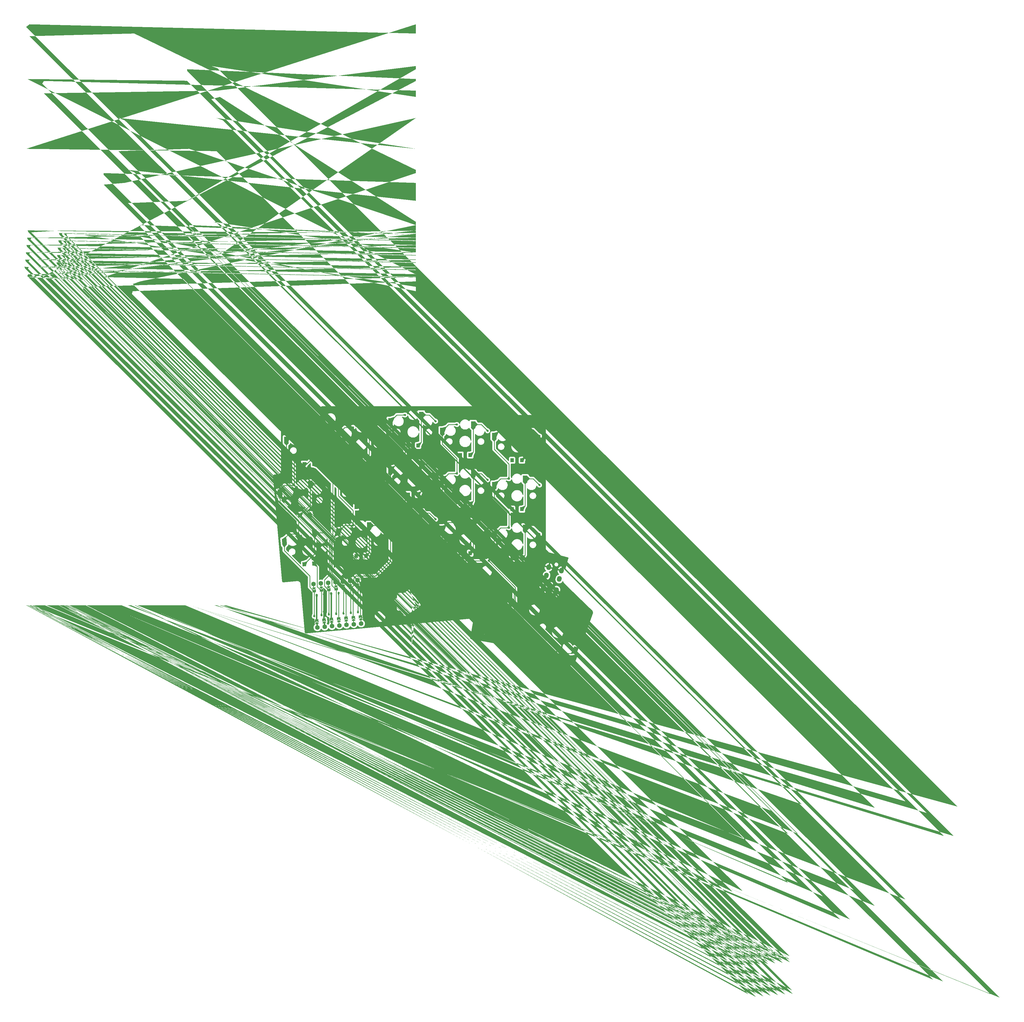
<source format=gtl>
G04 #@! TF.GenerationSoftware,KiCad,Pcbnew,7.0.5*
G04 #@! TF.CreationDate,2023-06-14T10:23:52+08:00*
G04 #@! TF.ProjectId,AWKB-C,41574b42-2d43-42e6-9b69-6361645f7063,rev?*
G04 #@! TF.SameCoordinates,Original*
G04 #@! TF.FileFunction,Copper,L1,Top*
G04 #@! TF.FilePolarity,Positive*
%FSLAX46Y46*%
G04 Gerber Fmt 4.6, Leading zero omitted, Abs format (unit mm)*
G04 Created by KiCad (PCBNEW 7.0.5) date 2023-06-14 10:23:52*
%MOMM*%
%LPD*%
G01*
G04 APERTURE LIST*
G04 Aperture macros list*
%AMHorizOval*
0 Thick line with rounded ends*
0 $1 width*
0 $2 $3 position (X,Y) of the first rounded end (center of the circle)*
0 $4 $5 position (X,Y) of the second rounded end (center of the circle)*
0 Add line between two ends*
20,1,$1,$2,$3,$4,$5,0*
0 Add two circle primitives to create the rounded ends*
1,1,$1,$2,$3*
1,1,$1,$4,$5*%
%AMRotRect*
0 Rectangle, with rotation*
0 The origin of the aperture is its center*
0 $1 length*
0 $2 width*
0 $3 Rotation angle, in degrees counterclockwise*
0 Add horizontal line*
21,1,$1,$2,0,0,$3*%
%AMFreePoly0*
4,1,5,0.254000,-0.500000,-0.254000,-0.500000,-0.254000,0.500000,0.254000,0.500000,0.254000,-0.500000,0.254000,-0.500000,$1*%
%AMFreePoly1*
4,1,5,0.125000,-0.500000,-0.125000,-0.500000,-0.125000,0.500000,0.125000,0.500000,0.125000,-0.500000,0.125000,-0.500000,$1*%
%AMFreePoly2*
4,1,6,0.600000,0.200000,0.000000,-0.400000,-0.600000,0.200000,-0.600000,0.400000,0.600000,0.400000,0.600000,0.200000,0.600000,0.200000,$1*%
%AMFreePoly3*
4,1,6,0.600000,-0.250000,-0.600000,-0.250000,-0.600000,1.000000,0.000000,0.400000,0.600000,1.000000,0.600000,-0.250000,0.600000,-0.250000,$1*%
%AMFreePoly4*
4,1,592,-2.671295,6.507199,-2.656065,6.506585,-2.592349,6.495248,-2.524517,6.458432,-2.515304,6.451896,-2.276055,6.278741,-2.011862,6.087973,-1.721647,5.878815,-1.457791,5.688935,-0.973110,5.340346,1.016000,5.340346,1.016000,3.907063,1.183074,3.787614,1.278999,3.718392,1.350198,3.664886,1.400288,3.623494,1.432886,3.590610,1.451610,3.562631,1.460076,3.535954,1.461915,3.509794,
1.447983,3.444776,1.404875,3.370192,1.312087,3.241452,1.237343,3.137631,1.178429,3.055624,1.133210,2.992439,1.099552,2.945085,1.075321,2.910571,1.058383,2.885906,1.046605,2.868095,1.045887,2.866979,1.040915,2.857575,1.036525,2.844426,1.032681,2.825477,1.029347,2.798672,1.026484,2.761954,1.024061,2.713269,1.022039,2.650560,1.020383,2.571772,1.019058,2.474849,
1.018026,2.357736,1.017252,2.218376,1.016701,2.054714,1.016336,1.864694,1.016122,1.646260,1.016022,1.397357,1.016000,1.156209,1.016000,-0.508000,-1.382441,-0.508000,-1.433893,-0.559452,-1.490718,-0.600221,-1.549827,-0.608697,-1.614930,-0.584887,-1.652146,-0.559929,-1.719516,-0.508954,-4.832344,-0.508000,-4.832395,-0.352021,-4.777595,-0.352021,-4.776902,-0.419062,-4.765228,-0.454809,
-4.760445,-0.459086,-4.740103,-0.461403,-4.688710,-0.463491,-4.609308,-0.465348,-4.504942,-0.466978,-4.378656,-0.468381,-4.233493,-0.469560,-4.072499,-0.470514,-3.898715,-0.471246,-3.715188,-0.471756,-3.524960,-0.472047,-3.331075,-0.472120,-3.136579,-0.471975,-2.944514,-0.471615,-2.757924,-0.471041,-2.579855,-0.470254,-2.413348,-0.469255,-2.261450,-0.468046,-2.127203,-0.466628,-2.013652,-0.465002,
-1.923840,-0.463171,-1.860812,-0.461135,-1.827611,-0.458895,-1.823177,-0.457774,-1.834305,-0.444623,-1.869932,-0.414422,-1.926527,-0.369892,-2.000558,-0.313755,-2.088495,-0.248731,-2.186806,-0.177542,-2.306506,-0.091629,-2.434613,0.000483,-2.563468,0.093276,-2.684865,0.180838,-2.790600,0.257258,-2.834304,0.288916,-2.924320,0.354129,-3.009824,0.415965,-3.085020,0.470241,-3.144116,0.512776,
-3.181603,0.539590,-3.254493,0.591285,-3.254493,-0.250384,-4.772318,-0.259317,-4.777595,-0.352021,-4.832395,-0.352021,-4.833070,1.730150,-4.999925,1.849032,-5.167662,1.968884,-5.307999,2.069917,-5.421790,2.152759,-5.509889,2.218042,-5.573148,2.266396,-5.612424,2.298450,-5.625559,2.310917,-5.652102,2.364240,-5.647418,2.428715,-5.640961,2.441922,-5.243959,2.441922,-5.230786,2.427163,
-5.194559,2.396518,-5.140215,2.353924,-5.072694,2.303319,-5.042440,2.281236,-4.840921,2.135255,-4.836128,2.347592,-4.834589,2.454647,-4.834159,2.578804,-4.834283,2.601633,-4.780894,2.601633,-4.780837,2.458211,-4.780475,2.345149,-4.779524,2.258505,-4.777695,2.194340,-4.774705,2.148711,-4.770265,2.117677,-4.764091,2.097299,-4.755896,2.083633,-4.745395,2.072740,-4.742305,2.069924,
-4.716774,2.049403,-4.668226,2.012686,-4.601615,1.963430,-4.521894,1.905295,-4.434016,1.841937,-4.420732,1.832420,-3.906214,1.464122,-3.809865,1.395002,-3.705609,1.319960,-3.604292,1.246819,-3.516765,1.183402,-3.494601,1.167284,-3.426311,1.118228,-3.367853,1.077478,-3.324838,1.048850,-3.302870,1.036164,-3.301657,1.035868,-3.299830,1.052584,-3.298081,1.101263,-3.296427,1.179569,
-3.294888,1.285168,-3.293478,1.415720,-3.292220,1.568889,-3.291130,1.742338,-3.290227,1.933730,-3.289528,2.140729,-3.289052,2.360999,-3.288816,2.592201,-3.288794,2.690582,-3.288794,4.345613,-3.882841,4.345613,-3.960078,4.238421,-3.996036,4.188562,-4.046974,4.117995,-4.107773,4.033808,-4.173313,3.943089,-4.223264,3.873971,-4.301130,3.766113,-4.389923,3.642902,-4.480610,3.516888,
-4.564160,3.400615,-4.595054,3.357557,-4.780893,3.098400,-4.780894,2.601633,-4.834283,2.601633,-4.834837,2.702882,-4.836128,2.788186,-4.840921,3.016443,-5.042440,2.736535,-5.103753,2.650672,-5.157552,2.573993,-5.200809,2.510924,-5.230500,2.465888,-5.243596,2.443310,-5.243959,2.441922,-5.640961,2.441922,-5.611710,2.501761,-5.610323,2.503820,-5.583922,2.541842,-5.539735,2.604405,
-5.480085,2.688264,-5.407295,2.790173,-5.323689,2.906885,-5.231590,3.035154,-5.133322,3.171734,-5.031208,3.313379,-4.995651,3.362635,-4.832345,3.588772,-4.832345,5.288894,-4.780894,5.288894,-4.780894,4.835833,-4.780506,4.691331,-4.779250,4.578089,-4.776983,4.493072,-4.773566,4.433246,-4.768857,4.395578,-4.762716,4.377033,-4.759455,4.374122,-4.732160,4.369893,-4.679677,4.366912,
-4.609954,4.365152,-4.530946,4.364583,-4.450599,4.365175,-4.376863,4.366901,-4.317690,4.369731,-4.281028,4.373636,-4.280053,4.373938,-3.843070,4.373938,-3.823017,4.370239,-3.774553,4.367057,-3.703566,4.364611,-3.615944,4.363121,-3.543194,4.362763,-3.254493,4.362763,-3.253451,0.992675,-2.872372,0.719317,-2.655470,0.563699,-2.464970,0.426957,-2.299376,0.308014,-2.157192,0.205787,
-2.036921,0.119201,-1.937068,0.047174,-1.856135,-0.011371,-1.792626,-0.057514,-1.745046,-0.092334,-1.711898,-0.116911,-1.693790,-0.130679,-1.633763,-0.177355,-1.616770,1.944532,-1.590887,1.944532,-1.590887,0.872621,-1.590687,0.684374,-1.590110,0.506658,-1.589192,0.342375,-1.587966,0.194430,-1.586468,0.065727,-1.584733,-0.040831,-1.582795,-0.122337,-1.580690,-0.175892,-1.578452,-0.198588,
-1.578024,-0.199173,-1.561568,-0.186103,-1.535007,-0.153255,-1.522285,-0.135054,-1.501701,-0.105380,-1.463948,-0.051982,-1.411951,0.021063,-1.348637,0.109680,-1.276934,0.209793,-1.199765,0.317328,-1.120058,0.428208,-1.040738,0.538360,-0.964732,0.643705,-0.894966,0.740171,-0.834366,0.823680,-0.803260,0.866369,-0.751704,0.937257,-0.689465,1.023259,-0.625794,1.111575,-0.587578,1.164781,
-0.306442,1.556922,-0.247465,1.638868,-0.191537,1.716007,-0.143461,1.781755,-0.108037,1.829530,-0.096347,1.844911,-0.067061,1.886362,-0.049541,1.918153,-0.047334,1.926376,-0.061611,1.931230,-0.104999,1.935297,-0.178344,1.938598,-0.282490,1.941151,-0.418282,1.942977,-0.586561,1.944095,-0.788175,1.944526,-0.819111,1.944532,-1.590887,1.944532,-1.616770,1.944532,-1.616613,1.964118,
-0.008523,1.970258,0.001444,1.984065,0.415730,1.984065,0.431929,1.979470,0.476730,1.975693,0.544438,1.972990,0.629357,1.971617,0.694427,1.971574,0.973124,1.973048,0.977737,2.363367,0.978592,2.494309,0.977836,2.600566,0.975539,2.679806,0.971774,2.729691,0.966611,2.747889,0.965971,2.747859,0.950469,2.732426,0.919475,2.694226,0.877142,2.638612,0.827625,2.570935,
0.815051,2.553378,0.748357,2.460060,0.672674,2.354480,0.598384,2.251111,0.548121,2.181376,0.498940,2.112262,0.458036,2.052865,0.429173,2.008795,0.416114,1.985662,0.415730,1.984065,0.001444,1.984065,0.300978,2.399022,0.389598,2.521772,0.482196,2.649996,0.573972,2.777044,0.660113,2.896266,0.735822,3.001012,0.796589,3.085046,0.982700,3.342304,0.977528,3.444195,
1.016000,3.444195,1.021445,3.415016,1.033151,3.410907,1.047558,3.435097,1.050301,3.454795,1.042924,3.482110,1.033151,3.488084,1.020368,3.473376,1.016000,3.444195,0.977528,3.444195,0.973124,3.530960,0.855836,3.618915,0.781560,3.673768,0.696566,3.735278,0.618436,3.790728,0.613730,3.794017,0.488914,3.881164,-0.449107,3.202966,-0.608282,3.088223,-0.759574,2.979824,
-0.900658,2.879393,-1.029211,2.788552,-1.142906,2.708927,-1.239420,2.642140,-1.316427,2.589814,-1.371603,2.553575,-1.402622,2.535044,-1.408486,2.532964,-1.424394,2.548745,-1.456981,2.588339,-1.503056,2.647604,-1.559424,2.722398,-1.622889,2.808581,-1.651056,2.847404,-1.735085,2.963747,-1.830354,3.095678,-1.928670,3.231847,-2.021837,3.360904,-2.088877,3.453783,-2.156958,3.548052,
-2.240118,3.663091,-2.333291,3.791904,-2.431418,3.927493,-2.529433,4.062862,-2.628668,4.199833,-2.717550,4.322535,-2.808922,4.448793,-2.898421,4.572571,-2.981681,4.687829,-3.054342,4.788531,-3.112041,4.868639,-3.120837,4.880874,-3.177562,4.959194,-3.227855,5.027492,-3.268128,5.080984,-3.294788,5.114883,-3.303674,5.124560,-3.319501,5.115893,-3.348061,5.085020,-3.383358,5.038479,
-3.385640,5.035214,-3.421886,4.983771,-3.472095,4.913392,-3.529991,4.832837,-3.589297,4.750867,-3.654673,4.660884,-3.710321,4.584210,-3.758331,4.517977,-3.792959,4.470110,-3.797381,4.463979,-3.826403,4.419445,-3.842410,4.386164,-3.843070,4.373938,-4.280053,4.373938,-4.273753,4.375888,-4.252321,4.398273,-4.213562,4.447226,-4.159031,4.520681,-4.090286,4.616571,-4.057645,4.662898,
-4.027379,4.705646,-3.981791,4.769524,-3.925658,4.847864,-3.863754,4.934000,-3.818121,4.997334,-3.759435,5.078878,-3.707305,5.151650,-3.694493,5.169642,-3.266097,5.169642,-3.254676,5.145189,-3.237873,5.120473,-3.200945,5.068155,-3.143975,4.988347,-3.067045,4.881168,-2.970238,4.746729,-2.853637,4.585145,-2.717324,4.396532,-2.561381,4.181003,-2.385892,3.938673,-2.353121,3.893443,
-2.219810,3.709409,-2.104515,3.550155,-2.005095,3.412707,-1.919408,3.294091,-1.845313,3.191334,-1.780668,3.101463,-1.723331,3.021504,-1.671161,2.948484,-1.622015,2.879430,-1.577030,2.815998,-1.521177,2.738160,-1.471653,2.671101,-1.432003,2.619464,-1.405770,2.587891,-1.397070,2.580177,-1.381053,2.589768,-1.339779,2.617761,-1.275734,2.662391,-1.191403,2.721889,-1.089276,2.794490,
-0.971837,2.878427,-0.841573,2.971932,-0.700969,3.073239,-0.573842,3.165136,-0.423105,3.274245,-0.278097,3.379172,-0.141664,3.477861,-0.016651,3.568254,0.094097,3.648296,0.187733,3.715930,0.261412,3.769098,0.312290,3.805745,0.333765,3.821146,0.382461,3.858139,0.417614,3.889159,0.431964,3.907767,0.432006,3.908273,0.418749,3.923223,0.381796,3.954512,0.325494,3.998728,
0.254188,4.052457,0.218996,4.078148,0.772812,4.078148,0.864393,4.015727,0.913483,3.983375,0.951397,3.960429,0.968836,3.952227,0.974786,3.967502,0.979277,4.009068,0.981559,4.068920,0.981699,4.089324,0.981699,4.227498,0.934535,4.199608,0.889733,4.169959,0.839385,4.132400,0.830092,4.124934,0.772812,4.078148,0.218996,4.078148,0.172227,4.112289,0.069879,4.185909,
-0.048671,4.271235,-0.174341,4.361729,-0.296785,4.449940,-0.390347,4.517378,-0.491909,4.590574,-0.612955,4.677762,-0.745111,4.772916,-0.880010,4.870008,-1.009280,4.963014,-1.076370,5.011265,-1.462258,5.288752,-3.200705,5.288894,-3.238918,5.235230,-3.262738,5.196686,-3.266097,5.169642,-3.694493,5.169642,-3.665233,5.210734,-3.636725,5.251214,-3.625689,5.267456,-3.628573,5.273416,
-3.647066,5.278230,-3.683934,5.282003,-3.741940,5.284839,-3.823850,5.286841,-3.932427,5.288113,-4.070438,5.288759,-4.196762,5.288894,-4.780894,5.288894,-4.832345,5.288894,-4.832345,5.340346,-3.570590,5.340346,-3.563244,5.350539,-3.151589,5.350539,-3.135000,5.348472,-3.087477,5.346545,-3.012387,5.344803,-2.913098,5.343286,-2.792976,5.342040,-2.655390,5.341106,-2.503706,5.340527,
-2.354088,5.340346,-2.192378,5.340504,-2.041659,5.340957,-1.905296,5.341670,-1.786657,5.342614,-1.689110,5.343757,-1.616021,5.345065,-1.570758,5.346508,-1.556586,5.347931,-1.569833,5.359805,-1.606791,5.388524,-1.663284,5.430957,-1.735137,5.483975,-1.818174,5.544450,-1.835283,5.556822,-1.943058,5.634674,-2.062409,5.720891,-2.292947,5.887442,-2.356237,5.933171,-2.435853,5.989478,
-2.506300,6.037001,-2.562797,6.072696,-2.600561,6.093523,-2.614302,6.097305,-2.628334,6.080897,-2.658659,6.041298,-2.702062,5.982980,-2.755323,5.910414,-2.815227,5.828073,-2.878554,5.740429,-2.942087,5.651953,-3.002609,5.567119,-3.056902,5.490398,-3.101747,5.426263,-3.133929,5.379186,-3.150228,5.353639,-3.151589,5.350539,-3.563244,5.350539,-3.289393,5.730521,-3.169311,5.897225,
-3.067674,6.038313,-2.982748,6.155912,-2.912800,6.252144,-2.856098,6.329135,-2.810907,6.389005,-2.775495,6.433881,-2.748127,6.465888,-2.727071,6.487147,-2.710593,6.499784,-2.696960,6.505922,-2.684438,6.507686,-2.671295,6.507199,-2.671295,6.507199,$1*%
G04 Aperture macros list end*
G04 #@! TA.AperFunction,SMDPad,CuDef*
%ADD10R,1.600000X2.200000*%
G04 #@! TD*
G04 #@! TA.AperFunction,SMDPad,CuDef*
%ADD11R,1.200000X1.400000*%
G04 #@! TD*
G04 #@! TA.AperFunction,SMDPad,CuDef*
%ADD12RotRect,1.600000X2.200000X170.000000*%
G04 #@! TD*
G04 #@! TA.AperFunction,SMDPad,CuDef*
%ADD13RotRect,1.600000X2.200000X5.000000*%
G04 #@! TD*
G04 #@! TA.AperFunction,SMDPad,CuDef*
%ADD14RotRect,1.600000X2.200000X160.000000*%
G04 #@! TD*
G04 #@! TA.AperFunction,ComponentPad*
%ADD15C,1.600000*%
G04 #@! TD*
G04 #@! TA.AperFunction,SMDPad,CuDef*
%ADD16FreePoly0,185.000000*%
G04 #@! TD*
G04 #@! TA.AperFunction,SMDPad,CuDef*
%ADD17FreePoly1,185.000000*%
G04 #@! TD*
G04 #@! TA.AperFunction,SMDPad,CuDef*
%ADD18FreePoly2,185.000000*%
G04 #@! TD*
G04 #@! TA.AperFunction,SMDPad,CuDef*
%ADD19FreePoly2,5.000000*%
G04 #@! TD*
G04 #@! TA.AperFunction,SMDPad,CuDef*
%ADD20FreePoly1,5.000000*%
G04 #@! TD*
G04 #@! TA.AperFunction,SMDPad,CuDef*
%ADD21FreePoly3,5.000000*%
G04 #@! TD*
G04 #@! TA.AperFunction,SMDPad,CuDef*
%ADD22FreePoly3,185.000000*%
G04 #@! TD*
G04 #@! TA.AperFunction,SMDPad,CuDef*
%ADD23RotRect,1.200000X1.400000X340.000000*%
G04 #@! TD*
G04 #@! TA.AperFunction,SMDPad,CuDef*
%ADD24RotRect,1.200000X1.400000X350.000000*%
G04 #@! TD*
G04 #@! TA.AperFunction,SMDPad,CuDef*
%ADD25RotRect,1.200000X1.400000X185.000000*%
G04 #@! TD*
G04 #@! TA.AperFunction,ComponentPad*
%ADD26HorizOval,1.600000X0.051764X0.193185X-0.051764X-0.193185X0*%
G04 #@! TD*
G04 #@! TA.AperFunction,ComponentPad*
%ADD27HorizOval,1.600000X-0.051764X-0.193185X0.051764X0.193185X0*%
G04 #@! TD*
G04 #@! TA.AperFunction,SMDPad,CuDef*
%ADD28FreePoly4,35.000000*%
G04 #@! TD*
G04 #@! TA.AperFunction,ViaPad*
%ADD29C,0.800000*%
G04 #@! TD*
G04 #@! TA.AperFunction,ViaPad*
%ADD30C,0.700000*%
G04 #@! TD*
G04 #@! TA.AperFunction,Conductor*
%ADD31C,0.250000*%
G04 #@! TD*
G04 #@! TA.AperFunction,Conductor*
%ADD32C,0.500000*%
G04 #@! TD*
G04 APERTURE END LIST*
D10*
X122213328Y-104086994D03*
X132913328Y-101886994D03*
D11*
X164490000Y-111488000D03*
X167890000Y-111488000D03*
D10*
X122213328Y-87087394D03*
X132913328Y-84887394D03*
D11*
X164490000Y-94487600D03*
X167890000Y-94487600D03*
D12*
X186397400Y-138864786D03*
X175477931Y-139173328D03*
D10*
X104213128Y-72211104D03*
X114913128Y-70011104D03*
D13*
X101970998Y-90587751D03*
X112438538Y-87463556D03*
D11*
X128390000Y-112487400D03*
X131790000Y-112487400D03*
X164490000Y-77487640D03*
X167890000Y-77487640D03*
X182413000Y-96243586D03*
X185813000Y-96243586D03*
X146413102Y-74177440D03*
X149813102Y-74177440D03*
X182413000Y-113287000D03*
X185813000Y-113287000D03*
D14*
X204354388Y-145092897D03*
X193547233Y-143500605D03*
D15*
X114923682Y-137236988D03*
X117454017Y-137015613D03*
X119984351Y-136794237D03*
X122514686Y-136572862D03*
X125045021Y-136351486D03*
X127575355Y-136130110D03*
X130105690Y-135908735D03*
D16*
X114827184Y-136134002D03*
X117357518Y-135912626D03*
X119887853Y-135691250D03*
D17*
X122418187Y-135469875D03*
X124948522Y-135248499D03*
X127478856Y-135027124D03*
X130009191Y-134805748D03*
D18*
X114782908Y-135627935D03*
X117313243Y-135406559D03*
X119843577Y-135185183D03*
X122373912Y-134963808D03*
X124904247Y-134742432D03*
X127434581Y-134521057D03*
X129964916Y-134299681D03*
D19*
X113746871Y-123785969D03*
X116277205Y-123564593D03*
X118807540Y-123343218D03*
X121337874Y-123121842D03*
X123868209Y-122900467D03*
X126398543Y-122679091D03*
X128928878Y-122457716D03*
D20*
X113702596Y-123279902D03*
X116232930Y-123058527D03*
X118763265Y-122837151D03*
X121293599Y-122615775D03*
X123823934Y-122394400D03*
X126354268Y-122173024D03*
X128884603Y-121951649D03*
D15*
X113607404Y-122191858D03*
X116137739Y-121970483D03*
X118668073Y-121749107D03*
X121198408Y-121527732D03*
X123728742Y-121306356D03*
X126259077Y-121084980D03*
X128789411Y-120863605D03*
D21*
X113835421Y-124798103D03*
X116365755Y-124576727D03*
X118896090Y-124355352D03*
X121426425Y-124133976D03*
X123956759Y-123912601D03*
X126487094Y-123691225D03*
X129017428Y-123469849D03*
D22*
X129876365Y-133287547D03*
X127346031Y-133508923D03*
X124815696Y-133730298D03*
X122285362Y-133951674D03*
X119755027Y-134173050D03*
X117224693Y-134394425D03*
X114694358Y-134615801D03*
D11*
X182413000Y-79287200D03*
X185813000Y-79287200D03*
D10*
X140212728Y-99777194D03*
X150912728Y-97577194D03*
D23*
X198187135Y-133889558D03*
X201382089Y-135052426D03*
D10*
X158212928Y-69087234D03*
X168912928Y-66887234D03*
X122213328Y-70087794D03*
X132913328Y-67887794D03*
X176212626Y-70886794D03*
X186912626Y-68686794D03*
D24*
X178387241Y-128875674D03*
X181735587Y-129466078D03*
D25*
X113778800Y-115046186D03*
X110391738Y-115342516D03*
D11*
X128390000Y-95487800D03*
X131790000Y-95487800D03*
D25*
X112267000Y-98104386D03*
X108879938Y-98400716D03*
D11*
X128390000Y-78488200D03*
X131790000Y-78488200D03*
D10*
X158212928Y-103087594D03*
X168912928Y-100887594D03*
D11*
X146413102Y-108177600D03*
X149813102Y-108177600D03*
X113740000Y-80611510D03*
X110340000Y-80611510D03*
D26*
X193263064Y-123134476D03*
D27*
X197740477Y-124313489D03*
D26*
X194298340Y-119270772D03*
D27*
X198775753Y-120449786D03*
D26*
X195074797Y-116372995D03*
D27*
X199552210Y-117552008D03*
X193012517Y-124185440D03*
D26*
X197421622Y-125387562D03*
D10*
X176212626Y-104886594D03*
X186912626Y-102686594D03*
X158212928Y-86087194D03*
X168912928Y-83887194D03*
D11*
X146413102Y-91177400D03*
X149813102Y-91177400D03*
D10*
X176212626Y-87886594D03*
X186912626Y-85686594D03*
D28*
X149029600Y-129593238D03*
D10*
X140212728Y-65777034D03*
X150912728Y-63577034D03*
X140212728Y-82776994D03*
X150912728Y-80576994D03*
D13*
X103484744Y-107515450D03*
X113952284Y-104391255D03*
D29*
X117216300Y-131752786D03*
D30*
X128390000Y-78488200D03*
X113740000Y-80611510D03*
X146413102Y-74177440D03*
X164490000Y-77487640D03*
X121432700Y-132591772D03*
X182413000Y-79287200D03*
X146413102Y-91177400D03*
X112267000Y-98104386D03*
X118896090Y-132794972D03*
X128390000Y-95487800D03*
X164490000Y-94487600D03*
X182413000Y-96243586D03*
X116365755Y-133035917D03*
X128390000Y-112487400D03*
X113778800Y-115046186D03*
X146413102Y-108177600D03*
X182413000Y-113287000D03*
X164490000Y-111488000D03*
X127325500Y-126990472D03*
X178387241Y-128875674D03*
X198187135Y-133889558D03*
X127325500Y-124819372D03*
X119913128Y-72211104D03*
X110340000Y-80611510D03*
X131790000Y-78488200D03*
X137913328Y-70087794D03*
X155912728Y-65777034D03*
X149813102Y-74177440D03*
X173912928Y-69087234D03*
X167890000Y-77487640D03*
X185813000Y-79287200D03*
X191912626Y-70886794D03*
X117611254Y-89219406D03*
X108879938Y-98400716D03*
D29*
X117216300Y-125784572D03*
X117614200Y-115395186D03*
X114007400Y-84254786D03*
X124777000Y-99088386D03*
X117004600Y-99189986D03*
X109283000Y-108079986D03*
X107098600Y-95583186D03*
D30*
X108373594Y-104879327D03*
X113835421Y-133353772D03*
X106859848Y-87951628D03*
X109313128Y-70011104D03*
X127313328Y-67887794D03*
X127313328Y-101886994D03*
X127313328Y-84887394D03*
X123956759Y-132439372D03*
X126512700Y-132236172D03*
X145312728Y-63577034D03*
X145312728Y-80576994D03*
X145312728Y-97577194D03*
X163312928Y-100887594D03*
X163312928Y-83887194D03*
X158212928Y-113420386D03*
X180992854Y-140145758D03*
X122285362Y-125276572D03*
X163312928Y-66887234D03*
X131790000Y-95487800D03*
X137913328Y-87087394D03*
X149813102Y-91177400D03*
X155912728Y-82776994D03*
X173912928Y-86087194D03*
X167890000Y-94487600D03*
X129865500Y-124666972D03*
X185813000Y-96243586D03*
X191912626Y-87886594D03*
X119125000Y-106147105D03*
X110391738Y-115342516D03*
X131790000Y-112487400D03*
X137913328Y-104086994D03*
X155912728Y-99777194D03*
X149813102Y-108177600D03*
X173912928Y-103087594D03*
X167890000Y-111488000D03*
X191912626Y-104886594D03*
X185813000Y-113287000D03*
X181735587Y-129466077D03*
X170935918Y-136138510D03*
X193547233Y-143500605D03*
X201382090Y-135052426D03*
X129001900Y-131982172D03*
D29*
X114676300Y-125987772D03*
D30*
X124785500Y-125073372D03*
X181312626Y-68686794D03*
X181312626Y-102686594D03*
X174275944Y-114094886D03*
X181312626Y-85686594D03*
X198809511Y-145415918D03*
D29*
X119705500Y-125428972D03*
D31*
X119551800Y-107311296D02*
X119551800Y-118781982D01*
X120250000Y-106613096D02*
X119551800Y-107311296D01*
X119959500Y-119189682D02*
X119959500Y-122667051D01*
X121432700Y-124140251D02*
X121426425Y-124133976D01*
X119551800Y-118781982D02*
X119959500Y-119189682D01*
X120250000Y-87121510D02*
X120250000Y-106613096D01*
X121432700Y-132591772D02*
X121432700Y-124140251D01*
X113740000Y-80611510D02*
X120250000Y-87121510D01*
X119959500Y-122667051D02*
X121426425Y-124133976D01*
X119800000Y-106426700D02*
X119800000Y-105637386D01*
X118896090Y-124355352D02*
X117419500Y-122878762D01*
X119101800Y-107124900D02*
X119800000Y-106426700D01*
X118896090Y-132794972D02*
X118896090Y-124355352D01*
X119101800Y-119089186D02*
X119101800Y-107124900D01*
X117419500Y-122878762D02*
X117419500Y-120771486D01*
X119800000Y-105637386D02*
X112267000Y-98104386D01*
X117419500Y-120771486D02*
X119101800Y-119089186D01*
X114879500Y-123090472D02*
X116365755Y-124576727D01*
X113778800Y-115046186D02*
X114879500Y-116146886D01*
X114879500Y-116146886D02*
X114879500Y-123090472D01*
X116365755Y-133035917D02*
X116365755Y-124576727D01*
X127325500Y-126990472D02*
X127325500Y-124819372D01*
X127325500Y-133488392D02*
X127346031Y-133508923D01*
X127325500Y-126990472D02*
X127325500Y-133488392D01*
X114913128Y-76897458D02*
X111199076Y-80611510D01*
X114913128Y-70011104D02*
X114913128Y-76897458D01*
X117713128Y-70011104D02*
X119913128Y-72211104D01*
X114913128Y-70011104D02*
X117713128Y-70011104D01*
X111199076Y-80611510D02*
X110340000Y-80611510D01*
X132913328Y-67887794D02*
X132913328Y-77364872D01*
X132913328Y-67887794D02*
X135713328Y-67887794D01*
X135713328Y-67887794D02*
X137913328Y-70087794D01*
X132913328Y-77364872D02*
X131790000Y-78488200D01*
X150912728Y-73077814D02*
X149813102Y-74177440D01*
X153712728Y-63577034D02*
X155912728Y-65777034D01*
X150912728Y-63577034D02*
X150912728Y-73077814D01*
X150912728Y-63577034D02*
X153712728Y-63577034D01*
X168912928Y-66887234D02*
X168912928Y-76464712D01*
X171712928Y-66887234D02*
X173912928Y-69087234D01*
X168912928Y-66887234D02*
X171712928Y-66887234D01*
X168912928Y-76464712D02*
X167890000Y-77487640D01*
X189712626Y-68686794D02*
X191912626Y-70886794D01*
X186912626Y-78187574D02*
X185813000Y-79287200D01*
X186912626Y-68686794D02*
X189712626Y-68686794D01*
X186912626Y-68686794D02*
X186912626Y-78187574D01*
X112438538Y-87463556D02*
X112438538Y-94842116D01*
X115855404Y-87463556D02*
X117611254Y-89219406D01*
X112438538Y-87463556D02*
X115855404Y-87463556D01*
X112438538Y-94842116D02*
X108879938Y-98400716D01*
D32*
X117224693Y-134394425D02*
X117224693Y-125792965D01*
X117224693Y-125792965D02*
X117216300Y-125784572D01*
D31*
X112288700Y-119416886D02*
X103484744Y-110612930D01*
X101970998Y-89483549D02*
X103502919Y-87951628D01*
X101970998Y-93757584D02*
X108373594Y-100160180D01*
X105016665Y-104879327D02*
X108373594Y-104879327D01*
X101970998Y-90587751D02*
X101970998Y-89483549D01*
X103484744Y-110612930D02*
X103484744Y-107515450D01*
X104213128Y-76086114D02*
X106859848Y-78732834D01*
X113835421Y-133353772D02*
X113835421Y-124798103D01*
X101970998Y-90587751D02*
X101970998Y-93757584D01*
X103484744Y-106411248D02*
X105016665Y-104879327D01*
X106859848Y-78732834D02*
X106859848Y-87951628D01*
X108373594Y-100160180D02*
X108373594Y-104879327D01*
X104213128Y-72211104D02*
X104213128Y-76086114D01*
X104213128Y-72211104D02*
X106413128Y-70011104D01*
X112288700Y-123251382D02*
X112288700Y-119416886D01*
X103502919Y-87951628D02*
X106859848Y-87951628D01*
X106413128Y-70011104D02*
X109313128Y-70011104D01*
X103484744Y-107515450D02*
X103484744Y-106411248D01*
X113835421Y-124798103D02*
X112288700Y-123251382D01*
X120001800Y-118595586D02*
X122440200Y-121033986D01*
X122213328Y-70087794D02*
X124413328Y-67887794D01*
X127313328Y-96747914D02*
X127313328Y-101886994D01*
X120700000Y-106799492D02*
X120001800Y-107497692D01*
X124413328Y-101886994D02*
X127313328Y-101886994D01*
X124413328Y-67887794D02*
X127313328Y-67887794D01*
X122213328Y-91647914D02*
X127313328Y-96747914D01*
X127313328Y-79577514D02*
X127313328Y-84887394D01*
X123956759Y-132439372D02*
X123956759Y-123912601D01*
X122213328Y-87087394D02*
X124413328Y-84887394D01*
X122440200Y-121033986D02*
X122440200Y-122396042D01*
X122213328Y-104086994D02*
X122213328Y-104395258D01*
X122213328Y-104086994D02*
X124413328Y-101886994D01*
X120700000Y-105908586D02*
X120700000Y-106799492D01*
X122213328Y-87087394D02*
X122213328Y-91647914D01*
X124413328Y-84887394D02*
X127313328Y-84887394D01*
X122440200Y-122396042D02*
X123956759Y-123912601D01*
X122213328Y-70087794D02*
X122213328Y-74477514D01*
X120001800Y-107497692D02*
X120001800Y-118595586D01*
X122213328Y-74477514D02*
X127313328Y-79577514D01*
X122213328Y-104395258D02*
X120700000Y-105908586D01*
X140212728Y-99777194D02*
X140212728Y-114285058D01*
X140212728Y-99777194D02*
X142412728Y-97577194D01*
X142412728Y-80576994D02*
X145312728Y-80576994D01*
X142412728Y-97577194D02*
X145312728Y-97577194D01*
X126487094Y-132210566D02*
X126487094Y-123691225D01*
X140212728Y-65777034D02*
X142412728Y-63577034D01*
X140212728Y-114285058D02*
X135114014Y-119383772D01*
X145312728Y-75478914D02*
X145312728Y-80576994D01*
X127528700Y-122649619D02*
X126487094Y-123691225D01*
X140212728Y-82776994D02*
X142412728Y-80576994D01*
X140212728Y-65777034D02*
X140212728Y-70378914D01*
X140212728Y-82776994D02*
X140212728Y-87244514D01*
X127528700Y-120196572D02*
X127528700Y-122649619D01*
X126512700Y-132236172D02*
X126487094Y-132210566D01*
X142412728Y-63577034D02*
X145312728Y-63577034D01*
X128341500Y-119383772D02*
X127528700Y-120196572D01*
X140212728Y-87244514D02*
X145312728Y-92344514D01*
X145312728Y-92344514D02*
X145312728Y-97577194D01*
X135114014Y-119383772D02*
X128341500Y-119383772D01*
X140212728Y-70378914D02*
X145312728Y-75478914D01*
X158212928Y-86087194D02*
X158212928Y-90512714D01*
X158968528Y-114175986D02*
X173392600Y-114175986D01*
X158212928Y-113420386D02*
X158212928Y-103087594D01*
X181235882Y-140388786D02*
X180992854Y-140145758D01*
X158212928Y-90512714D02*
X163312928Y-95612714D01*
X163312928Y-78747114D02*
X163312928Y-83887194D01*
X186397400Y-134370382D02*
X186397400Y-138864786D01*
X158212928Y-73647114D02*
X163312928Y-78747114D01*
X158212928Y-113420386D02*
X158968528Y-114175986D01*
X160412928Y-83887194D02*
X163312928Y-83887194D01*
X158212928Y-69087234D02*
X158212928Y-73647114D01*
X158212928Y-103087594D02*
X160412928Y-100887594D01*
X173392600Y-114175986D02*
X183095400Y-123878786D01*
X122285362Y-125276572D02*
X122285362Y-133951674D01*
X183095400Y-131068382D02*
X186397400Y-134370382D01*
X160412928Y-100887594D02*
X163312928Y-100887594D01*
X183095400Y-123878786D02*
X183095400Y-131068382D01*
X184873400Y-140388786D02*
X181235882Y-140388786D01*
X160412928Y-66887234D02*
X163312928Y-66887234D01*
X186397400Y-138864786D02*
X184873400Y-140388786D01*
X158212928Y-69087234D02*
X160412928Y-66887234D01*
X163312928Y-95612714D02*
X163312928Y-100887594D01*
X158212928Y-86087194D02*
X160412928Y-83887194D01*
X132913328Y-84887394D02*
X132913328Y-94364472D01*
X135713328Y-84887394D02*
X137913328Y-87087394D01*
X132913328Y-84887394D02*
X135713328Y-84887394D01*
X132913328Y-94364472D02*
X131790000Y-95487800D01*
X150912728Y-90077774D02*
X149813102Y-91177400D01*
X150912728Y-80576994D02*
X153712728Y-80576994D01*
X153712728Y-80576994D02*
X155912728Y-82776994D01*
X150912728Y-80576994D02*
X150912728Y-90077774D01*
X168912928Y-83887194D02*
X171712928Y-83887194D01*
X168912928Y-93464672D02*
X167890000Y-94487600D01*
X171712928Y-83887194D02*
X173912928Y-86087194D01*
X168912928Y-83887194D02*
X168912928Y-93464672D01*
X129876365Y-124677837D02*
X129865500Y-124666972D01*
X129876365Y-133287547D02*
X129876365Y-124677837D01*
X189712626Y-85686594D02*
X191912626Y-87886594D01*
X186912626Y-85686594D02*
X189712626Y-85686594D01*
X186912626Y-95143960D02*
X185813000Y-96243586D01*
X186912626Y-85686594D02*
X186912626Y-95143960D01*
X113952284Y-111781970D02*
X110391738Y-115342516D01*
X113952284Y-104391255D02*
X117369150Y-104391255D01*
X117369150Y-104391255D02*
X119125000Y-106147105D01*
X113952284Y-104391255D02*
X113952284Y-111781970D01*
X132913328Y-101886994D02*
X132913328Y-111364072D01*
X132913328Y-101886994D02*
X135713328Y-101886994D01*
X135713328Y-101886994D02*
X137913328Y-104086994D01*
X132913328Y-111364072D02*
X131790000Y-112487400D01*
X150912728Y-97577194D02*
X150912728Y-107077974D01*
X150912728Y-107077974D02*
X149813102Y-108177600D01*
X150912728Y-97577194D02*
X153712728Y-97577194D01*
X153712728Y-97577194D02*
X155912728Y-99777194D01*
X171712928Y-100887594D02*
X173912928Y-103087594D01*
X168912928Y-110465072D02*
X167890000Y-111488000D01*
X168912928Y-100887594D02*
X168912928Y-110465072D01*
X168912928Y-100887594D02*
X171712928Y-100887594D01*
X189712626Y-102686594D02*
X191912626Y-104886594D01*
X186912626Y-102686594D02*
X186912626Y-112187374D01*
X186912626Y-112187374D02*
X185813000Y-113287000D01*
X186912626Y-102686594D02*
X189712626Y-102686594D01*
X173294742Y-139173328D02*
X170935918Y-136814504D01*
X181735587Y-129466078D02*
X181735587Y-135576399D01*
X175477931Y-139173328D02*
X173294742Y-139173328D01*
X170935918Y-136814504D02*
X170935918Y-136138510D01*
X180098200Y-137213786D02*
X177437473Y-137213786D01*
X181735587Y-135576399D02*
X180098200Y-137213786D01*
X177437473Y-137213786D02*
X175477931Y-139173328D01*
X129017428Y-131966644D02*
X129017428Y-123469849D01*
X129001900Y-131982172D02*
X129017428Y-131966644D01*
D32*
X114694358Y-126005830D02*
X114676300Y-125987772D01*
X114694358Y-134615801D02*
X114694358Y-126005830D01*
D31*
X204639600Y-144807685D02*
X204354388Y-145092897D01*
X176212626Y-70886794D02*
X178412626Y-68686794D01*
X176212626Y-75492412D02*
X181312626Y-80592412D01*
X183545400Y-123364342D02*
X183545400Y-130881986D01*
X176186600Y-112184230D02*
X176186600Y-104912620D01*
X198809511Y-145415918D02*
X199675179Y-146281586D01*
X178412626Y-85686594D02*
X181312626Y-85686594D01*
X124815696Y-133730298D02*
X124815696Y-125103568D01*
X199675179Y-146281586D02*
X203165699Y-146281586D01*
X178412626Y-102686594D02*
X181312626Y-102686594D01*
X176212626Y-70886794D02*
X176212626Y-75492412D01*
X178412626Y-68686794D02*
X181312626Y-68686794D01*
X193687200Y-138610786D02*
X198809511Y-143733097D01*
X203165699Y-146281586D02*
X204354388Y-145092897D01*
X181312626Y-80592412D02*
X181312626Y-85686594D01*
X124815696Y-125103568D02*
X124785500Y-125073372D01*
X174275944Y-114094886D02*
X176186600Y-112184230D01*
X176212626Y-87886594D02*
X178412626Y-85686594D01*
X124853742Y-125005130D02*
X124785500Y-125073372D01*
X176212626Y-104886594D02*
X178412626Y-102686594D01*
X176186600Y-104912620D02*
X176212626Y-104886594D01*
X198809511Y-143733097D02*
X198809511Y-145415918D01*
X176212626Y-92104012D02*
X181312626Y-97204012D01*
X176212626Y-87886594D02*
X176212626Y-92104012D01*
X183545400Y-130881986D02*
X191274200Y-138610786D01*
X181312626Y-97204012D02*
X181312626Y-102686594D01*
X174275944Y-114094886D02*
X183545400Y-123364342D01*
X191274200Y-138610786D02*
X193687200Y-138610786D01*
D32*
X119755027Y-134173050D02*
X119755027Y-125478499D01*
X119755027Y-125478499D02*
X119705500Y-125428972D01*
G04 #@! TA.AperFunction,Conductor*
G36*
X117190177Y-123547580D02*
G01*
X117205373Y-123560539D01*
X118176797Y-124531963D01*
X118210823Y-124594275D01*
X118213222Y-124610075D01*
X118218082Y-124665620D01*
X118229270Y-124704008D01*
X118234857Y-124710969D01*
X118261895Y-124776615D01*
X118262590Y-124789833D01*
X118262590Y-131971899D01*
X118255501Y-132013567D01*
X118091775Y-132480794D01*
X118080013Y-132519086D01*
X118080012Y-132519087D01*
X118079758Y-132521268D01*
X118074444Y-132545572D01*
X118069443Y-132560965D01*
X118051724Y-132615499D01*
X118033646Y-132787502D01*
X118032861Y-132794972D01*
X118048960Y-132948144D01*
X118051726Y-132974452D01*
X118107488Y-133146074D01*
X118107491Y-133146080D01*
X118197721Y-133302362D01*
X118197728Y-133302372D01*
X118318474Y-133436474D01*
X118361421Y-133467677D01*
X118464475Y-133542550D01*
X118629338Y-133615952D01*
X118749068Y-133641401D01*
X118805857Y-133653472D01*
X118870527Y-133653472D01*
X118938648Y-133673474D01*
X118985141Y-133727130D01*
X118996527Y-133779472D01*
X118996527Y-134217232D01*
X119011947Y-134349159D01*
X119011947Y-134349161D01*
X119011948Y-134349163D01*
X119069966Y-134508567D01*
X119075102Y-134522678D01*
X119073802Y-134523151D01*
X119083493Y-134557323D01*
X119120992Y-134985927D01*
X119114211Y-135039061D01*
X119087584Y-135114067D01*
X119087583Y-135114069D01*
X119079467Y-135260061D01*
X119121696Y-135742741D01*
X119107707Y-135812345D01*
X119085271Y-135842817D01*
X118978152Y-135949937D01*
X118846828Y-136137487D01*
X118775046Y-136291425D01*
X118728129Y-136344710D01*
X118659851Y-136364171D01*
X118591892Y-136343629D01*
X118557638Y-136310446D01*
X118460217Y-136171316D01*
X118460212Y-136171310D01*
X118298319Y-136009417D01*
X118298313Y-136009412D01*
X118214890Y-135950998D01*
X118170562Y-135895540D01*
X118163253Y-135824921D01*
X118195284Y-135761561D01*
X118210062Y-135748127D01*
X118278178Y-135695429D01*
X118278185Y-135695423D01*
X118363856Y-135577113D01*
X118363858Y-135577109D01*
X118412729Y-135439446D01*
X118420837Y-135293597D01*
X118333681Y-134297401D01*
X118333681Y-134297400D01*
X118311891Y-134048346D01*
X118300322Y-133976046D01*
X118300320Y-133976041D01*
X118247107Y-133840004D01*
X118247105Y-133840001D01*
X118157725Y-133724471D01*
X118157718Y-133724463D01*
X118039408Y-133638792D01*
X118039404Y-133638790D01*
X117901740Y-133589919D01*
X117901741Y-133589919D01*
X117755893Y-133581811D01*
X117245031Y-133626505D01*
X117175426Y-133612516D01*
X117124434Y-133563116D01*
X117108244Y-133493990D01*
X117124930Y-133437986D01*
X117154354Y-133387024D01*
X117158365Y-133374681D01*
X117183989Y-133295817D01*
X117210120Y-133215392D01*
X117228984Y-133035917D01*
X117210120Y-132856442D01*
X117176934Y-132754307D01*
X117175042Y-132747024D01*
X117170070Y-132721746D01*
X117006342Y-132254507D01*
X116999255Y-132212850D01*
X116999255Y-124951549D01*
X117019256Y-124883432D01*
X117046389Y-124853286D01*
X117063757Y-124839348D01*
X117082987Y-124804295D01*
X117087340Y-124764551D01*
X117043762Y-124266454D01*
X116990757Y-123660612D01*
X117004746Y-123591011D01*
X117054145Y-123540019D01*
X117123271Y-123523828D01*
X117190177Y-123547580D01*
G37*
G04 #@! TD.AperFunction*
G04 #@! TA.AperFunction,Conductor*
G36*
X118301306Y-106441522D02*
G01*
X118325454Y-106475694D01*
X118326771Y-106478432D01*
X118334105Y-106493679D01*
X118334133Y-106493733D01*
X118334850Y-106495087D01*
X118336207Y-106497876D01*
X118337123Y-106499463D01*
X118338230Y-106501463D01*
X118352848Y-106529048D01*
X118355246Y-106532721D01*
X118362466Y-106543358D01*
X118426630Y-106654494D01*
X118426631Y-106654496D01*
X118426633Y-106654498D01*
X118441436Y-106670938D01*
X118497635Y-106733354D01*
X118528352Y-106797362D01*
X118519587Y-106867815D01*
X118514414Y-106878362D01*
X118508106Y-106889835D01*
X118508103Y-106889844D01*
X118503067Y-106909459D01*
X118496664Y-106928162D01*
X118488619Y-106946752D01*
X118481237Y-106993356D01*
X118480033Y-106999168D01*
X118468300Y-107044868D01*
X118468300Y-107065123D01*
X118466749Y-107084833D01*
X118463580Y-107104842D01*
X118463579Y-107104846D01*
X118468019Y-107151819D01*
X118468299Y-107157750D01*
X118468299Y-109561439D01*
X118448297Y-109629560D01*
X118394641Y-109676053D01*
X118324367Y-109686157D01*
X118259787Y-109656663D01*
X118224809Y-109606956D01*
X118190527Y-109518464D01*
X118142231Y-109440464D01*
X118078283Y-109337184D01*
X118078282Y-109337182D01*
X117934637Y-109179612D01*
X117908631Y-109159973D01*
X117764484Y-109051117D01*
X117573618Y-108956078D01*
X117573615Y-108956077D01*
X117573613Y-108956076D01*
X117368540Y-108897727D01*
X117348649Y-108895884D01*
X117209423Y-108882983D01*
X117103035Y-108882983D01*
X116979278Y-108894450D01*
X116943917Y-108897727D01*
X116738844Y-108956076D01*
X116738839Y-108956078D01*
X116738840Y-108956078D01*
X116547974Y-109051117D01*
X116526196Y-109067563D01*
X116377820Y-109179612D01*
X116234175Y-109337182D01*
X116234174Y-109337184D01*
X116121934Y-109518457D01*
X116121932Y-109518462D01*
X116044908Y-109717283D01*
X116041205Y-109737094D01*
X116005729Y-109926873D01*
X116005729Y-110140093D01*
X116023386Y-110234549D01*
X116044908Y-110349682D01*
X116050983Y-110365363D01*
X116121931Y-110548502D01*
X116121932Y-110548503D01*
X116121934Y-110548508D01*
X116234174Y-110729781D01*
X116234175Y-110729783D01*
X116319110Y-110822951D01*
X116377822Y-110887355D01*
X116547974Y-111015849D01*
X116738840Y-111110888D01*
X116943919Y-111169239D01*
X117103035Y-111183983D01*
X117103042Y-111183983D01*
X117209416Y-111183983D01*
X117209423Y-111183983D01*
X117368539Y-111169239D01*
X117573618Y-111110888D01*
X117764484Y-111015849D01*
X117934636Y-110887355D01*
X118078281Y-110729785D01*
X118190527Y-110548502D01*
X118224808Y-110460009D01*
X118268066Y-110403716D01*
X118334893Y-110379745D01*
X118404072Y-110395709D01*
X118453638Y-110446539D01*
X118468299Y-110505527D01*
X118468299Y-118774590D01*
X118448297Y-118842711D01*
X118431394Y-118863685D01*
X117030836Y-120264243D01*
X117018401Y-120274207D01*
X117018589Y-120274434D01*
X117012479Y-120279488D01*
X116965194Y-120329841D01*
X116963819Y-120331260D01*
X116943363Y-120351717D01*
X116939060Y-120357263D01*
X116935214Y-120361765D01*
X116902917Y-120396160D01*
X116902911Y-120396169D01*
X116893151Y-120413921D01*
X116882303Y-120430436D01*
X116869886Y-120446444D01*
X116851145Y-120489750D01*
X116848534Y-120495080D01*
X116825805Y-120536425D01*
X116825803Y-120536430D01*
X116820767Y-120556045D01*
X116814364Y-120574748D01*
X116806319Y-120593338D01*
X116798937Y-120639943D01*
X116797733Y-120645755D01*
X116792203Y-120667294D01*
X116755888Y-120728301D01*
X116692356Y-120759990D01*
X116621777Y-120752300D01*
X116616911Y-120750155D01*
X116586985Y-120736200D01*
X116586979Y-120736198D01*
X116493510Y-120711153D01*
X116365826Y-120676940D01*
X116137739Y-120656985D01*
X116137738Y-120656985D01*
X115909652Y-120676940D01*
X115688498Y-120736198D01*
X115683326Y-120738081D01*
X115682543Y-120735930D01*
X115622017Y-120745103D01*
X115557214Y-120716102D01*
X115518377Y-120656670D01*
X115513000Y-120620253D01*
X115513000Y-116230739D01*
X115514749Y-116214897D01*
X115514456Y-116214870D01*
X115515202Y-116206977D01*
X115513031Y-116137897D01*
X115513000Y-116135918D01*
X115513000Y-116107036D01*
X115513000Y-116107030D01*
X115512120Y-116100068D01*
X115511656Y-116094179D01*
X115510174Y-116046997D01*
X115504517Y-116027528D01*
X115500512Y-116008184D01*
X115497974Y-115988089D01*
X115480600Y-115944208D01*
X115478681Y-115938602D01*
X115465518Y-115893293D01*
X115455206Y-115875856D01*
X115446510Y-115858107D01*
X115439052Y-115839269D01*
X115411312Y-115801089D01*
X115408064Y-115796144D01*
X115384042Y-115755524D01*
X115384040Y-115755522D01*
X115384039Y-115755520D01*
X115379185Y-115749262D01*
X115380097Y-115748554D01*
X115361869Y-115722461D01*
X114891354Y-114707106D01*
X114864282Y-114648686D01*
X114853083Y-114606691D01*
X114850493Y-114577087D01*
X114817834Y-114203785D01*
X114806069Y-114144020D01*
X114743223Y-114011992D01*
X114645726Y-113903017D01*
X114598569Y-113873758D01*
X114521478Y-113825925D01*
X114521475Y-113825924D01*
X114380539Y-113786959D01*
X114319647Y-113785752D01*
X114319641Y-113785752D01*
X114305834Y-113786960D01*
X113047824Y-113897021D01*
X112978222Y-113883033D01*
X112927229Y-113833633D01*
X112911039Y-113764507D01*
X112934791Y-113697602D01*
X112947744Y-113682412D01*
X114340941Y-112289215D01*
X114353376Y-112279254D01*
X114353189Y-112279027D01*
X114359300Y-112273971D01*
X114359299Y-112273971D01*
X114359302Y-112273970D01*
X114406636Y-112223562D01*
X114407951Y-112222205D01*
X114428418Y-112201740D01*
X114432713Y-112196202D01*
X114436555Y-112191701D01*
X114468870Y-112157291D01*
X114478629Y-112139537D01*
X114489481Y-112123016D01*
X114501897Y-112107011D01*
X114520631Y-112063718D01*
X114523245Y-112058382D01*
X114545978Y-112017031D01*
X114545979Y-112017030D01*
X114551017Y-111997405D01*
X114557422Y-111978700D01*
X114565465Y-111960115D01*
X114572847Y-111913495D01*
X114574045Y-111907714D01*
X114585784Y-111862000D01*
X114585784Y-111841739D01*
X114587335Y-111822028D01*
X114590503Y-111802026D01*
X114586064Y-111755059D01*
X114585784Y-111749127D01*
X114585784Y-107340502D01*
X114605786Y-107272381D01*
X114659442Y-107225888D01*
X114729716Y-107215784D01*
X114794296Y-107245278D01*
X114815889Y-107269523D01*
X114832185Y-107293424D01*
X114962046Y-107483896D01*
X114963222Y-107485620D01*
X115141674Y-107677946D01*
X115346798Y-107841527D01*
X115346801Y-107841529D01*
X115574007Y-107972707D01*
X115574011Y-107972708D01*
X115574012Y-107972709D01*
X115818239Y-108068561D01*
X116074025Y-108126943D01*
X116270161Y-108141641D01*
X116270162Y-108141641D01*
X116401148Y-108141641D01*
X116401149Y-108141641D01*
X116597285Y-108126943D01*
X116853071Y-108068561D01*
X117097298Y-107972709D01*
X117097300Y-107972707D01*
X117097302Y-107972707D01*
X117240047Y-107890293D01*
X117324512Y-107841527D01*
X117529636Y-107677946D01*
X117708088Y-107485620D01*
X117855883Y-107268845D01*
X117969718Y-107032464D01*
X117978089Y-107005326D01*
X118047050Y-106781760D01*
X118048435Y-106772572D01*
X118086155Y-106522323D01*
X118086155Y-106522307D01*
X118086261Y-106520901D01*
X118086440Y-106520424D01*
X118086857Y-106517661D01*
X118087448Y-106517750D01*
X118111297Y-106454465D01*
X118168277Y-106412111D01*
X118239109Y-106407286D01*
X118301306Y-106441522D01*
G37*
G04 #@! TD.AperFunction*
G04 #@! TA.AperFunction,Conductor*
G36*
X109383059Y-104972956D02*
G01*
X109440194Y-105015100D01*
X109460264Y-105054181D01*
X109528872Y-105276605D01*
X109528877Y-105276618D01*
X109642712Y-105512997D01*
X109642716Y-105513004D01*
X109790501Y-105729763D01*
X109790506Y-105729770D01*
X109968958Y-105922096D01*
X110174082Y-106085677D01*
X110174085Y-106085679D01*
X110401291Y-106216857D01*
X110401295Y-106216858D01*
X110401296Y-106216859D01*
X110645523Y-106312711D01*
X110901309Y-106371093D01*
X111097445Y-106385791D01*
X111097446Y-106385791D01*
X111228432Y-106385791D01*
X111228433Y-106385791D01*
X111424569Y-106371093D01*
X111680355Y-106312711D01*
X111924582Y-106216859D01*
X111924584Y-106216857D01*
X111924586Y-106216857D01*
X112054349Y-106141938D01*
X112151796Y-106085677D01*
X112356920Y-105922096D01*
X112535372Y-105729770D01*
X112550169Y-105708065D01*
X112605067Y-105663050D01*
X112675589Y-105654860D01*
X112739345Y-105686097D01*
X112768037Y-105724875D01*
X112770658Y-105730381D01*
X112771506Y-105732161D01*
X112774361Y-105739231D01*
X112776326Y-105745094D01*
X112778656Y-105752051D01*
X112778658Y-105752057D01*
X112785661Y-105764298D01*
X112791289Y-105774137D01*
X112793479Y-105778325D01*
X112823481Y-105841354D01*
X112823484Y-105841359D01*
X112831960Y-105850833D01*
X112847423Y-105872277D01*
X112851220Y-105878915D01*
X112851225Y-105878923D01*
X113045975Y-106128633D01*
X113292140Y-106444269D01*
X113318261Y-106510285D01*
X113318784Y-106521756D01*
X113318784Y-109091852D01*
X113298782Y-109159973D01*
X113245126Y-109206466D01*
X113174852Y-109216570D01*
X113110272Y-109187076D01*
X113103689Y-109180947D01*
X112957736Y-109034994D01*
X112957727Y-109034986D01*
X112954972Y-109032924D01*
X112734371Y-108867784D01*
X112734369Y-108867783D01*
X112734368Y-108867782D01*
X112489498Y-108734072D01*
X112489495Y-108734071D01*
X112239602Y-108640866D01*
X112228079Y-108636568D01*
X111955448Y-108577261D01*
X111825137Y-108567941D01*
X111746815Y-108562340D01*
X111607501Y-108562340D01*
X111533790Y-108567611D01*
X111398867Y-108577261D01*
X111126236Y-108636568D01*
X110864821Y-108734071D01*
X110864817Y-108734072D01*
X110619947Y-108867782D01*
X110396588Y-109034986D01*
X110396579Y-109034994D01*
X110199312Y-109232261D01*
X110199304Y-109232270D01*
X110032100Y-109455629D01*
X109898390Y-109700499D01*
X109898389Y-109700503D01*
X109800886Y-109961918D01*
X109741579Y-110234549D01*
X109721676Y-110512840D01*
X109741579Y-110791130D01*
X109800886Y-111063761D01*
X109806986Y-111080115D01*
X109883556Y-111285409D01*
X109898389Y-111325176D01*
X109898390Y-111325180D01*
X110032100Y-111570050D01*
X110032102Y-111570053D01*
X110192141Y-111783841D01*
X110199304Y-111793409D01*
X110199312Y-111793418D01*
X110396579Y-111990685D01*
X110396588Y-111990693D01*
X110396590Y-111990695D01*
X110619945Y-112157896D01*
X110619947Y-112157897D01*
X110842421Y-112279378D01*
X110864821Y-112291609D01*
X111126235Y-112389111D01*
X111398864Y-112448418D01*
X111607501Y-112463340D01*
X111607507Y-112463340D01*
X111746809Y-112463340D01*
X111746815Y-112463340D01*
X111955452Y-112448418D01*
X112036479Y-112430791D01*
X112091412Y-112418842D01*
X112162227Y-112423906D01*
X112219063Y-112466453D01*
X112243874Y-112532973D01*
X112228783Y-112602347D01*
X112207290Y-112631057D01*
X111030490Y-113807857D01*
X110984070Y-113837315D01*
X110117687Y-114149179D01*
X110085994Y-114156146D01*
X109640248Y-114195146D01*
X109640244Y-114195146D01*
X109640241Y-114195147D01*
X109580474Y-114206912D01*
X109580475Y-114206912D01*
X109448446Y-114269758D01*
X109374285Y-114336109D01*
X109341889Y-114365094D01*
X109339471Y-114367257D01*
X109262381Y-114491502D01*
X109262380Y-114491505D01*
X109223415Y-114632440D01*
X109223415Y-114632442D01*
X109222208Y-114693333D01*
X109222208Y-114693341D01*
X109265012Y-115182602D01*
X109251023Y-115252206D01*
X109201623Y-115303199D01*
X109132497Y-115319389D01*
X109065592Y-115295636D01*
X109050396Y-115282678D01*
X106125511Y-112357792D01*
X106091485Y-112295480D01*
X106096550Y-112224664D01*
X106139097Y-112167829D01*
X106205617Y-112143018D01*
X106214606Y-112142697D01*
X106251274Y-112142697D01*
X106251281Y-112142697D01*
X106410397Y-112127953D01*
X106615476Y-112069602D01*
X106806342Y-111974563D01*
X106976494Y-111846069D01*
X107120139Y-111688499D01*
X107232385Y-111507216D01*
X107309408Y-111308395D01*
X107348587Y-111098807D01*
X107348587Y-110885587D01*
X107309408Y-110675999D01*
X107232385Y-110477178D01*
X107221756Y-110460012D01*
X107120141Y-110295898D01*
X107120140Y-110295896D01*
X106976495Y-110138326D01*
X106940167Y-110110892D01*
X106806342Y-110009831D01*
X106615476Y-109914792D01*
X106615473Y-109914791D01*
X106615471Y-109914790D01*
X106410398Y-109856441D01*
X106390507Y-109854598D01*
X106251281Y-109841697D01*
X106144893Y-109841697D01*
X106021136Y-109853164D01*
X105985775Y-109856441D01*
X105780702Y-109914790D01*
X105780697Y-109914792D01*
X105780698Y-109914792D01*
X105589832Y-110009831D01*
X105589830Y-110009832D01*
X105589831Y-110009832D01*
X105419678Y-110138326D01*
X105276033Y-110295896D01*
X105276032Y-110295898D01*
X105163792Y-110477171D01*
X105163790Y-110477176D01*
X105163789Y-110477178D01*
X105152807Y-110505527D01*
X105086766Y-110675997D01*
X105047586Y-110885590D01*
X105047587Y-110975678D01*
X105027585Y-111043799D01*
X104973929Y-111090292D01*
X104903655Y-111100396D01*
X104839075Y-111070902D01*
X104832492Y-111064773D01*
X104155149Y-110387430D01*
X104121123Y-110325118D01*
X104118244Y-110298335D01*
X104118244Y-109645087D01*
X104138246Y-109576966D01*
X104144681Y-109567864D01*
X104559728Y-109032919D01*
X104605118Y-108996394D01*
X104662136Y-108969255D01*
X104771110Y-108871758D01*
X104848202Y-108747509D01*
X104887167Y-108606574D01*
X104888212Y-108553843D01*
X104909562Y-108486132D01*
X104964128Y-108440712D01*
X105034589Y-108432004D01*
X105098572Y-108462771D01*
X105106553Y-108470640D01*
X105179722Y-108549499D01*
X105179726Y-108549502D01*
X105179727Y-108549503D01*
X105384851Y-108713084D01*
X105384854Y-108713086D01*
X105612060Y-108844264D01*
X105612064Y-108844265D01*
X105612065Y-108844266D01*
X105856292Y-108940118D01*
X106112078Y-108998500D01*
X106308214Y-109013198D01*
X106308215Y-109013198D01*
X106439201Y-109013198D01*
X106439202Y-109013198D01*
X106635338Y-108998500D01*
X106891124Y-108940118D01*
X107135351Y-108844266D01*
X107135353Y-108844264D01*
X107135355Y-108844264D01*
X107265092Y-108769360D01*
X107362565Y-108713084D01*
X107567689Y-108549503D01*
X107746141Y-108357177D01*
X107875980Y-108166739D01*
X107893930Y-108140411D01*
X107893930Y-108140409D01*
X107893936Y-108140402D01*
X108007771Y-107904021D01*
X108010984Y-107893604D01*
X108085103Y-107653317D01*
X108085104Y-107653313D01*
X108124208Y-107393880D01*
X108124208Y-107131516D01*
X108085104Y-106872083D01*
X108085103Y-106872081D01*
X108085103Y-106872078D01*
X108007774Y-106621383D01*
X108007769Y-106621370D01*
X107953799Y-106509300D01*
X107893936Y-106384994D01*
X107893934Y-106384991D01*
X107893930Y-106384984D01*
X107746145Y-106168225D01*
X107746141Y-106168219D01*
X107567689Y-105975893D01*
X107362565Y-105812312D01*
X107362560Y-105812309D01*
X107362561Y-105812309D01*
X107251081Y-105747946D01*
X107202088Y-105696563D01*
X107188652Y-105626850D01*
X107215038Y-105560939D01*
X107272871Y-105519757D01*
X107314081Y-105512827D01*
X107550523Y-105512827D01*
X107592191Y-105519916D01*
X107678771Y-105550255D01*
X108059423Y-105683642D01*
X108087989Y-105692417D01*
X108095120Y-105695088D01*
X108106842Y-105700307D01*
X108248331Y-105730381D01*
X108283361Y-105737827D01*
X108283362Y-105737827D01*
X108463827Y-105737827D01*
X108498857Y-105730381D01*
X108640346Y-105700307D01*
X108805209Y-105626905D01*
X108951207Y-105520831D01*
X108955822Y-105515706D01*
X109071955Y-105386727D01*
X109071956Y-105386725D01*
X109071961Y-105386720D01*
X109162193Y-105230434D01*
X109162195Y-105230429D01*
X109220000Y-105052522D01*
X109222957Y-105053482D01*
X109250139Y-105002857D01*
X109312209Y-104968392D01*
X109383059Y-104972956D01*
G37*
G04 #@! TD.AperFunction*
G04 #@! TA.AperFunction,Conductor*
G36*
X110313127Y-70177356D02*
G01*
X110365433Y-70225362D01*
X110382126Y-70271647D01*
X110388383Y-70313160D01*
X110401732Y-70401723D01*
X110479061Y-70652418D01*
X110479066Y-70652431D01*
X110592901Y-70888810D01*
X110592905Y-70888817D01*
X110740690Y-71105576D01*
X110740695Y-71105583D01*
X110919147Y-71297909D01*
X111124271Y-71461490D01*
X111124274Y-71461492D01*
X111351480Y-71592670D01*
X111351484Y-71592671D01*
X111351485Y-71592672D01*
X111595712Y-71688524D01*
X111851498Y-71746906D01*
X112047634Y-71761604D01*
X112047635Y-71761604D01*
X112178621Y-71761604D01*
X112178622Y-71761604D01*
X112374758Y-71746906D01*
X112630544Y-71688524D01*
X112874771Y-71592672D01*
X112874773Y-71592670D01*
X112874775Y-71592670D01*
X113049005Y-71492078D01*
X113101985Y-71461490D01*
X113307109Y-71297909D01*
X113307955Y-71296998D01*
X113341482Y-71260864D01*
X113405611Y-71191748D01*
X113466605Y-71155418D01*
X113537560Y-71157831D01*
X113595948Y-71198222D01*
X113616029Y-71233417D01*
X113623998Y-71254782D01*
X113626214Y-71262022D01*
X113627010Y-71265320D01*
X113629725Y-71273851D01*
X113629727Y-71273856D01*
X113631073Y-71277412D01*
X113649180Y-71325268D01*
X113649182Y-71325271D01*
X113652230Y-71331427D01*
X113654803Y-71337373D01*
X113662237Y-71357306D01*
X113702427Y-71410993D01*
X113705436Y-71415388D01*
X113726575Y-71449251D01*
X114236436Y-72053530D01*
X114249929Y-72069522D01*
X114278570Y-72134485D01*
X114279628Y-72150776D01*
X114279628Y-75522369D01*
X114259626Y-75590490D01*
X114205970Y-75636983D01*
X114135696Y-75647087D01*
X114071116Y-75617593D01*
X114032732Y-75557867D01*
X114030508Y-75549152D01*
X113989401Y-75360189D01*
X113989401Y-75360188D01*
X113989399Y-75360182D01*
X113989399Y-75360181D01*
X113891897Y-75098767D01*
X113758184Y-74853891D01*
X113590983Y-74630536D01*
X113590981Y-74630534D01*
X113590973Y-74630525D01*
X113393706Y-74433258D01*
X113393697Y-74433250D01*
X113362017Y-74409535D01*
X113170341Y-74266048D01*
X113170339Y-74266047D01*
X113170338Y-74266046D01*
X112925468Y-74132336D01*
X112925465Y-74132335D01*
X112752514Y-74067828D01*
X112664049Y-74034832D01*
X112391418Y-73975525D01*
X112261107Y-73966205D01*
X112182785Y-73960604D01*
X112043471Y-73960604D01*
X111969760Y-73965875D01*
X111834837Y-73975525D01*
X111562206Y-74034832D01*
X111300791Y-74132335D01*
X111300787Y-74132336D01*
X111055917Y-74266046D01*
X110832558Y-74433250D01*
X110832549Y-74433258D01*
X110635282Y-74630525D01*
X110635274Y-74630534D01*
X110468070Y-74853893D01*
X110334360Y-75098763D01*
X110334359Y-75098767D01*
X110236856Y-75360182D01*
X110177549Y-75632813D01*
X110157646Y-75911103D01*
X110177549Y-76189394D01*
X110236856Y-76462025D01*
X110245339Y-76484769D01*
X110325531Y-76699773D01*
X110334359Y-76723440D01*
X110334360Y-76723444D01*
X110451252Y-76937514D01*
X110468072Y-76968317D01*
X110623891Y-77176468D01*
X110635274Y-77191673D01*
X110635282Y-77191682D01*
X110832549Y-77388949D01*
X110832558Y-77388957D01*
X110832560Y-77388959D01*
X111055915Y-77556160D01*
X111055917Y-77556161D01*
X111280869Y-77678995D01*
X111300791Y-77689873D01*
X111562205Y-77787375D01*
X111834834Y-77846682D01*
X112043471Y-77861604D01*
X112043477Y-77861604D01*
X112182779Y-77861604D01*
X112182785Y-77861604D01*
X112391422Y-77846682D01*
X112664051Y-77787375D01*
X112860183Y-77714221D01*
X112930994Y-77709157D01*
X112993306Y-77743182D01*
X113027331Y-77805494D01*
X113022267Y-77876310D01*
X112993306Y-77921373D01*
X111418841Y-79495838D01*
X111356529Y-79529864D01*
X111285714Y-79524799D01*
X111252196Y-79506049D01*
X111239331Y-79496003D01*
X111239328Y-79496001D01*
X111239325Y-79495999D01*
X111232500Y-79492628D01*
X111212797Y-79480528D01*
X111186208Y-79460623D01*
X111186203Y-79460620D01*
X111121064Y-79436325D01*
X111113702Y-79433579D01*
X111109528Y-79431774D01*
X111108290Y-79431269D01*
X111103204Y-79429606D01*
X111100775Y-79428756D01*
X111049203Y-79409521D01*
X111049196Y-79409519D01*
X110988649Y-79403010D01*
X110988638Y-79403010D01*
X109691362Y-79403010D01*
X109691350Y-79403010D01*
X109630803Y-79409519D01*
X109630795Y-79409521D01*
X109493797Y-79460620D01*
X109493792Y-79460622D01*
X109376738Y-79548248D01*
X109289112Y-79665302D01*
X109289110Y-79665307D01*
X109238011Y-79802305D01*
X109238009Y-79802313D01*
X109231500Y-79862860D01*
X109231500Y-81360159D01*
X109238009Y-81420706D01*
X109238011Y-81420714D01*
X109289110Y-81557712D01*
X109289112Y-81557717D01*
X109376738Y-81674771D01*
X109493792Y-81762397D01*
X109493794Y-81762398D01*
X109493796Y-81762399D01*
X109552875Y-81784434D01*
X109630795Y-81813498D01*
X109630803Y-81813500D01*
X109691350Y-81820009D01*
X109691355Y-81820009D01*
X109691362Y-81820010D01*
X109691368Y-81820010D01*
X110988632Y-81820010D01*
X110988638Y-81820010D01*
X110988645Y-81820009D01*
X110988649Y-81820009D01*
X111049196Y-81813500D01*
X111049199Y-81813499D01*
X111049201Y-81813499D01*
X111186204Y-81762399D01*
X111186469Y-81762201D01*
X111303261Y-81674771D01*
X111390887Y-81557717D01*
X111390887Y-81557716D01*
X111390889Y-81557714D01*
X111441989Y-81420711D01*
X111444434Y-81397974D01*
X111448499Y-81360159D01*
X111448500Y-81360142D01*
X111448500Y-81350546D01*
X111468502Y-81282425D01*
X111482037Y-81264951D01*
X111517998Y-81226105D01*
X111897711Y-80815924D01*
X111926857Y-80781524D01*
X111926858Y-80781521D01*
X111930664Y-80777030D01*
X111930872Y-80777206D01*
X111939082Y-80767406D01*
X112416406Y-80290083D01*
X112478717Y-80256059D01*
X112549533Y-80261124D01*
X112606368Y-80303671D01*
X112631179Y-80370191D01*
X112631500Y-80379180D01*
X112631500Y-81360159D01*
X112638009Y-81420706D01*
X112638011Y-81420714D01*
X112689110Y-81557712D01*
X112689112Y-81557717D01*
X112776738Y-81674771D01*
X112893792Y-81762397D01*
X112893794Y-81762398D01*
X112893796Y-81762399D01*
X112952875Y-81784434D01*
X113030795Y-81813498D01*
X113030803Y-81813500D01*
X113091350Y-81820009D01*
X113091355Y-81820009D01*
X113091362Y-81820010D01*
X113460772Y-81820010D01*
X113505583Y-81828247D01*
X114376712Y-82159742D01*
X114420995Y-82188409D01*
X119579595Y-87347009D01*
X119613621Y-87409321D01*
X119616500Y-87436104D01*
X119616500Y-104253791D01*
X119596498Y-104321912D01*
X119542842Y-104368405D01*
X119472568Y-104378509D01*
X119407988Y-104349015D01*
X119401405Y-104342886D01*
X113875294Y-98816775D01*
X113850067Y-98780657D01*
X113841607Y-98762401D01*
X113352482Y-97706886D01*
X113341283Y-97664891D01*
X113306034Y-97261985D01*
X113294269Y-97202220D01*
X113231423Y-97070192D01*
X113147231Y-96976088D01*
X113133927Y-96961218D01*
X113133926Y-96961217D01*
X113073447Y-96923692D01*
X113009678Y-96884125D01*
X113009675Y-96884124D01*
X112868739Y-96845159D01*
X112807847Y-96843952D01*
X112807841Y-96843952D01*
X112794034Y-96845160D01*
X111536024Y-96955221D01*
X111466422Y-96941233D01*
X111415429Y-96891833D01*
X111399239Y-96822707D01*
X111422991Y-96755802D01*
X111435944Y-96740612D01*
X112827195Y-95349361D01*
X112839630Y-95339400D01*
X112839443Y-95339173D01*
X112845554Y-95334117D01*
X112845553Y-95334117D01*
X112845556Y-95334116D01*
X112892890Y-95283708D01*
X112894205Y-95282351D01*
X112914672Y-95261886D01*
X112918967Y-95256348D01*
X112922809Y-95251847D01*
X112955124Y-95217437D01*
X112964883Y-95199683D01*
X112975735Y-95183162D01*
X112988151Y-95167157D01*
X113006885Y-95123864D01*
X113009499Y-95118528D01*
X113032232Y-95077177D01*
X113032233Y-95077176D01*
X113037271Y-95057551D01*
X113043676Y-95038846D01*
X113048868Y-95026848D01*
X113051719Y-95020261D01*
X113059101Y-94973641D01*
X113060299Y-94967860D01*
X113072038Y-94922146D01*
X113072038Y-94901885D01*
X113073589Y-94882174D01*
X113076757Y-94862172D01*
X113072318Y-94815205D01*
X113072038Y-94809273D01*
X113072038Y-93212394D01*
X114491983Y-93212394D01*
X114509640Y-93306850D01*
X114531162Y-93421983D01*
X114532075Y-93424339D01*
X114608185Y-93620803D01*
X114608186Y-93620804D01*
X114608188Y-93620809D01*
X114720428Y-93802082D01*
X114720429Y-93802084D01*
X114817526Y-93908593D01*
X114864076Y-93959656D01*
X115034228Y-94088150D01*
X115225094Y-94183189D01*
X115430173Y-94241540D01*
X115589289Y-94256284D01*
X115589296Y-94256284D01*
X115695670Y-94256284D01*
X115695677Y-94256284D01*
X115854793Y-94241540D01*
X116059872Y-94183189D01*
X116250738Y-94088150D01*
X116420890Y-93959656D01*
X116564535Y-93802086D01*
X116676781Y-93620803D01*
X116753804Y-93421982D01*
X116792983Y-93212394D01*
X116792983Y-92999174D01*
X116753804Y-92789586D01*
X116676781Y-92590765D01*
X116661547Y-92566162D01*
X116564537Y-92409485D01*
X116564536Y-92409483D01*
X116420891Y-92251913D01*
X116405991Y-92240661D01*
X116250738Y-92123418D01*
X116059872Y-92028379D01*
X116059869Y-92028378D01*
X116059867Y-92028377D01*
X115854794Y-91970028D01*
X115834903Y-91968185D01*
X115695677Y-91955284D01*
X115589289Y-91955284D01*
X115465532Y-91966751D01*
X115430171Y-91970028D01*
X115225098Y-92028377D01*
X115225093Y-92028379D01*
X115225094Y-92028379D01*
X115034228Y-92123418D01*
X114990098Y-92156744D01*
X114864074Y-92251913D01*
X114720429Y-92409483D01*
X114720428Y-92409485D01*
X114608188Y-92590758D01*
X114608186Y-92590763D01*
X114531162Y-92789584D01*
X114531162Y-92789586D01*
X114491983Y-92999174D01*
X114491983Y-93212394D01*
X113072038Y-93212394D01*
X113072038Y-90412803D01*
X113092040Y-90344682D01*
X113145696Y-90298189D01*
X113215970Y-90288085D01*
X113280550Y-90317579D01*
X113302144Y-90341825D01*
X113445838Y-90552586D01*
X113449476Y-90557921D01*
X113627928Y-90750247D01*
X113833052Y-90913828D01*
X113833055Y-90913830D01*
X114060261Y-91045008D01*
X114060265Y-91045009D01*
X114060266Y-91045010D01*
X114304493Y-91140862D01*
X114560279Y-91199244D01*
X114756415Y-91213942D01*
X114756416Y-91213942D01*
X114887402Y-91213942D01*
X114887403Y-91213942D01*
X115083539Y-91199244D01*
X115339325Y-91140862D01*
X115583552Y-91045010D01*
X115583554Y-91045008D01*
X115583556Y-91045008D01*
X115769429Y-90937694D01*
X115810766Y-90913828D01*
X116015890Y-90750247D01*
X116194342Y-90557921D01*
X116342137Y-90341146D01*
X116455972Y-90104765D01*
X116458111Y-90097831D01*
X116533304Y-89854061D01*
X116540273Y-89807825D01*
X116572409Y-89594624D01*
X116572409Y-89594608D01*
X116572515Y-89593202D01*
X116572694Y-89592725D01*
X116573111Y-89589962D01*
X116573702Y-89590051D01*
X116597551Y-89526766D01*
X116654531Y-89484412D01*
X116725363Y-89479587D01*
X116787560Y-89513823D01*
X116811708Y-89547995D01*
X116813025Y-89550733D01*
X116820359Y-89565980D01*
X116820387Y-89566034D01*
X116821104Y-89567388D01*
X116822461Y-89570177D01*
X116823377Y-89571764D01*
X116824484Y-89573764D01*
X116839102Y-89601349D01*
X116841500Y-89605022D01*
X116848720Y-89615659D01*
X116912885Y-89726797D01*
X116912887Y-89726799D01*
X117033638Y-89860908D01*
X117033641Y-89860910D01*
X117179639Y-89966984D01*
X117344502Y-90040386D01*
X117483501Y-90069930D01*
X117521021Y-90077906D01*
X117521022Y-90077906D01*
X117701487Y-90077906D01*
X117732429Y-90071328D01*
X117878006Y-90040386D01*
X118042869Y-89966984D01*
X118188867Y-89860910D01*
X118195034Y-89854061D01*
X118309615Y-89726806D01*
X118309616Y-89726804D01*
X118309621Y-89726799D01*
X118399853Y-89570513D01*
X118399963Y-89570177D01*
X118433109Y-89468160D01*
X118455619Y-89398881D01*
X118474483Y-89219406D01*
X118455619Y-89039931D01*
X118443331Y-89002113D01*
X118399855Y-88868303D01*
X118399852Y-88868297D01*
X118309622Y-88712015D01*
X118309615Y-88712005D01*
X118188869Y-88577903D01*
X118090749Y-88506615D01*
X118042869Y-88471828D01*
X117991906Y-88449137D01*
X117972937Y-88438650D01*
X117957841Y-88428517D01*
X117938382Y-88419157D01*
X117511680Y-88213903D01*
X117477205Y-88189452D01*
X116362648Y-87074895D01*
X116352683Y-87062457D01*
X116352456Y-87062646D01*
X116347405Y-87056540D01*
X116347404Y-87056538D01*
X116297029Y-87009233D01*
X116295640Y-87007887D01*
X116280400Y-86992647D01*
X116275180Y-86987426D01*
X116275176Y-86987422D01*
X116269629Y-86983119D01*
X116265121Y-86979268D01*
X116230729Y-86946973D01*
X116230723Y-86946969D01*
X116212967Y-86937207D01*
X116196451Y-86926358D01*
X116180445Y-86913942D01*
X116149693Y-86900634D01*
X116137144Y-86895204D01*
X116131812Y-86892592D01*
X116090465Y-86869861D01*
X116070840Y-86864822D01*
X116052140Y-86858420D01*
X116048255Y-86856739D01*
X116033549Y-86850375D01*
X116033547Y-86850374D01*
X116033546Y-86850374D01*
X115986946Y-86842993D01*
X115981133Y-86841789D01*
X115935434Y-86830056D01*
X115915180Y-86830056D01*
X115895470Y-86828505D01*
X115875461Y-86825336D01*
X115875460Y-86825336D01*
X115828487Y-86829776D01*
X115822554Y-86830056D01*
X114267030Y-86830056D01*
X114198909Y-86810054D01*
X114189792Y-86803606D01*
X114176370Y-86793192D01*
X113701698Y-86424908D01*
X113660139Y-86367348D01*
X113653417Y-86336348D01*
X113641948Y-86205246D01*
X113630184Y-86145481D01*
X113630182Y-86145476D01*
X113630182Y-86145475D01*
X113588276Y-86057440D01*
X113567338Y-86013453D01*
X113469841Y-85904478D01*
X113367115Y-85840740D01*
X113345593Y-85827386D01*
X113345590Y-85827385D01*
X113204654Y-85788420D01*
X113143762Y-85787213D01*
X113143756Y-85787213D01*
X112990869Y-85800589D01*
X111452939Y-85935141D01*
X111393174Y-85946905D01*
X111393173Y-85946905D01*
X111393170Y-85946906D01*
X111393168Y-85946906D01*
X111261147Y-86009750D01*
X111261146Y-86009751D01*
X111173397Y-86088259D01*
X111152170Y-86107250D01*
X111075080Y-86231495D01*
X111075079Y-86231496D01*
X111041146Y-86354233D01*
X111003714Y-86414560D01*
X110939609Y-86445073D01*
X110869184Y-86436085D01*
X110841144Y-86419168D01*
X110638050Y-86257206D01*
X110638045Y-86257203D01*
X110638046Y-86257203D01*
X110410840Y-86126025D01*
X110410832Y-86126022D01*
X110166612Y-86030173D01*
X110166610Y-86030172D01*
X109910826Y-85971790D01*
X109763720Y-85960766D01*
X109714687Y-85957092D01*
X109583699Y-85957092D01*
X109544471Y-85960031D01*
X109387559Y-85971790D01*
X109131775Y-86030172D01*
X109131773Y-86030173D01*
X108887553Y-86126022D01*
X108887545Y-86126025D01*
X108660339Y-86257203D01*
X108455211Y-86420787D01*
X108276759Y-86613114D01*
X108276755Y-86613119D01*
X108128970Y-86829878D01*
X108128966Y-86829885D01*
X108015131Y-87066264D01*
X108015126Y-87066277D01*
X107937797Y-87316972D01*
X107919480Y-87438501D01*
X107898693Y-87576410D01*
X107898693Y-87576413D01*
X107898691Y-87576427D01*
X107898680Y-87576575D01*
X107898661Y-87576624D01*
X107897991Y-87581072D01*
X107897038Y-87580928D01*
X107873633Y-87643006D01*
X107816646Y-87685351D01*
X107745813Y-87690163D01*
X107683622Y-87655917D01*
X107654124Y-87608809D01*
X107505636Y-87185062D01*
X107500437Y-87170224D01*
X107493348Y-87128556D01*
X107493348Y-78816683D01*
X107495097Y-78800846D01*
X107494803Y-78800819D01*
X107495549Y-78792926D01*
X107493379Y-78723876D01*
X107493348Y-78721897D01*
X107493348Y-78692985D01*
X107493348Y-78692978D01*
X107492468Y-78686019D01*
X107492003Y-78680114D01*
X107490521Y-78632944D01*
X107484870Y-78613497D01*
X107480860Y-78594134D01*
X107478322Y-78574037D01*
X107460947Y-78530154D01*
X107459027Y-78524545D01*
X107445866Y-78479241D01*
X107435553Y-78461803D01*
X107426858Y-78444056D01*
X107419400Y-78425217D01*
X107391669Y-78387049D01*
X107388410Y-78382089D01*
X107378729Y-78365719D01*
X107371360Y-78353257D01*
X107364389Y-78341469D01*
X107350066Y-78327146D01*
X107337225Y-78312113D01*
X107335210Y-78309340D01*
X107325320Y-78295727D01*
X107288956Y-78265644D01*
X107284584Y-78261665D01*
X106281185Y-77258266D01*
X106247160Y-77195955D01*
X106252225Y-77125140D01*
X106294772Y-77068304D01*
X106361292Y-77043493D01*
X106394872Y-77046963D01*
X106395092Y-77045790D01*
X106400807Y-77046858D01*
X106400812Y-77046858D01*
X106400818Y-77046860D01*
X106559934Y-77061604D01*
X106559941Y-77061604D01*
X106666315Y-77061604D01*
X106666322Y-77061604D01*
X106825438Y-77046860D01*
X107030517Y-76988509D01*
X107221383Y-76893470D01*
X107391535Y-76764976D01*
X107535180Y-76607406D01*
X107647426Y-76426123D01*
X107724449Y-76227302D01*
X107763628Y-76017714D01*
X107763628Y-75804494D01*
X107724449Y-75594906D01*
X107647426Y-75396085D01*
X107641144Y-75385940D01*
X107535182Y-75214805D01*
X107535181Y-75214803D01*
X107391536Y-75057233D01*
X107391535Y-75057232D01*
X107221383Y-74928738D01*
X107030517Y-74833699D01*
X107030514Y-74833698D01*
X107030512Y-74833697D01*
X106825439Y-74775348D01*
X106805548Y-74773505D01*
X106666322Y-74760604D01*
X106559934Y-74760604D01*
X106436177Y-74772071D01*
X106400816Y-74775348D01*
X106195743Y-74833697D01*
X106195738Y-74833699D01*
X106195739Y-74833699D01*
X106004873Y-74928738D01*
X105978445Y-74948696D01*
X105834719Y-75057233D01*
X105691074Y-75214803D01*
X105691073Y-75214805D01*
X105578833Y-75396078D01*
X105578831Y-75396083D01*
X105578830Y-75396085D01*
X105567861Y-75424400D01*
X105501807Y-75594904D01*
X105491283Y-75651205D01*
X105462628Y-75804494D01*
X105462628Y-76017714D01*
X105471402Y-76064649D01*
X105484883Y-76136767D01*
X105477738Y-76207403D01*
X105433539Y-76262963D01*
X105366318Y-76285808D01*
X105297418Y-76268684D01*
X105271933Y-76249014D01*
X104883533Y-75860614D01*
X104849507Y-75798302D01*
X104846628Y-75771519D01*
X104846628Y-74350775D01*
X104866630Y-74282654D01*
X104876327Y-74269521D01*
X104879146Y-74266180D01*
X105399680Y-73649251D01*
X105423177Y-73612176D01*
X105425928Y-73608186D01*
X105464017Y-73557308D01*
X105470046Y-73541140D01*
X105471778Y-73536964D01*
X105476802Y-73525982D01*
X105476802Y-73525979D01*
X105494694Y-73481478D01*
X105495333Y-73478199D01*
X105500947Y-73458293D01*
X105515116Y-73420308D01*
X105515116Y-73420307D01*
X105515117Y-73420305D01*
X105520034Y-73374562D01*
X105547203Y-73308972D01*
X105605521Y-73268480D01*
X105676472Y-73265946D01*
X105737530Y-73302173D01*
X105737677Y-73302330D01*
X105740694Y-73305581D01*
X105740695Y-73305583D01*
X105919147Y-73497909D01*
X106124271Y-73661490D01*
X106124274Y-73661492D01*
X106351480Y-73792670D01*
X106351484Y-73792671D01*
X106351485Y-73792672D01*
X106595712Y-73888524D01*
X106851498Y-73946906D01*
X107047634Y-73961604D01*
X107047635Y-73961604D01*
X107178621Y-73961604D01*
X107178622Y-73961604D01*
X107374758Y-73946906D01*
X107630544Y-73888524D01*
X107874771Y-73792672D01*
X107874773Y-73792670D01*
X107874775Y-73792670D01*
X108057861Y-73686965D01*
X108101985Y-73661490D01*
X108307109Y-73497909D01*
X108485561Y-73305583D01*
X108623386Y-73103432D01*
X108633350Y-73088817D01*
X108633350Y-73088815D01*
X108633356Y-73088808D01*
X108747191Y-72852427D01*
X108761688Y-72805428D01*
X108824523Y-72601723D01*
X108830290Y-72563462D01*
X108863628Y-72342286D01*
X108863628Y-72079922D01*
X108824524Y-71820489D01*
X108824523Y-71820487D01*
X108824523Y-71820484D01*
X108747194Y-71569789D01*
X108747189Y-71569776D01*
X108681800Y-71433996D01*
X108633356Y-71333400D01*
X108633354Y-71333397D01*
X108633350Y-71333390D01*
X108489287Y-71122090D01*
X108485561Y-71116625D01*
X108307109Y-70924299D01*
X108237909Y-70869114D01*
X108197122Y-70811004D01*
X108194227Y-70740066D01*
X108230142Y-70678824D01*
X108293466Y-70646722D01*
X108316470Y-70644604D01*
X108490057Y-70644604D01*
X108531725Y-70651693D01*
X108577385Y-70667693D01*
X108998957Y-70815419D01*
X109027523Y-70824194D01*
X109034654Y-70826865D01*
X109046376Y-70832084D01*
X109191952Y-70863026D01*
X109222895Y-70869604D01*
X109222896Y-70869604D01*
X109403361Y-70869604D01*
X109434303Y-70863026D01*
X109579880Y-70832084D01*
X109744743Y-70758682D01*
X109890741Y-70652608D01*
X109890743Y-70652606D01*
X110011489Y-70518504D01*
X110011490Y-70518502D01*
X110011495Y-70518497D01*
X110101727Y-70362211D01*
X110103222Y-70357612D01*
X110137701Y-70251494D01*
X110177774Y-70192888D01*
X110243170Y-70165250D01*
X110313127Y-70177356D01*
G37*
G04 #@! TD.AperFunction*
G04 #@! TA.AperFunction,Conductor*
G36*
X121092011Y-88605230D02*
G01*
X121105798Y-88619198D01*
X121550128Y-89145811D01*
X121550129Y-89145812D01*
X121578770Y-89210775D01*
X121579828Y-89227066D01*
X121579828Y-91564060D01*
X121578079Y-91579902D01*
X121578372Y-91579930D01*
X121577626Y-91587822D01*
X121579797Y-91656888D01*
X121579828Y-91658867D01*
X121579828Y-91687765D01*
X121579829Y-91687786D01*
X121580706Y-91694734D01*
X121581172Y-91700646D01*
X121582654Y-91747802D01*
X121582655Y-91747807D01*
X121588305Y-91767253D01*
X121592314Y-91786611D01*
X121594853Y-91806707D01*
X121594854Y-91806713D01*
X121612221Y-91850576D01*
X121614144Y-91856193D01*
X121627310Y-91901507D01*
X121637622Y-91918945D01*
X121646316Y-91936693D01*
X121653772Y-91955523D01*
X121653778Y-91955534D01*
X121681505Y-91993697D01*
X121684765Y-91998660D01*
X121708788Y-92039279D01*
X121723107Y-92053598D01*
X121735945Y-92068628D01*
X121745346Y-92081566D01*
X121747856Y-92085021D01*
X121767914Y-92101614D01*
X121784214Y-92115099D01*
X121788595Y-92119085D01*
X124239796Y-94570285D01*
X126642923Y-96973412D01*
X126676949Y-97035724D01*
X126679828Y-97062507D01*
X126679828Y-101063920D01*
X126672738Y-101105590D01*
X126656241Y-101152666D01*
X126614836Y-101210339D01*
X126579001Y-101229906D01*
X126531922Y-101246404D01*
X126490252Y-101253494D01*
X124497181Y-101253494D01*
X124481339Y-101251744D01*
X124481312Y-101252038D01*
X124473419Y-101251291D01*
X124404340Y-101253463D01*
X124402361Y-101253494D01*
X124373472Y-101253494D01*
X124373468Y-101253494D01*
X124373457Y-101253495D01*
X124366518Y-101254371D01*
X124360605Y-101254837D01*
X124313442Y-101256319D01*
X124313435Y-101256321D01*
X124293977Y-101261973D01*
X124274632Y-101265979D01*
X124254534Y-101268519D01*
X124254525Y-101268521D01*
X124210659Y-101285888D01*
X124205044Y-101287811D01*
X124159736Y-101300975D01*
X124142292Y-101311291D01*
X124124546Y-101319984D01*
X124105710Y-101327442D01*
X124067537Y-101355175D01*
X124062576Y-101358434D01*
X124021966Y-101382452D01*
X124007639Y-101396778D01*
X123992613Y-101409611D01*
X123976223Y-101421519D01*
X123976221Y-101421521D01*
X123946136Y-101457886D01*
X123942140Y-101462277D01*
X123257794Y-102146622D01*
X123201606Y-102179154D01*
X122366864Y-102405002D01*
X122129727Y-102469162D01*
X122111398Y-102474121D01*
X122078491Y-102478494D01*
X121364678Y-102478494D01*
X121304131Y-102485003D01*
X121304123Y-102485005D01*
X121167125Y-102536104D01*
X121085008Y-102597576D01*
X121018487Y-102622386D01*
X120949113Y-102607294D01*
X120898911Y-102557092D01*
X120883499Y-102496707D01*
X120883499Y-95485000D01*
X120883499Y-88700450D01*
X120903501Y-88632333D01*
X120957157Y-88585840D01*
X121027431Y-88575736D01*
X121092011Y-88605230D01*
G37*
G04 #@! TD.AperFunction*
G04 #@! TA.AperFunction,Conductor*
G36*
X107869313Y-88045257D02*
G01*
X107926448Y-88087401D01*
X107946518Y-88126482D01*
X108015126Y-88348906D01*
X108015131Y-88348919D01*
X108128966Y-88585298D01*
X108128970Y-88585305D01*
X108276755Y-88802064D01*
X108276760Y-88802071D01*
X108455212Y-88994397D01*
X108660336Y-89157978D01*
X108660339Y-89157980D01*
X108887545Y-89289158D01*
X108887549Y-89289159D01*
X108887550Y-89289160D01*
X109131777Y-89385012D01*
X109387563Y-89443394D01*
X109583699Y-89458092D01*
X109583700Y-89458092D01*
X109714686Y-89458092D01*
X109714687Y-89458092D01*
X109910823Y-89443394D01*
X110166609Y-89385012D01*
X110410836Y-89289160D01*
X110410838Y-89289158D01*
X110410840Y-89289158D01*
X110524442Y-89223569D01*
X110638050Y-89157978D01*
X110843174Y-88994397D01*
X111021626Y-88802071D01*
X111036423Y-88780366D01*
X111091321Y-88735351D01*
X111161843Y-88727161D01*
X111225599Y-88758398D01*
X111254291Y-88797176D01*
X111256621Y-88802071D01*
X111257760Y-88804462D01*
X111260615Y-88811532D01*
X111263535Y-88820247D01*
X111264910Y-88824352D01*
X111264912Y-88824358D01*
X111272084Y-88836894D01*
X111277543Y-88846438D01*
X111279733Y-88850626D01*
X111309735Y-88913655D01*
X111309738Y-88913660D01*
X111318214Y-88923134D01*
X111333677Y-88944578D01*
X111337474Y-88951216D01*
X111337479Y-88951224D01*
X111532650Y-89201474D01*
X111778394Y-89516570D01*
X111804515Y-89582586D01*
X111805038Y-89594057D01*
X111805038Y-92164153D01*
X111785036Y-92232274D01*
X111731380Y-92278767D01*
X111661106Y-92288871D01*
X111596526Y-92259377D01*
X111589943Y-92253248D01*
X111443990Y-92107295D01*
X111443981Y-92107287D01*
X111436409Y-92101619D01*
X111220625Y-91940085D01*
X111220623Y-91940084D01*
X111220622Y-91940083D01*
X110975752Y-91806373D01*
X110975749Y-91806372D01*
X110818716Y-91747802D01*
X110714333Y-91708869D01*
X110441702Y-91649562D01*
X110311391Y-91640242D01*
X110233069Y-91634641D01*
X110093755Y-91634641D01*
X110020044Y-91639912D01*
X109885121Y-91649562D01*
X109612490Y-91708869D01*
X109351075Y-91806372D01*
X109351071Y-91806373D01*
X109106201Y-91940083D01*
X108882842Y-92107287D01*
X108882833Y-92107295D01*
X108685566Y-92304562D01*
X108685558Y-92304571D01*
X108518354Y-92527930D01*
X108384644Y-92772800D01*
X108384643Y-92772804D01*
X108287140Y-93034219D01*
X108227833Y-93306850D01*
X108207930Y-93585140D01*
X108227833Y-93863431D01*
X108287140Y-94136062D01*
X108309008Y-94194691D01*
X108379813Y-94384529D01*
X108384643Y-94397477D01*
X108384644Y-94397481D01*
X108518354Y-94642351D01*
X108518356Y-94642354D01*
X108658954Y-94830172D01*
X108685558Y-94865710D01*
X108685566Y-94865719D01*
X108882833Y-95062986D01*
X108882842Y-95062994D01*
X108882844Y-95062996D01*
X109106199Y-95230197D01*
X109124390Y-95240130D01*
X109325223Y-95349794D01*
X109351075Y-95363910D01*
X109612489Y-95461412D01*
X109885118Y-95520719D01*
X110093755Y-95535641D01*
X110093761Y-95535641D01*
X110233063Y-95535641D01*
X110233069Y-95535641D01*
X110441706Y-95520719D01*
X110562131Y-95494522D01*
X110632947Y-95499586D01*
X110689783Y-95542133D01*
X110714594Y-95608653D01*
X110699503Y-95678027D01*
X110678010Y-95706737D01*
X109518690Y-96866057D01*
X109472270Y-96895515D01*
X108605887Y-97207379D01*
X108574194Y-97214346D01*
X108128448Y-97253346D01*
X108128444Y-97253346D01*
X108128441Y-97253347D01*
X108068675Y-97265111D01*
X108068675Y-97265112D01*
X107936646Y-97327958D01*
X107878778Y-97379732D01*
X107834884Y-97419004D01*
X107827671Y-97425457D01*
X107750581Y-97549702D01*
X107750580Y-97549705D01*
X107711615Y-97690640D01*
X107711615Y-97690642D01*
X107710408Y-97751533D01*
X107710408Y-97751539D01*
X107761688Y-98337676D01*
X107747699Y-98407281D01*
X107698299Y-98458274D01*
X107629173Y-98474464D01*
X107562268Y-98450711D01*
X107547072Y-98437753D01*
X106045185Y-96935866D01*
X104539410Y-95430092D01*
X104505385Y-95367781D01*
X104510450Y-95296966D01*
X104552997Y-95240130D01*
X104619517Y-95215319D01*
X104628506Y-95214998D01*
X104737528Y-95214998D01*
X104737535Y-95214998D01*
X104896651Y-95200254D01*
X105101730Y-95141903D01*
X105292596Y-95046864D01*
X105462748Y-94918370D01*
X105606393Y-94760800D01*
X105718639Y-94579517D01*
X105795662Y-94380696D01*
X105834841Y-94171108D01*
X105834841Y-93957888D01*
X105795662Y-93748300D01*
X105718639Y-93549479D01*
X105715681Y-93544702D01*
X105606395Y-93368199D01*
X105606394Y-93368197D01*
X105462749Y-93210627D01*
X105462748Y-93210626D01*
X105292596Y-93082132D01*
X105101730Y-92987093D01*
X105101727Y-92987092D01*
X105101725Y-92987091D01*
X104896652Y-92928742D01*
X104876761Y-92926899D01*
X104737535Y-92913998D01*
X104631147Y-92913998D01*
X104507390Y-92925465D01*
X104472029Y-92928742D01*
X104266956Y-92987091D01*
X104266951Y-92987093D01*
X104266952Y-92987093D01*
X104076086Y-93082132D01*
X104046106Y-93104772D01*
X103905932Y-93210627D01*
X103762287Y-93368197D01*
X103762286Y-93368199D01*
X103650046Y-93549472D01*
X103650044Y-93549477D01*
X103650043Y-93549479D01*
X103633074Y-93593282D01*
X103573020Y-93748298D01*
X103562532Y-93804404D01*
X103533841Y-93957888D01*
X103533841Y-93957891D01*
X103533841Y-94120332D01*
X103513839Y-94188453D01*
X103460183Y-94234946D01*
X103389909Y-94245050D01*
X103325329Y-94215556D01*
X103318746Y-94209427D01*
X102641403Y-93532084D01*
X102607377Y-93469772D01*
X102604498Y-93442989D01*
X102604498Y-92717388D01*
X102624500Y-92649267D01*
X102630935Y-92640165D01*
X103045981Y-92105221D01*
X103091371Y-92068696D01*
X103148390Y-92041556D01*
X103257364Y-91944059D01*
X103334456Y-91819810D01*
X103373421Y-91678875D01*
X103374466Y-91626144D01*
X103395816Y-91558433D01*
X103450382Y-91513013D01*
X103520843Y-91504305D01*
X103584826Y-91535072D01*
X103592807Y-91542941D01*
X103665976Y-91621800D01*
X103665980Y-91621803D01*
X103665981Y-91621804D01*
X103871105Y-91785385D01*
X103871108Y-91785387D01*
X104098314Y-91916565D01*
X104098318Y-91916566D01*
X104098319Y-91916567D01*
X104342546Y-92012419D01*
X104598332Y-92070801D01*
X104794468Y-92085499D01*
X104794469Y-92085499D01*
X104925455Y-92085499D01*
X104925456Y-92085499D01*
X105121592Y-92070801D01*
X105377378Y-92012419D01*
X105621605Y-91916567D01*
X105621607Y-91916565D01*
X105621609Y-91916565D01*
X105789193Y-91819810D01*
X105848819Y-91785385D01*
X106053943Y-91621804D01*
X106232395Y-91429478D01*
X106367363Y-91231517D01*
X106380184Y-91212712D01*
X106380184Y-91212710D01*
X106380190Y-91212703D01*
X106494025Y-90976322D01*
X106502199Y-90949823D01*
X106571357Y-90725618D01*
X106571358Y-90725614D01*
X106610462Y-90466181D01*
X106610462Y-90203817D01*
X106571358Y-89944384D01*
X106571357Y-89944382D01*
X106571357Y-89944379D01*
X106494028Y-89693684D01*
X106494023Y-89693671D01*
X106405043Y-89508903D01*
X106380190Y-89457295D01*
X106380188Y-89457292D01*
X106380184Y-89457285D01*
X106232399Y-89240526D01*
X106232395Y-89240520D01*
X106053943Y-89048194D01*
X105848819Y-88884613D01*
X105848814Y-88884610D01*
X105848815Y-88884610D01*
X105737335Y-88820247D01*
X105688342Y-88768864D01*
X105674906Y-88699151D01*
X105701292Y-88633240D01*
X105759125Y-88592058D01*
X105800335Y-88585128D01*
X106036777Y-88585128D01*
X106078445Y-88592217D01*
X106192926Y-88632333D01*
X106545677Y-88755943D01*
X106572882Y-88764300D01*
X106574243Y-88764718D01*
X106581374Y-88767389D01*
X106593096Y-88772608D01*
X106738672Y-88803550D01*
X106769615Y-88810128D01*
X106769616Y-88810128D01*
X106950081Y-88810128D01*
X106981023Y-88803550D01*
X107126600Y-88772608D01*
X107291463Y-88699206D01*
X107437461Y-88593132D01*
X107444027Y-88585840D01*
X107558209Y-88459028D01*
X107558210Y-88459026D01*
X107558215Y-88459021D01*
X107648447Y-88302735D01*
X107656741Y-88277209D01*
X107706254Y-88124823D01*
X107709211Y-88125783D01*
X107736393Y-88075158D01*
X107798463Y-88040693D01*
X107869313Y-88045257D01*
G37*
G04 #@! TD.AperFunction*
G04 #@! TA.AperFunction,Conductor*
G36*
X116716701Y-60579076D02*
G01*
X116716702Y-60579075D01*
X116719008Y-60579130D01*
X116732645Y-60578100D01*
X181006103Y-60578100D01*
X181013162Y-60578496D01*
X181153885Y-60594367D01*
X181178436Y-60599655D01*
X181246422Y-60621582D01*
X181304733Y-60640390D01*
X181327751Y-60650445D01*
X181416701Y-60700396D01*
X181443460Y-60715423D01*
X181464021Y-60729841D01*
X181540789Y-60796008D01*
X181564544Y-60816483D01*
X181581836Y-60834692D01*
X181663172Y-60939549D01*
X181676510Y-60960828D01*
X181735431Y-61079738D01*
X181744284Y-61103244D01*
X181778446Y-61231470D01*
X181782461Y-61256267D01*
X181790888Y-61394980D01*
X181791004Y-61398802D01*
X181791004Y-61404997D01*
X181790956Y-61407426D01*
X181790339Y-61423173D01*
X181789466Y-61445454D01*
X181790427Y-61452503D01*
X181791004Y-61461016D01*
X181791004Y-62253136D01*
X181790953Y-62255648D01*
X181789189Y-62299311D01*
X181786842Y-62357403D01*
X181813782Y-62573630D01*
X181850912Y-62699320D01*
X181875517Y-62782610D01*
X181957458Y-62952013D01*
X181970403Y-62978774D01*
X182095910Y-63156895D01*
X182095917Y-63156902D01*
X182248704Y-63312246D01*
X182248708Y-63312249D01*
X182248713Y-63312254D01*
X182365614Y-63397559D01*
X182424739Y-63440704D01*
X182619290Y-63538822D01*
X182619304Y-63538828D01*
X182827214Y-63604013D01*
X182827218Y-63604013D01*
X182827222Y-63604015D01*
X183042979Y-63634537D01*
X183042984Y-63634536D01*
X183042986Y-63634537D01*
X183096108Y-63633272D01*
X183148379Y-63632027D01*
X183149866Y-63632010D01*
X193199347Y-63632010D01*
X193214081Y-63633107D01*
X193215768Y-63633063D01*
X193215770Y-63633064D01*
X193256702Y-63632010D01*
X193256762Y-63632010D01*
X193263103Y-63632167D01*
X193417017Y-63643830D01*
X193442111Y-63648319D01*
X193581260Y-63688092D01*
X193604938Y-63697543D01*
X193733228Y-63764523D01*
X193754525Y-63778555D01*
X193866693Y-63869996D01*
X193884729Y-63888029D01*
X193976182Y-64000181D01*
X193990218Y-64021479D01*
X194057210Y-64149753D01*
X194066668Y-64173438D01*
X194106458Y-64312576D01*
X194110953Y-64337684D01*
X194122318Y-64487433D01*
X194122499Y-64492203D01*
X194122499Y-64511911D01*
X194122478Y-64513521D01*
X194121735Y-64542560D01*
X194122500Y-64552799D01*
X194122500Y-109956022D01*
X194122470Y-109957936D01*
X194122138Y-109968658D01*
X194119708Y-110046879D01*
X194119709Y-110046890D01*
X194141749Y-110231651D01*
X194142252Y-110235870D01*
X194158778Y-110295896D01*
X194192767Y-110419355D01*
X194192771Y-110419367D01*
X194270130Y-110593256D01*
X194372592Y-110753637D01*
X194486537Y-110883961D01*
X194497868Y-110896921D01*
X194643136Y-111019883D01*
X194773722Y-111100396D01*
X194805141Y-111119767D01*
X194980248Y-111194332D01*
X195071259Y-111217842D01*
X201788373Y-113008452D01*
X201804641Y-113014071D01*
X201805017Y-113014159D01*
X201805020Y-113014161D01*
X201835129Y-113021213D01*
X201859997Y-113029865D01*
X201876302Y-113037532D01*
X201918047Y-113069204D01*
X201920964Y-113072582D01*
X201946216Y-113118495D01*
X201947505Y-113122762D01*
X201951896Y-113174979D01*
X201949122Y-113196957D01*
X201947462Y-113205408D01*
X201946223Y-113210023D01*
X201945619Y-113212266D01*
X201944290Y-113216582D01*
X201933460Y-113247694D01*
X201931699Y-113258574D01*
X201930950Y-113258452D01*
X201929017Y-113273883D01*
X200998351Y-116728013D01*
X200961316Y-116788584D01*
X200897412Y-116819517D01*
X200826930Y-116810991D01*
X200772245Y-116765712D01*
X200767570Y-116758232D01*
X200679518Y-116605720D01*
X200532404Y-116430395D01*
X200357080Y-116283281D01*
X200182181Y-116182302D01*
X200182180Y-116182302D01*
X199945849Y-117064301D01*
X199874212Y-116992664D01*
X199754278Y-116929278D01*
X199620991Y-116904058D01*
X199486191Y-116919247D01*
X199455170Y-116932780D01*
X199691491Y-116050823D01*
X199489542Y-116050823D01*
X199264148Y-116090565D01*
X199264142Y-116090567D01*
X199049086Y-116168840D01*
X199049082Y-116168842D01*
X198850872Y-116283277D01*
X198675546Y-116430393D01*
X198528430Y-116605717D01*
X198528428Y-116605720D01*
X198413998Y-116803921D01*
X198413994Y-116803929D01*
X198355322Y-116965128D01*
X198354517Y-116968127D01*
X199183284Y-117190194D01*
X199057051Y-117661299D01*
X199054755Y-117681675D01*
X198223037Y-117458818D01*
X198222238Y-117461800D01*
X198192446Y-117630758D01*
X198192446Y-117859625D01*
X198232188Y-118085018D01*
X198232190Y-118085024D01*
X198310463Y-118300080D01*
X198310465Y-118300084D01*
X198424901Y-118498295D01*
X198424900Y-118498295D01*
X198572019Y-118673622D01*
X198659823Y-118747299D01*
X198699150Y-118806408D01*
X198700276Y-118877396D01*
X198662845Y-118937723D01*
X198600712Y-118967906D01*
X198487559Y-118987857D01*
X198272413Y-119066165D01*
X198272405Y-119066169D01*
X198074128Y-119180644D01*
X197898736Y-119327813D01*
X197751567Y-119503203D01*
X197637083Y-119701492D01*
X197637082Y-119701494D01*
X197578391Y-119862745D01*
X197461187Y-120300155D01*
X197445290Y-120359485D01*
X197415489Y-120528491D01*
X197415489Y-120757449D01*
X197450777Y-120957577D01*
X197455248Y-120982933D01*
X197455250Y-120982938D01*
X197533551Y-121198070D01*
X197533557Y-121198082D01*
X197648031Y-121396358D01*
X197648033Y-121396360D01*
X197795202Y-121571751D01*
X197795207Y-121571756D01*
X197970584Y-121718915D01*
X197970591Y-121718920D01*
X197970596Y-121718924D01*
X198168879Y-121833404D01*
X198168882Y-121833405D01*
X198168886Y-121833407D01*
X198384022Y-121911710D01*
X198384024Y-121911710D01*
X198384029Y-121911712D01*
X198609509Y-121951471D01*
X198609511Y-121951471D01*
X198838465Y-121951471D01*
X198838467Y-121951471D01*
X199063946Y-121911713D01*
X199279096Y-121833405D01*
X199456279Y-121731108D01*
X199477376Y-121718928D01*
X199477376Y-121718927D01*
X199477379Y-121718926D01*
X199652772Y-121571755D01*
X199799942Y-121396364D01*
X199890047Y-121240298D01*
X199941429Y-121191307D01*
X200011142Y-121177871D01*
X200077053Y-121204257D01*
X200118235Y-121262090D01*
X200120725Y-121270146D01*
X200130362Y-121305480D01*
X200130362Y-121305481D01*
X200227250Y-121543032D01*
X200227252Y-121543036D01*
X200343031Y-121750858D01*
X200352108Y-121767151D01*
X200352112Y-121767156D01*
X200352113Y-121767158D01*
X200470146Y-121929282D01*
X200503108Y-121974556D01*
X200569382Y-122045666D01*
X200572170Y-122048657D01*
X200578207Y-122056142D01*
X200582159Y-122060782D01*
X200593915Y-122072118D01*
X200596253Y-122074495D01*
X200620684Y-122100703D01*
X200620687Y-122100704D01*
X200630799Y-122108327D01*
X200636606Y-122113283D01*
X209285011Y-130452540D01*
X209950145Y-131093898D01*
X209952544Y-131096637D01*
X209958707Y-131102510D01*
X209958708Y-131102511D01*
X209964718Y-131108238D01*
X209988907Y-131131288D01*
X209992289Y-131134769D01*
X210060805Y-131210951D01*
X210126676Y-131284193D01*
X210130087Y-131287985D01*
X210141908Y-131303363D01*
X210243996Y-131459744D01*
X210250546Y-131469776D01*
X210259866Y-131486783D01*
X210282755Y-131537458D01*
X210341674Y-131667905D01*
X210348275Y-131686146D01*
X210372032Y-131771939D01*
X210384427Y-131816705D01*
X210401311Y-131877677D01*
X210405033Y-131896715D01*
X210428040Y-132094115D01*
X210428796Y-132113499D01*
X210421230Y-132312094D01*
X210419001Y-132331365D01*
X210382011Y-132521447D01*
X210376724Y-132540496D01*
X206171004Y-144088668D01*
X206128898Y-144145832D01*
X206062572Y-144171157D01*
X205993083Y-144156603D01*
X205947157Y-144114511D01*
X205867933Y-143993361D01*
X205756670Y-143898485D01*
X205756666Y-143898483D01*
X205756665Y-143898482D01*
X205701997Y-143871658D01*
X205701981Y-143871651D01*
X204187430Y-143320399D01*
X204107069Y-143291150D01*
X204107068Y-143291149D01*
X204107067Y-143291149D01*
X204047927Y-143276554D01*
X203901716Y-143277714D01*
X203761743Y-143320023D01*
X203761742Y-143320024D01*
X203639369Y-143400047D01*
X203639366Y-143400049D01*
X203639366Y-143400050D01*
X203617680Y-143425482D01*
X203544490Y-143511312D01*
X203544489Y-143511315D01*
X203521539Y-143558086D01*
X203473573Y-143610430D01*
X203404923Y-143628532D01*
X203337385Y-143606646D01*
X203292400Y-143551720D01*
X203288025Y-143539735D01*
X203263343Y-143459715D01*
X203246857Y-143425482D01*
X203169101Y-143264020D01*
X203149508Y-143223334D01*
X203149506Y-143223331D01*
X203149502Y-143223324D01*
X203001717Y-143006565D01*
X203001713Y-143006559D01*
X202823261Y-142814233D01*
X202618137Y-142650652D01*
X202618132Y-142650649D01*
X202618133Y-142650649D01*
X202390927Y-142519471D01*
X202390919Y-142519468D01*
X202146699Y-142423619D01*
X202146697Y-142423618D01*
X201890913Y-142365236D01*
X201743808Y-142354212D01*
X201694774Y-142350538D01*
X201563786Y-142350538D01*
X201524558Y-142353477D01*
X201367646Y-142365236D01*
X201111862Y-142423618D01*
X201111860Y-142423619D01*
X200867640Y-142519468D01*
X200867632Y-142519471D01*
X200640426Y-142650649D01*
X200435298Y-142814233D01*
X200256846Y-143006560D01*
X200256842Y-143006565D01*
X200109057Y-143223324D01*
X200109053Y-143223331D01*
X199995218Y-143459710D01*
X199995213Y-143459723D01*
X199917884Y-143710418D01*
X199904219Y-143801082D01*
X199878780Y-143969856D01*
X199878780Y-144232220D01*
X199897062Y-144353509D01*
X199917884Y-144491657D01*
X199995213Y-144742352D01*
X199995218Y-144742365D01*
X200109053Y-144978744D01*
X200109057Y-144978751D01*
X200255439Y-145193452D01*
X200256847Y-145195517D01*
X200435299Y-145387843D01*
X200480106Y-145423575D01*
X200520894Y-145481686D01*
X200523789Y-145552624D01*
X200487874Y-145613866D01*
X200424550Y-145645968D01*
X200401546Y-145648086D01*
X199989774Y-145648086D01*
X199921653Y-145628084D01*
X199900679Y-145611181D01*
X199839461Y-145549963D01*
X199815010Y-145515489D01*
X199609533Y-145088321D01*
X199606852Y-145081848D01*
X199597768Y-145055925D01*
X199450100Y-144634514D01*
X199443011Y-144592846D01*
X199443011Y-143816951D01*
X199444760Y-143801109D01*
X199444467Y-143801082D01*
X199445213Y-143793189D01*
X199443042Y-143724108D01*
X199443011Y-143722129D01*
X199443011Y-143693247D01*
X199443011Y-143693241D01*
X199442131Y-143686279D01*
X199441667Y-143680390D01*
X199440185Y-143633208D01*
X199434531Y-143613749D01*
X199430523Y-143594394D01*
X199427985Y-143574300D01*
X199410614Y-143530426D01*
X199408700Y-143524837D01*
X199395530Y-143479504D01*
X199385214Y-143462061D01*
X199376516Y-143444306D01*
X199369063Y-143425480D01*
X199341329Y-143387307D01*
X199338069Y-143382344D01*
X199314053Y-143341735D01*
X199299725Y-143327407D01*
X199286895Y-143312386D01*
X199274983Y-143295990D01*
X199274980Y-143295988D01*
X199274980Y-143295987D01*
X199238618Y-143265905D01*
X199234237Y-143261919D01*
X196874115Y-140901796D01*
X202214100Y-140901796D01*
X202253279Y-141111384D01*
X202330302Y-141310205D01*
X202330303Y-141310206D01*
X202330305Y-141310211D01*
X202442545Y-141491484D01*
X202442546Y-141491486D01*
X202503684Y-141558550D01*
X202586193Y-141649058D01*
X202756345Y-141777552D01*
X202947211Y-141872591D01*
X203152290Y-141930942D01*
X203311406Y-141945686D01*
X203311413Y-141945686D01*
X203417787Y-141945686D01*
X203417794Y-141945686D01*
X203576910Y-141930942D01*
X203781989Y-141872591D01*
X203972855Y-141777552D01*
X204143007Y-141649058D01*
X204286652Y-141491488D01*
X204398898Y-141310205D01*
X204475921Y-141111384D01*
X204515100Y-140901796D01*
X204515100Y-140688576D01*
X204475921Y-140478988D01*
X204398898Y-140280167D01*
X204363620Y-140223192D01*
X204286654Y-140098887D01*
X204286653Y-140098885D01*
X204143008Y-139941315D01*
X204143007Y-139941314D01*
X203972855Y-139812820D01*
X203781989Y-139717781D01*
X203781986Y-139717780D01*
X203781984Y-139717779D01*
X203576911Y-139659430D01*
X203557020Y-139657587D01*
X203417794Y-139644686D01*
X203311406Y-139644686D01*
X203187649Y-139656153D01*
X203152288Y-139659430D01*
X202947215Y-139717779D01*
X202947210Y-139717781D01*
X202947211Y-139717781D01*
X202756345Y-139812820D01*
X202737793Y-139826830D01*
X202586191Y-139941315D01*
X202442546Y-140098885D01*
X202442545Y-140098887D01*
X202330305Y-140280160D01*
X202330303Y-140280165D01*
X202253279Y-140478986D01*
X202245802Y-140518984D01*
X202214100Y-140688576D01*
X202214100Y-140901796D01*
X196874115Y-140901796D01*
X194886393Y-138914074D01*
X196240809Y-138914074D01*
X196260712Y-139192365D01*
X196320019Y-139464996D01*
X196349331Y-139543584D01*
X196416227Y-139722941D01*
X196417522Y-139726411D01*
X196417523Y-139726415D01*
X196548502Y-139966283D01*
X196551235Y-139971288D01*
X196602304Y-140039509D01*
X196718437Y-140194644D01*
X196718445Y-140194653D01*
X196915712Y-140391920D01*
X196915721Y-140391928D01*
X196915723Y-140391930D01*
X197139078Y-140559131D01*
X197206990Y-140596214D01*
X197376137Y-140688576D01*
X197383954Y-140692844D01*
X197645368Y-140790346D01*
X197917997Y-140849653D01*
X198126634Y-140864575D01*
X198126640Y-140864575D01*
X198265942Y-140864575D01*
X198265948Y-140864575D01*
X198474585Y-140849653D01*
X198747214Y-140790346D01*
X199008628Y-140692844D01*
X199253504Y-140559131D01*
X199476859Y-140391930D01*
X199674146Y-140194643D01*
X199841347Y-139971288D01*
X199975060Y-139726412D01*
X200072562Y-139464998D01*
X200131869Y-139192369D01*
X200151773Y-138914075D01*
X200131869Y-138635781D01*
X200072562Y-138363152D01*
X199975060Y-138101738D01*
X199970943Y-138094199D01*
X199841348Y-137856864D01*
X199839366Y-137854216D01*
X199674146Y-137633507D01*
X199674144Y-137633505D01*
X199674136Y-137633496D01*
X199476869Y-137436229D01*
X199476860Y-137436221D01*
X199465994Y-137428087D01*
X199253504Y-137269019D01*
X199253502Y-137269018D01*
X199253501Y-137269017D01*
X199008631Y-137135307D01*
X199008628Y-137135306D01*
X198797745Y-137056651D01*
X198747212Y-137037803D01*
X198474581Y-136978496D01*
X198344270Y-136969176D01*
X198265948Y-136963575D01*
X198126634Y-136963575D01*
X198052923Y-136968846D01*
X197918000Y-136978496D01*
X197645369Y-137037803D01*
X197383954Y-137135306D01*
X197383950Y-137135307D01*
X197139080Y-137269017D01*
X196915721Y-137436221D01*
X196915712Y-137436229D01*
X196718445Y-137633496D01*
X196718437Y-137633505D01*
X196551233Y-137856864D01*
X196417523Y-138101734D01*
X196417522Y-138101738D01*
X196320019Y-138363153D01*
X196260712Y-138635784D01*
X196240809Y-138914074D01*
X194886393Y-138914074D01*
X194194444Y-138222125D01*
X194184479Y-138209687D01*
X194184252Y-138209876D01*
X194179201Y-138203770D01*
X194179200Y-138203768D01*
X194128826Y-138156464D01*
X194127437Y-138155118D01*
X194117190Y-138144871D01*
X194106976Y-138134656D01*
X194106972Y-138134652D01*
X194101425Y-138130349D01*
X194096917Y-138126498D01*
X194062525Y-138094203D01*
X194062519Y-138094199D01*
X194044763Y-138084437D01*
X194028247Y-138073588D01*
X194012241Y-138061172D01*
X193981489Y-138047864D01*
X193968940Y-138042434D01*
X193963608Y-138039822D01*
X193922262Y-138017091D01*
X193919533Y-138016011D01*
X193917713Y-138014590D01*
X193915316Y-138013273D01*
X193915528Y-138012886D01*
X193863562Y-137972333D01*
X193840090Y-137905329D01*
X193856569Y-137836272D01*
X193872804Y-137813982D01*
X193950034Y-137729266D01*
X194062280Y-137547983D01*
X194139303Y-137349162D01*
X194178482Y-137139574D01*
X194178482Y-136926354D01*
X194139303Y-136716766D01*
X194062280Y-136517945D01*
X194047173Y-136493547D01*
X193950036Y-136336665D01*
X193950035Y-136336663D01*
X193806390Y-136179093D01*
X193770095Y-136151684D01*
X193636237Y-136050598D01*
X193445371Y-135955559D01*
X193445368Y-135955558D01*
X193445366Y-135955557D01*
X193240293Y-135897208D01*
X193219582Y-135895289D01*
X193081176Y-135882464D01*
X192974788Y-135882464D01*
X192851031Y-135893931D01*
X192815670Y-135897208D01*
X192610597Y-135955557D01*
X192610592Y-135955559D01*
X192610593Y-135955559D01*
X192419727Y-136050598D01*
X192369614Y-136088442D01*
X192249573Y-136179093D01*
X192105928Y-136336663D01*
X192105927Y-136336665D01*
X191993687Y-136517938D01*
X191993685Y-136517943D01*
X191916661Y-136716764D01*
X191904360Y-136782570D01*
X191877482Y-136926354D01*
X191877482Y-137139574D01*
X191901420Y-137267632D01*
X191916661Y-137349163D01*
X191933261Y-137392012D01*
X191993684Y-137547983D01*
X191993685Y-137547984D01*
X191993687Y-137547989D01*
X192105927Y-137729262D01*
X192105928Y-137729264D01*
X192105930Y-137729266D01*
X192139783Y-137766401D01*
X192170894Y-137830217D01*
X192162564Y-137900723D01*
X192117438Y-137955533D01*
X192049843Y-137977246D01*
X192046668Y-137977286D01*
X191588794Y-137977286D01*
X191520673Y-137957284D01*
X191499699Y-137940381D01*
X188995246Y-135435927D01*
X200069794Y-135435927D01*
X200070852Y-135568993D01*
X200070956Y-135582142D01*
X200107432Y-135702816D01*
X200113264Y-135722112D01*
X200193288Y-135844487D01*
X200193291Y-135844491D01*
X200288037Y-135925281D01*
X200304554Y-135939365D01*
X200326106Y-135949940D01*
X200359232Y-135966195D01*
X200359235Y-135966196D01*
X200359237Y-135966197D01*
X201578278Y-136409892D01*
X201637415Y-136424487D01*
X201637417Y-136424486D01*
X201637418Y-136424487D01*
X201637419Y-136424487D01*
X201710523Y-136423907D01*
X201783633Y-136423327D01*
X201923602Y-136381019D01*
X202045981Y-136300992D01*
X202140857Y-136189729D01*
X202167689Y-136135045D01*
X202679788Y-134728066D01*
X202694383Y-134668928D01*
X202693222Y-134522710D01*
X202650915Y-134382742D01*
X202595108Y-134297400D01*
X202570889Y-134260364D01*
X202570886Y-134260360D01*
X202459629Y-134165491D01*
X202459627Y-134165489D01*
X202459624Y-134165487D01*
X202459622Y-134165486D01*
X202404945Y-134138656D01*
X202404937Y-134138653D01*
X201185903Y-133694961D01*
X201185897Y-133694959D01*
X201126759Y-133680364D01*
X201126758Y-133680364D01*
X200980548Y-133681524D01*
X200955646Y-133689051D01*
X200840576Y-133723833D01*
X200840574Y-133723834D01*
X200840573Y-133723834D01*
X200718200Y-133803857D01*
X200718197Y-133803859D01*
X200718197Y-133803860D01*
X200702834Y-133821877D01*
X200623321Y-133915122D01*
X200623318Y-133915127D01*
X200596494Y-133969795D01*
X200596487Y-133969811D01*
X200084389Y-135376788D01*
X200069794Y-135435927D01*
X188995246Y-135435927D01*
X187832378Y-134273059D01*
X196874840Y-134273059D01*
X196875756Y-134388309D01*
X196876002Y-134419274D01*
X196917384Y-134556180D01*
X196918310Y-134559244D01*
X196998334Y-134681619D01*
X196998337Y-134681623D01*
X197096384Y-134765228D01*
X197109600Y-134776497D01*
X197119825Y-134781514D01*
X197164278Y-134803327D01*
X197164281Y-134803328D01*
X197164283Y-134803329D01*
X198383324Y-135247024D01*
X198442461Y-135261619D01*
X198442463Y-135261618D01*
X198442464Y-135261619D01*
X198442465Y-135261619D01*
X198515569Y-135261039D01*
X198588679Y-135260459D01*
X198728648Y-135218151D01*
X198851027Y-135138124D01*
X198945903Y-135026861D01*
X198972735Y-134972177D01*
X199484834Y-133565198D01*
X199499429Y-133506060D01*
X199498268Y-133359842D01*
X199455961Y-133219874D01*
X199434431Y-133186950D01*
X199375935Y-133097496D01*
X199375932Y-133097492D01*
X199264675Y-133002623D01*
X199264673Y-133002621D01*
X199264670Y-133002619D01*
X199246465Y-132993686D01*
X199209991Y-132975788D01*
X199209983Y-132975785D01*
X197990949Y-132532093D01*
X197990943Y-132532091D01*
X197931805Y-132517496D01*
X197931804Y-132517496D01*
X197785594Y-132518656D01*
X197784168Y-132519087D01*
X197645622Y-132560965D01*
X197645620Y-132560966D01*
X197645619Y-132560966D01*
X197523246Y-132640989D01*
X197428367Y-132752254D01*
X197428364Y-132752259D01*
X197401540Y-132806927D01*
X197401533Y-132806943D01*
X196889435Y-134213920D01*
X196874840Y-134273059D01*
X187832378Y-134273059D01*
X184770270Y-131210951D01*
X188302388Y-131210951D01*
X188332012Y-131480200D01*
X188400528Y-131742276D01*
X188506469Y-131991575D01*
X188546213Y-132056697D01*
X188647582Y-132222796D01*
X188820855Y-132431006D01*
X188820857Y-132431008D01*
X188820859Y-132431010D01*
X188921594Y-132521268D01*
X189022598Y-132611768D01*
X189248510Y-132761230D01*
X189493776Y-132876206D01*
X189753169Y-132954246D01*
X189753172Y-132954246D01*
X189753174Y-132954247D01*
X190021157Y-132993686D01*
X190021161Y-132993686D01*
X190224231Y-132993686D01*
X190426756Y-132978863D01*
X190426760Y-132978862D01*
X190426761Y-132978862D01*
X190606200Y-132938890D01*
X190691153Y-132919966D01*
X190944158Y-132823200D01*
X191180377Y-132690627D01*
X191394777Y-132525074D01*
X191582786Y-132330067D01*
X191740399Y-132109765D01*
X191746396Y-132098102D01*
X191864256Y-131868861D01*
X191864257Y-131868858D01*
X191882049Y-131816705D01*
X191951718Y-131612491D01*
X191980076Y-131458961D01*
X192000918Y-131346127D01*
X192000919Y-131346116D01*
X192002067Y-131314694D01*
X192010812Y-131075421D01*
X191992428Y-130908336D01*
X191981187Y-130806171D01*
X191932406Y-130619581D01*
X191912672Y-130544098D01*
X191896938Y-130507074D01*
X191806730Y-130294796D01*
X191785370Y-130259796D01*
X191665618Y-130063576D01*
X191492345Y-129855366D01*
X191492341Y-129855363D01*
X191492340Y-129855361D01*
X191290612Y-129674613D01*
X191290602Y-129674604D01*
X191064690Y-129525142D01*
X190819424Y-129410166D01*
X190661992Y-129362801D01*
X190560025Y-129332124D01*
X190292042Y-129292686D01*
X190292039Y-129292686D01*
X190088969Y-129292686D01*
X189886439Y-129307509D01*
X189886438Y-129307509D01*
X189622056Y-129366403D01*
X189622041Y-129366408D01*
X189369041Y-129463172D01*
X189132829Y-129595741D01*
X189132825Y-129595743D01*
X188918418Y-129761302D01*
X188730415Y-129956303D01*
X188730410Y-129956309D01*
X188572803Y-130176603D01*
X188572796Y-130176613D01*
X188448943Y-130417510D01*
X188448942Y-130417513D01*
X188361483Y-130673875D01*
X188361480Y-130673888D01*
X188312281Y-130940244D01*
X188312280Y-130940255D01*
X188302388Y-131210951D01*
X184770270Y-131210951D01*
X184215805Y-130656486D01*
X184181779Y-130594174D01*
X184178900Y-130567391D01*
X184178900Y-125695225D01*
X196061358Y-125695225D01*
X196094018Y-125880451D01*
X196101117Y-125920709D01*
X196101119Y-125920714D01*
X196179420Y-126135846D01*
X196179426Y-126135858D01*
X196293900Y-126334134D01*
X196293902Y-126334136D01*
X196441071Y-126509527D01*
X196441076Y-126509532D01*
X196616453Y-126656691D01*
X196616460Y-126656696D01*
X196616465Y-126656700D01*
X196814748Y-126771180D01*
X196814751Y-126771181D01*
X196814755Y-126771183D01*
X197029891Y-126849486D01*
X197029893Y-126849486D01*
X197029898Y-126849488D01*
X197255378Y-126889247D01*
X197255380Y-126889247D01*
X197484334Y-126889247D01*
X197484336Y-126889247D01*
X197709815Y-126849489D01*
X197904007Y-126778809D01*
X197924957Y-126771184D01*
X197924957Y-126771183D01*
X197924965Y-126771181D01*
X198067819Y-126688703D01*
X198123245Y-126656704D01*
X198123245Y-126656703D01*
X198123248Y-126656702D01*
X198298641Y-126509531D01*
X198445811Y-126334140D01*
X198560291Y-126135857D01*
X198618986Y-125974594D01*
X198752085Y-125477863D01*
X198781886Y-125308857D01*
X198781886Y-125264002D01*
X198798767Y-125201002D01*
X198879146Y-125061784D01*
X198937841Y-124900521D01*
X199070940Y-124403790D01*
X199100741Y-124234784D01*
X199100741Y-124005826D01*
X199060983Y-123780347D01*
X199041369Y-123726457D01*
X198982678Y-123565204D01*
X198982676Y-123565200D01*
X198982675Y-123565197D01*
X198969146Y-123541764D01*
X198868198Y-123366915D01*
X198868196Y-123366913D01*
X198721028Y-123191523D01*
X198721026Y-123191521D01*
X198638769Y-123122499D01*
X198545640Y-123044354D01*
X198545631Y-123044347D01*
X198347355Y-122929873D01*
X198347343Y-122929867D01*
X198132207Y-122851564D01*
X198100368Y-122845949D01*
X197906721Y-122811804D01*
X197677763Y-122811804D01*
X197649440Y-122816798D01*
X197452285Y-122851560D01*
X197452283Y-122851560D01*
X197237137Y-122929868D01*
X197237129Y-122929872D01*
X197038852Y-123044347D01*
X196863460Y-123191516D01*
X196716291Y-123366906D01*
X196716288Y-123366910D01*
X196716288Y-123366911D01*
X196708591Y-123380243D01*
X196601807Y-123565195D01*
X196601806Y-123565197D01*
X196543115Y-123726448D01*
X196436965Y-124122604D01*
X196410014Y-124223188D01*
X196380830Y-124388699D01*
X196380213Y-124392196D01*
X196380213Y-124437047D01*
X196363332Y-124500047D01*
X196282955Y-124639262D01*
X196282951Y-124639270D01*
X196224260Y-124800521D01*
X196101022Y-125260452D01*
X196091159Y-125297261D01*
X196061358Y-125466267D01*
X196061358Y-125695225D01*
X184178900Y-125695225D01*
X184178900Y-124493103D01*
X191652253Y-124493103D01*
X191690669Y-124710969D01*
X191692012Y-124718587D01*
X191692014Y-124718592D01*
X191770315Y-124933724D01*
X191770321Y-124933736D01*
X191884795Y-125132012D01*
X191884797Y-125132014D01*
X192031966Y-125307405D01*
X192031971Y-125307410D01*
X192207348Y-125454569D01*
X192207355Y-125454574D01*
X192207360Y-125454578D01*
X192405643Y-125569058D01*
X192405646Y-125569059D01*
X192405650Y-125569061D01*
X192620786Y-125647364D01*
X192620788Y-125647364D01*
X192620793Y-125647366D01*
X192846273Y-125687125D01*
X192846275Y-125687125D01*
X193075229Y-125687125D01*
X193075231Y-125687125D01*
X193300710Y-125647367D01*
X193515860Y-125569059D01*
X193699594Y-125462980D01*
X193714140Y-125454582D01*
X193714140Y-125454581D01*
X193714143Y-125454580D01*
X193889536Y-125307409D01*
X194036706Y-125132018D01*
X194151186Y-124933735D01*
X194209881Y-124772472D01*
X194342980Y-124275741D01*
X194372781Y-124106735D01*
X194372781Y-123966676D01*
X194389664Y-123903674D01*
X194396917Y-123891112D01*
X194401733Y-123882771D01*
X194460428Y-123721508D01*
X194593527Y-123224777D01*
X194623328Y-123055771D01*
X194623328Y-122826813D01*
X194583570Y-122601334D01*
X194563956Y-122547444D01*
X194505265Y-122386191D01*
X194505263Y-122386187D01*
X194505262Y-122386184D01*
X194476074Y-122335629D01*
X194390785Y-122187902D01*
X194390783Y-122187900D01*
X194343504Y-122131554D01*
X195278582Y-122131554D01*
X195288901Y-122295580D01*
X195288901Y-122295585D01*
X195339689Y-122451894D01*
X195427754Y-122590663D01*
X195547564Y-122703171D01*
X195547565Y-122703172D01*
X195691590Y-122782351D01*
X195691592Y-122782352D01*
X195825753Y-122816798D01*
X195850781Y-122823224D01*
X195850784Y-122823224D01*
X195973880Y-122823224D01*
X195973883Y-122823224D01*
X196000996Y-122819798D01*
X196096011Y-122807796D01*
X196096012Y-122807795D01*
X196096016Y-122807795D01*
X196248829Y-122747292D01*
X196381795Y-122650687D01*
X196486558Y-122524050D01*
X196556537Y-122375337D01*
X196556784Y-122374046D01*
X196587333Y-122213900D01*
X196587334Y-122213889D01*
X196577014Y-122049867D01*
X196577014Y-122049862D01*
X196526226Y-121893553D01*
X196438161Y-121754784D01*
X196318351Y-121642276D01*
X196318350Y-121642275D01*
X196174325Y-121563096D01*
X196174323Y-121563095D01*
X196015142Y-121522225D01*
X196015136Y-121522224D01*
X196015135Y-121522224D01*
X195892033Y-121522224D01*
X195892030Y-121522224D01*
X195892017Y-121522225D01*
X195769904Y-121537651D01*
X195769899Y-121537653D01*
X195617091Y-121598153D01*
X195617084Y-121598157D01*
X195484122Y-121694759D01*
X195484121Y-121694760D01*
X195379357Y-121821398D01*
X195309378Y-121970113D01*
X195309377Y-121970114D01*
X195278582Y-122131547D01*
X195278582Y-122131554D01*
X194343504Y-122131554D01*
X194243615Y-122012510D01*
X194243613Y-122012508D01*
X194193090Y-121970114D01*
X194068227Y-121865341D01*
X194068218Y-121865334D01*
X193869942Y-121750860D01*
X193869930Y-121750854D01*
X193654794Y-121672551D01*
X193622955Y-121666936D01*
X193429308Y-121632791D01*
X193200350Y-121632791D01*
X193160593Y-121639800D01*
X192974872Y-121672547D01*
X192974870Y-121672547D01*
X192759724Y-121750855D01*
X192759716Y-121750859D01*
X192561439Y-121865334D01*
X192386047Y-122012503D01*
X192238878Y-122187893D01*
X192124394Y-122386182D01*
X192124393Y-122386184D01*
X192065702Y-122547435D01*
X191949682Y-122980427D01*
X191932601Y-123044175D01*
X191930557Y-123055768D01*
X191902799Y-123213182D01*
X191902799Y-123353238D01*
X191885921Y-123416233D01*
X191873846Y-123437148D01*
X191873845Y-123437149D01*
X191815155Y-123598399D01*
X191694995Y-124046842D01*
X191682054Y-124095139D01*
X191652253Y-124264145D01*
X191652253Y-124493103D01*
X184178900Y-124493103D01*
X184178900Y-123448191D01*
X184180649Y-123432354D01*
X184180355Y-123432327D01*
X184181101Y-123424434D01*
X184178931Y-123355384D01*
X184178900Y-123353405D01*
X184178900Y-123324493D01*
X184178900Y-123324486D01*
X184178020Y-123317527D01*
X184177555Y-123311622D01*
X184176073Y-123264452D01*
X184170422Y-123245005D01*
X184166412Y-123225642D01*
X184163874Y-123205545D01*
X184146500Y-123161665D01*
X184144584Y-123156067D01*
X184131418Y-123110748D01*
X184121100Y-123093303D01*
X184112405Y-123075551D01*
X184104953Y-123056727D01*
X184104950Y-123056721D01*
X184077218Y-123018552D01*
X184073962Y-123013595D01*
X184049942Y-122972979D01*
X184049940Y-122972977D01*
X184049940Y-122972976D01*
X184035618Y-122958654D01*
X184022777Y-122943621D01*
X184017368Y-122936176D01*
X184010872Y-122927235D01*
X183974508Y-122897152D01*
X183970136Y-122893173D01*
X180655398Y-119578435D01*
X192938076Y-119578435D01*
X192974825Y-119786851D01*
X192977835Y-119803919D01*
X192977837Y-119803924D01*
X193056138Y-120019056D01*
X193056144Y-120019068D01*
X193170618Y-120217344D01*
X193170620Y-120217346D01*
X193317789Y-120392737D01*
X193317794Y-120392742D01*
X193493171Y-120539901D01*
X193493178Y-120539906D01*
X193493183Y-120539910D01*
X193691466Y-120654390D01*
X193691469Y-120654391D01*
X193691473Y-120654393D01*
X193906609Y-120732696D01*
X193906611Y-120732696D01*
X193906616Y-120732698D01*
X194132096Y-120772457D01*
X194132098Y-120772457D01*
X194361052Y-120772457D01*
X194361054Y-120772457D01*
X194586533Y-120732699D01*
X194794556Y-120656985D01*
X194801675Y-120654394D01*
X194801675Y-120654393D01*
X194801683Y-120654391D01*
X194999966Y-120539912D01*
X195175359Y-120392741D01*
X195302953Y-120240680D01*
X195322520Y-120217361D01*
X195322521Y-120217359D01*
X195322529Y-120217350D01*
X195437009Y-120019067D01*
X195495704Y-119857804D01*
X195628803Y-119361073D01*
X195658604Y-119192067D01*
X195658604Y-118963109D01*
X195618846Y-118737630D01*
X195599232Y-118683740D01*
X195540541Y-118522487D01*
X195540539Y-118522483D01*
X195540538Y-118522480D01*
X195503113Y-118457658D01*
X195426061Y-118324198D01*
X195426059Y-118324196D01*
X195278891Y-118148806D01*
X195278886Y-118148801D01*
X195190870Y-118074947D01*
X195151543Y-118015838D01*
X195150417Y-117944850D01*
X195187848Y-117884523D01*
X195249982Y-117854340D01*
X195362858Y-117834437D01*
X195362864Y-117834435D01*
X195577920Y-117756162D01*
X195577924Y-117756160D01*
X195776135Y-117641724D01*
X195951459Y-117494609D01*
X196098574Y-117319285D01*
X196098583Y-117319273D01*
X196213008Y-117121081D01*
X196213012Y-117121073D01*
X196271678Y-116959892D01*
X196271680Y-116959885D01*
X196272487Y-116956873D01*
X195443723Y-116734807D01*
X195569956Y-116263704D01*
X195572251Y-116243326D01*
X196403968Y-116466183D01*
X196404772Y-116463187D01*
X196404772Y-116463186D01*
X196434560Y-116294245D01*
X196434561Y-116065378D01*
X196394816Y-115839977D01*
X196394814Y-115839972D01*
X196316543Y-115624922D01*
X196316541Y-115624918D01*
X196202106Y-115426707D01*
X196154584Y-115370073D01*
X197090316Y-115370073D01*
X197100635Y-115534099D01*
X197100635Y-115534104D01*
X197151423Y-115690413D01*
X197239488Y-115829182D01*
X197359298Y-115941690D01*
X197359299Y-115941691D01*
X197503324Y-116020870D01*
X197503326Y-116020871D01*
X197662507Y-116061741D01*
X197662515Y-116061743D01*
X197662518Y-116061743D01*
X197785614Y-116061743D01*
X197785617Y-116061743D01*
X197812730Y-116058317D01*
X197907745Y-116046315D01*
X197907746Y-116046314D01*
X197907750Y-116046314D01*
X198060563Y-115985811D01*
X198193529Y-115889206D01*
X198298292Y-115762569D01*
X198368271Y-115613856D01*
X198399068Y-115452413D01*
X198388748Y-115288383D01*
X198388748Y-115288381D01*
X198337960Y-115132072D01*
X198249895Y-114993303D01*
X198130085Y-114880795D01*
X198130084Y-114880794D01*
X197986059Y-114801615D01*
X197986057Y-114801614D01*
X197826876Y-114760744D01*
X197826870Y-114760743D01*
X197826869Y-114760743D01*
X197703767Y-114760743D01*
X197703764Y-114760743D01*
X197703751Y-114760744D01*
X197581638Y-114776170D01*
X197581633Y-114776172D01*
X197428825Y-114836672D01*
X197428818Y-114836676D01*
X197295856Y-114933278D01*
X197295855Y-114933279D01*
X197191091Y-115059917D01*
X197121112Y-115208632D01*
X197121111Y-115208633D01*
X197090316Y-115370066D01*
X197090316Y-115370073D01*
X196154584Y-115370073D01*
X196054991Y-115251382D01*
X195879667Y-115104268D01*
X195704768Y-115003289D01*
X195704767Y-115003289D01*
X195468435Y-115885288D01*
X195396799Y-115813651D01*
X195276865Y-115750265D01*
X195143578Y-115725045D01*
X195008778Y-115740234D01*
X194977757Y-115753767D01*
X195214078Y-114871810D01*
X195012129Y-114871810D01*
X194786735Y-114911552D01*
X194786729Y-114911554D01*
X194571673Y-114989827D01*
X194571669Y-114989829D01*
X194373459Y-115104264D01*
X194198133Y-115251380D01*
X194051017Y-115426704D01*
X194051015Y-115426707D01*
X193936585Y-115624908D01*
X193936581Y-115624916D01*
X193877909Y-115786115D01*
X193877104Y-115789114D01*
X194705871Y-116011181D01*
X194579638Y-116482286D01*
X194577342Y-116502662D01*
X193745624Y-116279805D01*
X193744825Y-116282787D01*
X193715033Y-116451745D01*
X193715033Y-116680612D01*
X193754775Y-116906005D01*
X193754777Y-116906011D01*
X193833050Y-117121067D01*
X193833052Y-117121071D01*
X193947488Y-117319282D01*
X193947487Y-117319282D01*
X194094603Y-117494606D01*
X194182409Y-117568284D01*
X194221736Y-117627394D01*
X194222862Y-117698382D01*
X194185431Y-117758709D01*
X194123298Y-117788892D01*
X194010146Y-117808843D01*
X193795000Y-117887151D01*
X193794992Y-117887155D01*
X193596715Y-118001630D01*
X193421323Y-118148799D01*
X193274154Y-118324189D01*
X193159670Y-118522478D01*
X193159669Y-118522480D01*
X193100978Y-118683731D01*
X192986955Y-119109270D01*
X192967877Y-119180471D01*
X192938076Y-119349477D01*
X192938076Y-119578435D01*
X180655398Y-119578435D01*
X175305895Y-114228932D01*
X175281444Y-114194456D01*
X175259821Y-114149504D01*
X175248317Y-114079445D01*
X175259820Y-114040267D01*
X175262041Y-114035649D01*
X181304500Y-114035649D01*
X181311009Y-114096196D01*
X181311011Y-114096204D01*
X181362110Y-114233202D01*
X181362112Y-114233207D01*
X181449738Y-114350261D01*
X181566792Y-114437887D01*
X181566794Y-114437888D01*
X181566796Y-114437889D01*
X181600162Y-114450334D01*
X181703795Y-114488988D01*
X181703803Y-114488990D01*
X181764350Y-114495499D01*
X181764355Y-114495499D01*
X181764362Y-114495500D01*
X181764368Y-114495500D01*
X183061632Y-114495500D01*
X183061638Y-114495500D01*
X183061645Y-114495499D01*
X183061649Y-114495499D01*
X183122196Y-114488990D01*
X183122199Y-114488989D01*
X183122201Y-114488989D01*
X183259204Y-114437889D01*
X183356447Y-114365094D01*
X183376261Y-114350261D01*
X183463887Y-114233207D01*
X183463887Y-114233206D01*
X183463889Y-114233204D01*
X183514989Y-114096201D01*
X183515131Y-114094885D01*
X183521499Y-114035649D01*
X183521500Y-114035632D01*
X183521500Y-112538367D01*
X183521499Y-112538350D01*
X183514990Y-112477803D01*
X183514988Y-112477795D01*
X183480043Y-112384106D01*
X183463889Y-112340796D01*
X183463888Y-112340794D01*
X183463887Y-112340792D01*
X183376261Y-112223738D01*
X183259207Y-112136112D01*
X183259202Y-112136110D01*
X183122204Y-112085011D01*
X183122196Y-112085009D01*
X183061649Y-112078500D01*
X183061638Y-112078500D01*
X181764362Y-112078500D01*
X181764350Y-112078500D01*
X181703803Y-112085009D01*
X181703795Y-112085011D01*
X181566797Y-112136110D01*
X181566792Y-112136112D01*
X181449738Y-112223738D01*
X181362112Y-112340792D01*
X181362110Y-112340797D01*
X181311011Y-112477795D01*
X181311009Y-112477803D01*
X181304500Y-112538350D01*
X181304500Y-114035649D01*
X175262041Y-114035649D01*
X175281443Y-113995314D01*
X175305892Y-113960840D01*
X176575257Y-112691475D01*
X176587692Y-112681514D01*
X176587505Y-112681287D01*
X176593616Y-112676231D01*
X176593615Y-112676231D01*
X176593618Y-112676230D01*
X176640952Y-112625822D01*
X176642267Y-112624465D01*
X176662735Y-112603999D01*
X176667037Y-112598451D01*
X176670867Y-112593965D01*
X176703186Y-112559551D01*
X176712945Y-112541797D01*
X176723804Y-112525268D01*
X176733774Y-112512415D01*
X176736214Y-112509270D01*
X176754954Y-112465962D01*
X176757565Y-112460634D01*
X176764281Y-112448418D01*
X176780295Y-112419290D01*
X176785333Y-112399665D01*
X176791738Y-112380960D01*
X176799781Y-112362375D01*
X176807161Y-112315777D01*
X176808362Y-112309970D01*
X176820100Y-112264260D01*
X176820100Y-112244005D01*
X176821651Y-112224293D01*
X176821739Y-112223738D01*
X176824820Y-112204287D01*
X176820435Y-112157896D01*
X176820380Y-112157310D01*
X176820100Y-112151378D01*
X176820100Y-108693204D01*
X177462126Y-108693204D01*
X177490353Y-108844204D01*
X177501305Y-108902793D01*
X177525619Y-108965554D01*
X177578328Y-109101613D01*
X177578329Y-109101614D01*
X177578331Y-109101619D01*
X177690571Y-109282892D01*
X177690572Y-109282894D01*
X177826548Y-109432051D01*
X177834219Y-109440466D01*
X178004371Y-109568960D01*
X178195237Y-109663999D01*
X178400316Y-109722350D01*
X178559432Y-109737094D01*
X178559439Y-109737094D01*
X178665813Y-109737094D01*
X178665820Y-109737094D01*
X178824936Y-109722350D01*
X179030015Y-109663999D01*
X179220881Y-109568960D01*
X179391033Y-109440466D01*
X179534678Y-109282896D01*
X179646924Y-109101613D01*
X179723947Y-108902792D01*
X179763126Y-108693204D01*
X179763126Y-108479984D01*
X179723947Y-108270396D01*
X179646924Y-108071575D01*
X179645057Y-108068560D01*
X179534680Y-107890295D01*
X179534679Y-107890293D01*
X179391034Y-107732723D01*
X179378412Y-107723191D01*
X179220881Y-107604228D01*
X179030015Y-107509189D01*
X179030012Y-107509188D01*
X179030010Y-107509187D01*
X178824937Y-107450838D01*
X178805046Y-107448995D01*
X178665820Y-107436094D01*
X178559432Y-107436094D01*
X178435675Y-107447561D01*
X178400314Y-107450838D01*
X178195241Y-107509187D01*
X178195236Y-107509189D01*
X178195237Y-107509189D01*
X178004371Y-107604228D01*
X178004369Y-107604229D01*
X178004370Y-107604229D01*
X177834217Y-107732723D01*
X177690572Y-107890293D01*
X177690571Y-107890295D01*
X177578331Y-108071568D01*
X177578331Y-108071570D01*
X177578328Y-108071575D01*
X177556879Y-108126942D01*
X177501305Y-108270394D01*
X177488683Y-108337915D01*
X177462126Y-108479984D01*
X177462126Y-108693204D01*
X176820100Y-108693204D01*
X176820100Y-107029071D01*
X176840102Y-106960950D01*
X176850452Y-106947050D01*
X176855179Y-106941538D01*
X177329655Y-106388232D01*
X177349795Y-106369386D01*
X177375887Y-106349855D01*
X177450165Y-106250631D01*
X177463513Y-106232801D01*
X177463513Y-106232800D01*
X177463515Y-106232798D01*
X177514615Y-106095795D01*
X177519532Y-106050055D01*
X177546699Y-105984463D01*
X177605016Y-105943971D01*
X177675968Y-105941435D01*
X177737027Y-105977661D01*
X177737175Y-105977820D01*
X177740192Y-105981071D01*
X177740193Y-105981073D01*
X177918645Y-106173399D01*
X178123769Y-106336980D01*
X178123772Y-106336982D01*
X178350978Y-106468160D01*
X178350982Y-106468161D01*
X178350983Y-106468162D01*
X178595210Y-106564014D01*
X178850996Y-106622396D01*
X179047132Y-106637094D01*
X179047133Y-106637094D01*
X179178119Y-106637094D01*
X179178120Y-106637094D01*
X179374256Y-106622396D01*
X179630042Y-106564014D01*
X179874269Y-106468162D01*
X179874271Y-106468160D01*
X179874273Y-106468160D01*
X180018325Y-106384991D01*
X180101483Y-106336980D01*
X180306607Y-106173399D01*
X180485059Y-105981073D01*
X180624743Y-105776195D01*
X180632848Y-105764307D01*
X180632848Y-105764305D01*
X180632854Y-105764298D01*
X180746689Y-105527917D01*
X180748875Y-105520831D01*
X180824021Y-105277213D01*
X180824111Y-105276618D01*
X180863126Y-105017776D01*
X180863126Y-104755412D01*
X180824022Y-104495979D01*
X180824021Y-104495977D01*
X180824021Y-104495974D01*
X180746692Y-104245279D01*
X180746687Y-104245266D01*
X180682462Y-104111902D01*
X180632854Y-104008890D01*
X180632852Y-104008887D01*
X180632848Y-104008880D01*
X180494989Y-103806679D01*
X180485059Y-103792115D01*
X180306607Y-103599789D01*
X180237407Y-103544604D01*
X180196620Y-103486494D01*
X180193725Y-103415556D01*
X180229640Y-103354314D01*
X180292964Y-103322212D01*
X180315968Y-103320094D01*
X180489555Y-103320094D01*
X180531223Y-103327183D01*
X180608648Y-103354314D01*
X180998455Y-103490909D01*
X181027021Y-103499684D01*
X181034152Y-103502355D01*
X181045874Y-103507574D01*
X181191450Y-103538516D01*
X181222393Y-103545094D01*
X181222394Y-103545094D01*
X181402859Y-103545094D01*
X181433801Y-103538516D01*
X181579378Y-103507574D01*
X181744241Y-103434172D01*
X181890239Y-103328098D01*
X181890241Y-103328096D01*
X182010987Y-103193994D01*
X182010988Y-103193992D01*
X182010993Y-103193987D01*
X182101225Y-103037701D01*
X182101898Y-103035632D01*
X182137199Y-102926984D01*
X182177272Y-102868378D01*
X182242668Y-102840740D01*
X182312625Y-102852846D01*
X182364931Y-102900852D01*
X182381624Y-102947137D01*
X182385068Y-102969980D01*
X182401230Y-103077213D01*
X182478559Y-103327908D01*
X182478564Y-103327921D01*
X182592399Y-103564300D01*
X182592403Y-103564307D01*
X182724178Y-103757584D01*
X182740193Y-103781073D01*
X182918645Y-103973399D01*
X183123769Y-104136980D01*
X183123772Y-104136982D01*
X183350978Y-104268160D01*
X183350982Y-104268161D01*
X183350983Y-104268162D01*
X183595210Y-104364014D01*
X183850996Y-104422396D01*
X184047132Y-104437094D01*
X184047133Y-104437094D01*
X184178119Y-104437094D01*
X184178120Y-104437094D01*
X184374256Y-104422396D01*
X184630042Y-104364014D01*
X184874269Y-104268162D01*
X184874271Y-104268160D01*
X184874273Y-104268160D01*
X185020400Y-104183793D01*
X185101483Y-104136980D01*
X185306607Y-103973399D01*
X185405109Y-103867238D01*
X185466103Y-103830908D01*
X185537058Y-103833321D01*
X185595446Y-103873712D01*
X185615527Y-103908907D01*
X185623496Y-103930272D01*
X185625712Y-103937512D01*
X185626508Y-103940810D01*
X185629223Y-103949341D01*
X185629225Y-103949345D01*
X185648678Y-104000758D01*
X185648680Y-104000761D01*
X185651728Y-104006917D01*
X185654301Y-104012863D01*
X185661735Y-104032796D01*
X185701925Y-104086483D01*
X185704934Y-104090878D01*
X185726073Y-104124741D01*
X186235493Y-104728498D01*
X186249427Y-104745012D01*
X186278068Y-104809975D01*
X186279126Y-104826266D01*
X186279126Y-108197859D01*
X186259124Y-108265980D01*
X186205468Y-108312473D01*
X186135194Y-108322577D01*
X186070614Y-108293083D01*
X186032230Y-108233357D01*
X186030006Y-108224642D01*
X185988899Y-108035679D01*
X185988899Y-108035678D01*
X185988897Y-108035672D01*
X185988897Y-108035671D01*
X185891395Y-107774257D01*
X185883662Y-107760096D01*
X185757683Y-107529383D01*
X185752888Y-107522977D01*
X185590481Y-107306026D01*
X185590479Y-107306024D01*
X185590471Y-107306015D01*
X185393204Y-107108748D01*
X185393195Y-107108740D01*
X185387993Y-107104846D01*
X185169839Y-106941538D01*
X185169837Y-106941537D01*
X185169836Y-106941536D01*
X184924966Y-106807826D01*
X184924963Y-106807825D01*
X184725298Y-106733354D01*
X184663547Y-106710322D01*
X184390916Y-106651015D01*
X184260605Y-106641695D01*
X184182283Y-106636094D01*
X184042969Y-106636094D01*
X183969258Y-106641365D01*
X183834335Y-106651015D01*
X183561704Y-106710322D01*
X183300289Y-106807825D01*
X183300285Y-106807826D01*
X183055415Y-106941536D01*
X182832056Y-107108740D01*
X182832047Y-107108748D01*
X182634780Y-107306015D01*
X182634772Y-107306024D01*
X182467568Y-107529383D01*
X182333858Y-107774253D01*
X182333857Y-107774257D01*
X182236354Y-108035672D01*
X182177047Y-108308303D01*
X182157144Y-108586593D01*
X182177047Y-108864884D01*
X182236354Y-109137515D01*
X182265840Y-109216570D01*
X182329071Y-109386100D01*
X182333857Y-109398930D01*
X182333858Y-109398934D01*
X182462477Y-109634480D01*
X182467570Y-109643807D01*
X182626745Y-109856441D01*
X182634772Y-109867163D01*
X182634780Y-109867172D01*
X182832047Y-110064439D01*
X182832056Y-110064447D01*
X182832058Y-110064449D01*
X183055413Y-110231650D01*
X183063141Y-110235870D01*
X183271571Y-110349682D01*
X183300289Y-110365363D01*
X183561703Y-110462865D01*
X183834332Y-110522172D01*
X184042969Y-110537094D01*
X184042975Y-110537094D01*
X184182277Y-110537094D01*
X184182283Y-110537094D01*
X184390920Y-110522172D01*
X184663549Y-110462865D01*
X184924963Y-110365363D01*
X185169839Y-110231650D01*
X185393194Y-110064449D01*
X185590481Y-109867162D01*
X185757682Y-109643807D01*
X185891395Y-109398931D01*
X185988897Y-109137517D01*
X186030005Y-108948543D01*
X186064031Y-108886233D01*
X186126343Y-108852208D01*
X186197158Y-108857272D01*
X186253994Y-108899819D01*
X186278805Y-108966339D01*
X186279126Y-108975328D01*
X186279126Y-111716812D01*
X186259124Y-111784933D01*
X186205468Y-111831426D01*
X186197939Y-111834574D01*
X185868031Y-111960116D01*
X185578579Y-112070262D01*
X185533768Y-112078500D01*
X185164350Y-112078500D01*
X185103803Y-112085009D01*
X185103795Y-112085011D01*
X184966797Y-112136110D01*
X184966792Y-112136112D01*
X184849738Y-112223738D01*
X184762112Y-112340792D01*
X184762110Y-112340797D01*
X184711011Y-112477795D01*
X184711009Y-112477803D01*
X184704500Y-112538350D01*
X184704500Y-114035649D01*
X184711009Y-114096196D01*
X184711011Y-114096204D01*
X184762110Y-114233202D01*
X184762112Y-114233207D01*
X184849738Y-114350261D01*
X184966792Y-114437887D01*
X184966794Y-114437888D01*
X184966796Y-114437889D01*
X185000162Y-114450334D01*
X185103795Y-114488988D01*
X185103803Y-114488990D01*
X185164350Y-114495499D01*
X185164355Y-114495499D01*
X185164362Y-114495500D01*
X185164368Y-114495500D01*
X186461632Y-114495500D01*
X186461638Y-114495500D01*
X186461645Y-114495499D01*
X186461649Y-114495499D01*
X186522196Y-114488990D01*
X186522199Y-114488989D01*
X186522201Y-114488989D01*
X186659204Y-114437889D01*
X186756447Y-114365094D01*
X186776261Y-114350261D01*
X186863887Y-114233207D01*
X186863887Y-114233206D01*
X186863889Y-114233204D01*
X186914989Y-114096201D01*
X186915131Y-114094885D01*
X186921499Y-114035649D01*
X186921500Y-114035632D01*
X186921500Y-113679539D01*
X186931867Y-113629489D01*
X186944691Y-113599861D01*
X187353852Y-112654557D01*
X187380393Y-112615510D01*
X187388761Y-112607144D01*
X187393071Y-112601586D01*
X187396900Y-112597103D01*
X187429212Y-112562695D01*
X187438972Y-112544939D01*
X187449821Y-112528424D01*
X187462240Y-112512415D01*
X187480989Y-112469084D01*
X187483579Y-112463797D01*
X187506321Y-112422434D01*
X187511359Y-112402808D01*
X187517763Y-112384106D01*
X187525807Y-112365519D01*
X187533187Y-112318921D01*
X187534388Y-112313114D01*
X187546126Y-112267404D01*
X187546126Y-112247148D01*
X187547677Y-112227437D01*
X187548263Y-112223738D01*
X187550846Y-112207431D01*
X187547103Y-112167829D01*
X187546406Y-112160454D01*
X187546126Y-112154522D01*
X187546126Y-108693204D01*
X188462126Y-108693204D01*
X188490353Y-108844204D01*
X188501305Y-108902793D01*
X188525619Y-108965554D01*
X188578328Y-109101613D01*
X188578329Y-109101614D01*
X188578331Y-109101619D01*
X188690571Y-109282892D01*
X188690572Y-109282894D01*
X188826548Y-109432051D01*
X188834219Y-109440466D01*
X189004371Y-109568960D01*
X189195237Y-109663999D01*
X189400316Y-109722350D01*
X189559432Y-109737094D01*
X189559439Y-109737094D01*
X189665813Y-109737094D01*
X189665820Y-109737094D01*
X189824936Y-109722350D01*
X190030015Y-109663999D01*
X190220881Y-109568960D01*
X190391033Y-109440466D01*
X190534678Y-109282896D01*
X190646924Y-109101613D01*
X190723947Y-108902792D01*
X190763126Y-108693204D01*
X190763126Y-108479984D01*
X190723947Y-108270396D01*
X190646924Y-108071575D01*
X190645057Y-108068560D01*
X190534680Y-107890295D01*
X190534679Y-107890293D01*
X190391034Y-107732723D01*
X190378412Y-107723191D01*
X190220881Y-107604228D01*
X190030015Y-107509189D01*
X190030012Y-107509188D01*
X190030010Y-107509187D01*
X189824937Y-107450838D01*
X189805046Y-107448995D01*
X189665820Y-107436094D01*
X189559432Y-107436094D01*
X189435675Y-107447561D01*
X189400314Y-107450838D01*
X189195241Y-107509187D01*
X189195236Y-107509189D01*
X189195237Y-107509189D01*
X189004371Y-107604228D01*
X189004369Y-107604229D01*
X189004370Y-107604229D01*
X188834217Y-107732723D01*
X188690572Y-107890293D01*
X188690571Y-107890295D01*
X188578331Y-108071568D01*
X188578331Y-108071570D01*
X188578328Y-108071575D01*
X188556879Y-108126942D01*
X188501305Y-108270394D01*
X188488683Y-108337915D01*
X188462126Y-108479984D01*
X188462126Y-108693204D01*
X187546126Y-108693204D01*
X187546126Y-106092961D01*
X187566128Y-106024840D01*
X187619784Y-105978347D01*
X187690058Y-105968243D01*
X187754638Y-105997737D01*
X187764490Y-106007259D01*
X187773080Y-106016517D01*
X187918640Y-106173395D01*
X187918643Y-106173397D01*
X187918645Y-106173399D01*
X188123769Y-106336980D01*
X188123772Y-106336982D01*
X188350978Y-106468160D01*
X188350982Y-106468161D01*
X188350983Y-106468162D01*
X188595210Y-106564014D01*
X188850996Y-106622396D01*
X189047132Y-106637094D01*
X189047133Y-106637094D01*
X189178119Y-106637094D01*
X189178120Y-106637094D01*
X189374256Y-106622396D01*
X189630042Y-106564014D01*
X189874269Y-106468162D01*
X189874271Y-106468160D01*
X189874273Y-106468160D01*
X190018325Y-106384991D01*
X190101483Y-106336980D01*
X190306607Y-106173399D01*
X190485059Y-105981073D01*
X190624743Y-105776195D01*
X190632848Y-105764307D01*
X190632848Y-105764305D01*
X190632854Y-105764298D01*
X190746689Y-105527917D01*
X190748876Y-105520829D01*
X190824021Y-105277212D01*
X190824020Y-105277212D01*
X190824022Y-105277209D01*
X190839176Y-105176666D01*
X190869106Y-105112292D01*
X190929092Y-105074315D01*
X191000087Y-105074797D01*
X191059551Y-105113585D01*
X191077314Y-105140830D01*
X191121720Y-105233146D01*
X191121759Y-105233222D01*
X191122476Y-105234576D01*
X191123833Y-105237365D01*
X191124749Y-105238952D01*
X191125856Y-105240952D01*
X191140474Y-105268537D01*
X191142872Y-105272210D01*
X191150092Y-105282847D01*
X191214257Y-105393985D01*
X191214259Y-105393987D01*
X191335010Y-105528096D01*
X191347791Y-105537382D01*
X191481011Y-105634172D01*
X191645874Y-105707574D01*
X191777822Y-105735620D01*
X191822393Y-105745094D01*
X191822394Y-105745094D01*
X192002859Y-105745094D01*
X192047430Y-105735620D01*
X192179378Y-105707574D01*
X192344241Y-105634172D01*
X192490239Y-105528098D01*
X192490241Y-105528096D01*
X192610987Y-105393994D01*
X192610988Y-105393992D01*
X192610993Y-105393987D01*
X192701225Y-105237701D01*
X192701335Y-105237365D01*
X192732700Y-105140830D01*
X192756991Y-105066069D01*
X192775855Y-104886594D01*
X192756991Y-104707119D01*
X192753238Y-104695569D01*
X192701227Y-104535491D01*
X192701224Y-104535485D01*
X192644805Y-104437765D01*
X192610993Y-104379201D01*
X192610991Y-104379199D01*
X192610987Y-104379193D01*
X192490241Y-104245091D01*
X192424941Y-104197648D01*
X192344241Y-104139016D01*
X192293278Y-104116325D01*
X192274309Y-104105838D01*
X192259215Y-104095707D01*
X192259214Y-104095706D01*
X192259209Y-104095703D01*
X191813051Y-103881091D01*
X191778576Y-103856640D01*
X190219871Y-102297934D01*
X190209909Y-102285498D01*
X190209682Y-102285687D01*
X190204628Y-102279578D01*
X190202535Y-102277613D01*
X190154267Y-102232287D01*
X190152845Y-102230909D01*
X190132406Y-102210469D01*
X190132405Y-102210468D01*
X190132396Y-102210459D01*
X190129119Y-102207917D01*
X190126851Y-102206157D01*
X190122342Y-102202305D01*
X190087951Y-102170011D01*
X190087945Y-102170007D01*
X190070189Y-102160245D01*
X190053673Y-102149396D01*
X190037667Y-102136980D01*
X190006915Y-102123672D01*
X189994366Y-102118242D01*
X189989034Y-102115630D01*
X189947687Y-102092899D01*
X189928062Y-102087860D01*
X189909362Y-102081458D01*
X189890771Y-102073413D01*
X189890769Y-102073412D01*
X189890768Y-102073412D01*
X189844168Y-102066031D01*
X189838355Y-102064827D01*
X189792656Y-102053094D01*
X189772402Y-102053094D01*
X189752692Y-102051543D01*
X189732683Y-102048374D01*
X189732682Y-102048374D01*
X189685709Y-102052814D01*
X189679776Y-102053094D01*
X188752298Y-102053094D01*
X188684177Y-102033092D01*
X188671044Y-102023395D01*
X188642534Y-101999340D01*
X188499190Y-101878393D01*
X188265872Y-101681530D01*
X188226707Y-101622313D01*
X188221126Y-101585229D01*
X188221126Y-101537961D01*
X188221125Y-101537944D01*
X188214616Y-101477397D01*
X188214614Y-101477389D01*
X188170367Y-101358762D01*
X188163515Y-101340390D01*
X188163514Y-101340388D01*
X188163513Y-101340386D01*
X188075887Y-101223332D01*
X187958833Y-101135706D01*
X187958828Y-101135704D01*
X187821830Y-101084605D01*
X187821822Y-101084603D01*
X187761275Y-101078094D01*
X187761264Y-101078094D01*
X186063988Y-101078094D01*
X186063976Y-101078094D01*
X186003429Y-101084603D01*
X186003421Y-101084605D01*
X185866423Y-101135704D01*
X185866418Y-101135706D01*
X185749364Y-101223332D01*
X185661738Y-101340386D01*
X185661737Y-101340389D01*
X185615527Y-101464280D01*
X185572980Y-101521115D01*
X185506459Y-101545925D01*
X185437085Y-101530833D01*
X185405107Y-101505947D01*
X185306611Y-101399792D01*
X185232123Y-101340390D01*
X185101483Y-101236208D01*
X185101478Y-101236205D01*
X185101479Y-101236205D01*
X184874273Y-101105027D01*
X184874265Y-101105024D01*
X184630045Y-101009175D01*
X184630043Y-101009174D01*
X184374259Y-100950792D01*
X184227154Y-100939768D01*
X184178120Y-100936094D01*
X184047132Y-100936094D01*
X184007904Y-100939033D01*
X183850992Y-100950792D01*
X183595208Y-101009174D01*
X183595206Y-101009175D01*
X183350986Y-101105024D01*
X183350978Y-101105027D01*
X183123772Y-101236205D01*
X182918644Y-101399789D01*
X182740192Y-101592116D01*
X182740188Y-101592121D01*
X182592403Y-101808880D01*
X182592399Y-101808887D01*
X182478564Y-102045266D01*
X182478559Y-102045279D01*
X182401230Y-102295974D01*
X182394592Y-102340016D01*
X182382540Y-102419981D01*
X182381625Y-102426049D01*
X182351693Y-102490427D01*
X182291707Y-102528404D01*
X182220712Y-102527921D01*
X182161248Y-102489132D01*
X182137200Y-102446207D01*
X182134264Y-102437172D01*
X182123804Y-102404980D01*
X182121914Y-102397706D01*
X182116941Y-102372423D01*
X181953215Y-101905190D01*
X181946126Y-101863522D01*
X181946126Y-97578086D01*
X181966128Y-97509965D01*
X182019784Y-97463472D01*
X182072126Y-97452086D01*
X183061632Y-97452086D01*
X183061638Y-97452086D01*
X183061645Y-97452085D01*
X183061649Y-97452085D01*
X183122196Y-97445576D01*
X183122199Y-97445575D01*
X183122201Y-97445575D01*
X183259204Y-97394475D01*
X183277169Y-97381027D01*
X183376261Y-97306847D01*
X183463887Y-97189793D01*
X183463887Y-97189792D01*
X183463889Y-97189790D01*
X183514989Y-97052787D01*
X183515436Y-97048634D01*
X183521499Y-96992235D01*
X183521500Y-96992218D01*
X183521500Y-95494953D01*
X183521499Y-95494936D01*
X183514990Y-95434389D01*
X183514988Y-95434381D01*
X183479476Y-95339173D01*
X183463889Y-95297382D01*
X183463888Y-95297380D01*
X183463887Y-95297378D01*
X183376261Y-95180324D01*
X183259207Y-95092698D01*
X183259202Y-95092696D01*
X183122204Y-95041597D01*
X183122196Y-95041595D01*
X183061649Y-95035086D01*
X183061638Y-95035086D01*
X181764362Y-95035086D01*
X181764350Y-95035086D01*
X181703803Y-95041595D01*
X181703795Y-95041597D01*
X181566797Y-95092696D01*
X181566792Y-95092698D01*
X181449738Y-95180324D01*
X181362112Y-95297378D01*
X181362110Y-95297383D01*
X181311011Y-95434381D01*
X181311009Y-95434389D01*
X181304500Y-95494936D01*
X181304500Y-95995791D01*
X181284498Y-96063912D01*
X181230842Y-96110405D01*
X181160568Y-96120509D01*
X181095988Y-96091015D01*
X181089405Y-96084886D01*
X176883031Y-91878512D01*
X176849005Y-91816200D01*
X176846126Y-91789417D01*
X176846126Y-91693204D01*
X177462126Y-91693204D01*
X177490428Y-91844604D01*
X177501305Y-91902793D01*
X177519030Y-91948547D01*
X177578328Y-92101613D01*
X177578329Y-92101614D01*
X177578331Y-92101619D01*
X177690571Y-92282892D01*
X177690572Y-92282894D01*
X177796355Y-92398931D01*
X177834219Y-92440466D01*
X178004371Y-92568960D01*
X178195237Y-92663999D01*
X178400316Y-92722350D01*
X178559432Y-92737094D01*
X178559439Y-92737094D01*
X178665813Y-92737094D01*
X178665820Y-92737094D01*
X178824936Y-92722350D01*
X179030015Y-92663999D01*
X179220881Y-92568960D01*
X179391033Y-92440466D01*
X179534678Y-92282896D01*
X179646924Y-92101613D01*
X179723947Y-91902792D01*
X179763126Y-91693204D01*
X179763126Y-91479984D01*
X179723947Y-91270396D01*
X179646924Y-91071575D01*
X179644569Y-91067772D01*
X179534680Y-90890295D01*
X179534679Y-90890293D01*
X179391034Y-90732723D01*
X179391033Y-90732722D01*
X179220881Y-90604228D01*
X179030015Y-90509189D01*
X179030012Y-90509188D01*
X179030010Y-90509187D01*
X178824937Y-90450838D01*
X178805046Y-90448995D01*
X178665820Y-90436094D01*
X178559432Y-90436094D01*
X178435675Y-90447561D01*
X178400314Y-90450838D01*
X178195241Y-90509187D01*
X178195236Y-90509189D01*
X178195237Y-90509189D01*
X178004371Y-90604228D01*
X178004369Y-90604229D01*
X178004370Y-90604229D01*
X177834217Y-90732723D01*
X177690572Y-90890293D01*
X177690571Y-90890295D01*
X177578331Y-91071568D01*
X177578329Y-91071573D01*
X177501305Y-91270394D01*
X177489543Y-91333318D01*
X177462126Y-91479984D01*
X177462126Y-91693204D01*
X176846126Y-91693204D01*
X176846126Y-90026265D01*
X176866128Y-89958144D01*
X176875825Y-89945011D01*
X176876358Y-89944379D01*
X177399178Y-89324741D01*
X177422675Y-89287666D01*
X177425426Y-89283676D01*
X177463515Y-89232798D01*
X177469544Y-89216630D01*
X177471276Y-89212454D01*
X177476300Y-89201472D01*
X177476300Y-89201469D01*
X177494192Y-89156968D01*
X177494831Y-89153689D01*
X177500445Y-89133783D01*
X177514614Y-89095798D01*
X177514614Y-89095797D01*
X177514615Y-89095795D01*
X177519532Y-89050052D01*
X177546701Y-88984462D01*
X177605019Y-88943970D01*
X177675970Y-88941436D01*
X177737028Y-88977663D01*
X177737175Y-88977820D01*
X177740192Y-88981071D01*
X177740193Y-88981073D01*
X177918645Y-89173399D01*
X178123769Y-89336980D01*
X178123772Y-89336982D01*
X178350978Y-89468160D01*
X178350982Y-89468161D01*
X178350983Y-89468162D01*
X178595210Y-89564014D01*
X178850996Y-89622396D01*
X179047132Y-89637094D01*
X179047133Y-89637094D01*
X179178119Y-89637094D01*
X179178120Y-89637094D01*
X179374256Y-89622396D01*
X179630042Y-89564014D01*
X179874269Y-89468162D01*
X179874271Y-89468160D01*
X179874273Y-89468160D01*
X180018291Y-89385011D01*
X180101483Y-89336980D01*
X180306607Y-89173399D01*
X180485059Y-88981073D01*
X180632854Y-88764298D01*
X180746689Y-88527917D01*
X180747422Y-88525541D01*
X180824021Y-88277213D01*
X180825329Y-88268537D01*
X180863126Y-88017776D01*
X180863126Y-87755412D01*
X180824022Y-87495979D01*
X180824021Y-87495977D01*
X180824021Y-87495974D01*
X180746692Y-87245279D01*
X180746687Y-87245266D01*
X180682293Y-87111551D01*
X180632854Y-87008890D01*
X180632852Y-87008887D01*
X180632848Y-87008880D01*
X180492893Y-86803606D01*
X180485059Y-86792115D01*
X180306607Y-86599789D01*
X180237407Y-86544604D01*
X180196620Y-86486494D01*
X180193725Y-86415556D01*
X180229640Y-86354314D01*
X180292964Y-86322212D01*
X180315968Y-86320094D01*
X180489555Y-86320094D01*
X180531223Y-86327183D01*
X180571880Y-86341430D01*
X180998455Y-86490909D01*
X181027021Y-86499684D01*
X181034152Y-86502355D01*
X181045874Y-86507574D01*
X181191450Y-86538516D01*
X181222393Y-86545094D01*
X181222394Y-86545094D01*
X181402859Y-86545094D01*
X181433801Y-86538516D01*
X181579378Y-86507574D01*
X181744241Y-86434172D01*
X181890239Y-86328098D01*
X181890241Y-86328096D01*
X182010987Y-86193994D01*
X182010988Y-86193992D01*
X182010993Y-86193987D01*
X182101225Y-86037701D01*
X182101768Y-86036032D01*
X182137199Y-85926984D01*
X182177272Y-85868378D01*
X182242668Y-85840740D01*
X182312625Y-85852846D01*
X182364931Y-85900852D01*
X182381625Y-85947139D01*
X182401230Y-86077213D01*
X182478559Y-86327908D01*
X182478564Y-86327921D01*
X182592399Y-86564300D01*
X182592403Y-86564307D01*
X182722610Y-86755284D01*
X182740193Y-86781073D01*
X182918645Y-86973399D01*
X183123769Y-87136980D01*
X183123772Y-87136982D01*
X183350978Y-87268160D01*
X183350982Y-87268161D01*
X183350983Y-87268162D01*
X183595210Y-87364014D01*
X183850996Y-87422396D01*
X184047132Y-87437094D01*
X184047133Y-87437094D01*
X184178119Y-87437094D01*
X184178120Y-87437094D01*
X184374256Y-87422396D01*
X184630042Y-87364014D01*
X184874269Y-87268162D01*
X184874271Y-87268160D01*
X184874273Y-87268160D01*
X184987876Y-87202570D01*
X185101483Y-87136980D01*
X185306607Y-86973399D01*
X185314487Y-86964907D01*
X185361775Y-86913942D01*
X185405109Y-86867238D01*
X185466103Y-86830908D01*
X185537058Y-86833321D01*
X185595446Y-86873712D01*
X185615527Y-86908907D01*
X185623496Y-86930272D01*
X185625712Y-86937512D01*
X185626508Y-86940810D01*
X185629223Y-86949341D01*
X185629225Y-86949346D01*
X185634283Y-86962713D01*
X185648678Y-87000758D01*
X185648680Y-87000761D01*
X185651728Y-87006917D01*
X185654301Y-87012863D01*
X185661735Y-87032796D01*
X185701925Y-87086483D01*
X185704934Y-87090878D01*
X185726073Y-87124741D01*
X186235678Y-87728717D01*
X186249427Y-87745012D01*
X186278068Y-87809975D01*
X186279126Y-87826266D01*
X186279126Y-91197859D01*
X186259124Y-91265980D01*
X186205468Y-91312473D01*
X186135194Y-91322577D01*
X186070614Y-91293083D01*
X186032230Y-91233357D01*
X186030006Y-91224642D01*
X185988899Y-91035679D01*
X185988899Y-91035678D01*
X185988897Y-91035672D01*
X185988897Y-91035671D01*
X185891395Y-90774257D01*
X185878284Y-90750247D01*
X185757683Y-90529383D01*
X185757682Y-90529381D01*
X185590481Y-90306026D01*
X185590479Y-90306024D01*
X185590471Y-90306015D01*
X185393204Y-90108748D01*
X185393195Y-90108740D01*
X185387890Y-90104769D01*
X185169839Y-89941538D01*
X185169837Y-89941537D01*
X185169836Y-89941536D01*
X184924966Y-89807826D01*
X184924963Y-89807825D01*
X184694390Y-89721826D01*
X184663547Y-89710322D01*
X184390916Y-89651015D01*
X184260605Y-89641695D01*
X184182283Y-89636094D01*
X184042969Y-89636094D01*
X183969258Y-89641365D01*
X183834335Y-89651015D01*
X183561704Y-89710322D01*
X183300289Y-89807825D01*
X183300285Y-89807826D01*
X183055415Y-89941536D01*
X182832056Y-90108740D01*
X182832047Y-90108748D01*
X182634780Y-90306015D01*
X182634772Y-90306024D01*
X182467568Y-90529383D01*
X182333858Y-90774253D01*
X182333857Y-90774257D01*
X182236354Y-91035672D01*
X182177047Y-91308303D01*
X182157144Y-91586594D01*
X182177047Y-91864884D01*
X182236354Y-92137515D01*
X182261114Y-92203900D01*
X182333243Y-92397286D01*
X182333857Y-92398930D01*
X182333858Y-92398934D01*
X182447427Y-92606918D01*
X182467570Y-92643807D01*
X182576698Y-92789586D01*
X182634772Y-92867163D01*
X182634780Y-92867172D01*
X182832047Y-93064439D01*
X182832056Y-93064447D01*
X182832058Y-93064449D01*
X183055413Y-93231650D01*
X183300289Y-93365363D01*
X183561703Y-93462865D01*
X183834332Y-93522172D01*
X184042969Y-93537094D01*
X184042975Y-93537094D01*
X184182277Y-93537094D01*
X184182283Y-93537094D01*
X184390920Y-93522172D01*
X184663549Y-93462865D01*
X184924963Y-93365363D01*
X185169839Y-93231650D01*
X185393194Y-93064449D01*
X185590481Y-92867162D01*
X185757682Y-92643807D01*
X185891395Y-92398931D01*
X185988897Y-92137517D01*
X186030005Y-91948543D01*
X186064031Y-91886233D01*
X186126343Y-91852208D01*
X186197158Y-91857272D01*
X186253994Y-91899819D01*
X186278805Y-91966339D01*
X186279126Y-91975328D01*
X186279126Y-94673398D01*
X186259124Y-94741519D01*
X186205468Y-94788012D01*
X186197939Y-94791160D01*
X185853730Y-94922144D01*
X185578579Y-95026848D01*
X185533768Y-95035086D01*
X185164350Y-95035086D01*
X185103803Y-95041595D01*
X185103795Y-95041597D01*
X184966797Y-95092696D01*
X184966792Y-95092698D01*
X184849738Y-95180324D01*
X184762112Y-95297378D01*
X184762110Y-95297383D01*
X184711011Y-95434381D01*
X184711009Y-95434389D01*
X184704500Y-95494936D01*
X184704500Y-96992235D01*
X184711009Y-97052782D01*
X184711011Y-97052790D01*
X184762110Y-97189788D01*
X184762112Y-97189793D01*
X184849738Y-97306847D01*
X184966792Y-97394473D01*
X184966794Y-97394474D01*
X184966796Y-97394475D01*
X185025875Y-97416510D01*
X185103795Y-97445574D01*
X185103803Y-97445576D01*
X185164350Y-97452085D01*
X185164355Y-97452085D01*
X185164362Y-97452086D01*
X185164368Y-97452086D01*
X186461632Y-97452086D01*
X186461638Y-97452086D01*
X186461645Y-97452085D01*
X186461649Y-97452085D01*
X186522196Y-97445576D01*
X186522199Y-97445575D01*
X186522201Y-97445575D01*
X186659204Y-97394475D01*
X186677169Y-97381027D01*
X186776261Y-97306847D01*
X186863887Y-97189793D01*
X186863887Y-97189792D01*
X186863889Y-97189790D01*
X186914989Y-97052787D01*
X186915436Y-97048634D01*
X186921499Y-96992235D01*
X186921500Y-96992218D01*
X186921500Y-96636125D01*
X186931867Y-96586075D01*
X186937903Y-96572130D01*
X187353852Y-95611143D01*
X187380393Y-95572096D01*
X187388761Y-95563730D01*
X187393071Y-95558172D01*
X187396900Y-95553689D01*
X187429212Y-95519281D01*
X187438972Y-95501525D01*
X187449821Y-95485010D01*
X187462240Y-95469001D01*
X187480989Y-95425670D01*
X187483579Y-95420383D01*
X187506321Y-95379020D01*
X187511359Y-95359394D01*
X187517763Y-95340692D01*
X187525807Y-95322105D01*
X187533187Y-95275507D01*
X187534388Y-95269700D01*
X187546126Y-95223990D01*
X187546126Y-95203734D01*
X187547677Y-95184023D01*
X187550846Y-95164017D01*
X187547281Y-95126302D01*
X187546406Y-95117040D01*
X187546126Y-95111108D01*
X187546126Y-91693204D01*
X188462126Y-91693204D01*
X188490428Y-91844604D01*
X188501305Y-91902793D01*
X188519030Y-91948547D01*
X188578328Y-92101613D01*
X188578329Y-92101614D01*
X188578331Y-92101619D01*
X188690571Y-92282892D01*
X188690572Y-92282894D01*
X188796355Y-92398931D01*
X188834219Y-92440466D01*
X189004371Y-92568960D01*
X189195237Y-92663999D01*
X189400316Y-92722350D01*
X189559432Y-92737094D01*
X189559439Y-92737094D01*
X189665813Y-92737094D01*
X189665820Y-92737094D01*
X189824936Y-92722350D01*
X190030015Y-92663999D01*
X190220881Y-92568960D01*
X190391033Y-92440466D01*
X190534678Y-92282896D01*
X190646924Y-92101613D01*
X190723947Y-91902792D01*
X190763126Y-91693204D01*
X190763126Y-91479984D01*
X190723947Y-91270396D01*
X190646924Y-91071575D01*
X190644569Y-91067772D01*
X190534680Y-90890295D01*
X190534679Y-90890293D01*
X190391034Y-90732723D01*
X190391033Y-90732722D01*
X190220881Y-90604228D01*
X190030015Y-90509189D01*
X190030012Y-90509188D01*
X190030010Y-90509187D01*
X189824937Y-90450838D01*
X189805046Y-90448995D01*
X189665820Y-90436094D01*
X189559432Y-90436094D01*
X189435675Y-90447561D01*
X189400314Y-90450838D01*
X189195241Y-90509187D01*
X189195236Y-90509189D01*
X189195237Y-90509189D01*
X189004371Y-90604228D01*
X189004369Y-90604229D01*
X189004370Y-90604229D01*
X188834217Y-90732723D01*
X188690572Y-90890293D01*
X188690571Y-90890295D01*
X188578331Y-91071568D01*
X188578329Y-91071573D01*
X188501305Y-91270394D01*
X188489543Y-91333318D01*
X188462126Y-91479984D01*
X188462126Y-91693204D01*
X187546126Y-91693204D01*
X187546126Y-89092961D01*
X187566128Y-89024840D01*
X187619784Y-88978347D01*
X187690058Y-88968243D01*
X187754638Y-88997737D01*
X187764490Y-89007259D01*
X187765758Y-89008626D01*
X187918640Y-89173395D01*
X187918643Y-89173397D01*
X187918645Y-89173399D01*
X188123769Y-89336980D01*
X188123772Y-89336982D01*
X188350978Y-89468160D01*
X188350982Y-89468161D01*
X188350983Y-89468162D01*
X188595210Y-89564014D01*
X188850996Y-89622396D01*
X189047132Y-89637094D01*
X189047133Y-89637094D01*
X189178119Y-89637094D01*
X189178120Y-89637094D01*
X189374256Y-89622396D01*
X189630042Y-89564014D01*
X189874269Y-89468162D01*
X189874271Y-89468160D01*
X189874273Y-89468160D01*
X190018291Y-89385011D01*
X190101483Y-89336980D01*
X190306607Y-89173399D01*
X190485059Y-88981073D01*
X190632854Y-88764298D01*
X190746689Y-88527917D01*
X190747425Y-88525533D01*
X190805531Y-88337154D01*
X190824022Y-88277209D01*
X190839176Y-88176666D01*
X190869106Y-88112292D01*
X190929092Y-88074315D01*
X191000087Y-88074797D01*
X191059551Y-88113585D01*
X191077314Y-88140830D01*
X191121720Y-88233146D01*
X191121759Y-88233222D01*
X191122476Y-88234576D01*
X191123833Y-88237365D01*
X191124749Y-88238952D01*
X191125856Y-88240952D01*
X191140474Y-88268537D01*
X191142872Y-88272210D01*
X191150092Y-88282847D01*
X191214257Y-88393985D01*
X191214259Y-88393987D01*
X191335010Y-88528096D01*
X191335013Y-88528098D01*
X191481011Y-88634172D01*
X191645874Y-88707574D01*
X191776556Y-88735351D01*
X191822393Y-88745094D01*
X191822394Y-88745094D01*
X192002859Y-88745094D01*
X192033801Y-88738516D01*
X192179378Y-88707574D01*
X192344241Y-88634172D01*
X192490239Y-88528098D01*
X192490241Y-88528096D01*
X192610987Y-88393994D01*
X192610988Y-88393992D01*
X192610993Y-88393987D01*
X192701225Y-88237701D01*
X192701335Y-88237365D01*
X192731146Y-88145612D01*
X192756991Y-88066069D01*
X192775855Y-87886594D01*
X192756991Y-87707119D01*
X192740355Y-87655917D01*
X192701227Y-87535491D01*
X192701224Y-87535485D01*
X192610994Y-87379203D01*
X192610987Y-87379193D01*
X192490241Y-87245091D01*
X192410508Y-87187162D01*
X192344241Y-87139016D01*
X192293278Y-87116325D01*
X192274309Y-87105838D01*
X192259215Y-87095707D01*
X192259214Y-87095706D01*
X192259209Y-87095703D01*
X191813051Y-86881091D01*
X191778576Y-86856640D01*
X190219871Y-85297934D01*
X190209909Y-85285498D01*
X190209682Y-85285687D01*
X190204628Y-85279578D01*
X190202961Y-85278013D01*
X190154267Y-85232287D01*
X190152845Y-85230909D01*
X190132406Y-85210469D01*
X190132405Y-85210468D01*
X190132396Y-85210459D01*
X190126851Y-85206157D01*
X190122342Y-85202305D01*
X190087951Y-85170011D01*
X190087945Y-85170007D01*
X190070189Y-85160245D01*
X190053673Y-85149396D01*
X190037667Y-85136980D01*
X190006915Y-85123672D01*
X189994366Y-85118242D01*
X189989034Y-85115630D01*
X189947687Y-85092899D01*
X189928062Y-85087860D01*
X189909362Y-85081458D01*
X189892848Y-85074312D01*
X189890771Y-85073413D01*
X189890769Y-85073412D01*
X189890768Y-85073412D01*
X189844168Y-85066031D01*
X189838355Y-85064827D01*
X189792656Y-85053094D01*
X189772402Y-85053094D01*
X189752692Y-85051543D01*
X189732683Y-85048374D01*
X189732682Y-85048374D01*
X189685709Y-85052814D01*
X189679776Y-85053094D01*
X188752298Y-85053094D01*
X188684177Y-85033092D01*
X188671044Y-85023395D01*
X188642297Y-84999140D01*
X188498716Y-84877993D01*
X188265872Y-84681530D01*
X188226707Y-84622313D01*
X188221126Y-84585229D01*
X188221126Y-84537961D01*
X188221125Y-84537944D01*
X188214616Y-84477397D01*
X188214614Y-84477389D01*
X188183730Y-84394587D01*
X188163515Y-84340390D01*
X188163514Y-84340388D01*
X188163513Y-84340386D01*
X188075887Y-84223332D01*
X187958833Y-84135706D01*
X187958828Y-84135704D01*
X187821830Y-84084605D01*
X187821822Y-84084603D01*
X187761275Y-84078094D01*
X187761264Y-84078094D01*
X186063988Y-84078094D01*
X186063976Y-84078094D01*
X186003429Y-84084603D01*
X186003421Y-84084605D01*
X185866423Y-84135704D01*
X185866418Y-84135706D01*
X185749364Y-84223332D01*
X185661738Y-84340386D01*
X185661737Y-84340389D01*
X185615527Y-84464280D01*
X185572980Y-84521115D01*
X185506459Y-84545925D01*
X185437085Y-84530833D01*
X185405107Y-84505947D01*
X185306611Y-84399792D01*
X185270265Y-84370807D01*
X185101483Y-84236208D01*
X185101478Y-84236205D01*
X185101479Y-84236205D01*
X184874273Y-84105027D01*
X184874265Y-84105024D01*
X184630045Y-84009175D01*
X184630043Y-84009174D01*
X184374259Y-83950792D01*
X184227154Y-83939768D01*
X184178120Y-83936094D01*
X184047132Y-83936094D01*
X184007904Y-83939033D01*
X183850992Y-83950792D01*
X183595208Y-84009174D01*
X183595206Y-84009175D01*
X183350986Y-84105024D01*
X183350978Y-84105027D01*
X183123772Y-84236205D01*
X182918644Y-84399789D01*
X182740192Y-84592116D01*
X182740188Y-84592121D01*
X182592403Y-84808880D01*
X182592399Y-84808887D01*
X182478564Y-85045266D01*
X182478559Y-85045279D01*
X182401230Y-85295974D01*
X182394408Y-85341238D01*
X182382570Y-85419781D01*
X182381625Y-85426049D01*
X182351693Y-85490427D01*
X182291707Y-85528404D01*
X182220712Y-85527921D01*
X182161248Y-85489132D01*
X182137200Y-85446207D01*
X182134264Y-85437172D01*
X182123804Y-85404980D01*
X182121914Y-85397706D01*
X182116941Y-85372423D01*
X181953215Y-84905190D01*
X181946126Y-84863522D01*
X181946126Y-80676267D01*
X181947875Y-80660426D01*
X181947582Y-80660399D01*
X181948327Y-80652506D01*
X181948328Y-80652503D01*
X181947484Y-80625658D01*
X181965336Y-80556943D01*
X182017504Y-80508788D01*
X182073422Y-80495700D01*
X183061632Y-80495700D01*
X183061638Y-80495700D01*
X183061645Y-80495699D01*
X183061649Y-80495699D01*
X183122196Y-80489190D01*
X183122199Y-80489189D01*
X183122201Y-80489189D01*
X183259204Y-80438089D01*
X183376261Y-80350461D01*
X183422956Y-80288084D01*
X183463887Y-80233407D01*
X183463887Y-80233406D01*
X183463889Y-80233404D01*
X183514989Y-80096401D01*
X183515387Y-80092705D01*
X183521499Y-80035849D01*
X183521500Y-80035832D01*
X183521500Y-78538567D01*
X183521499Y-78538550D01*
X183514990Y-78478003D01*
X183514988Y-78477995D01*
X183463889Y-78340997D01*
X183463887Y-78340992D01*
X183376261Y-78223938D01*
X183259207Y-78136312D01*
X183259202Y-78136310D01*
X183122204Y-78085211D01*
X183122196Y-78085209D01*
X183061649Y-78078700D01*
X183061638Y-78078700D01*
X181764362Y-78078700D01*
X181764350Y-78078700D01*
X181703803Y-78085209D01*
X181703795Y-78085211D01*
X181566797Y-78136310D01*
X181566792Y-78136312D01*
X181449738Y-78223938D01*
X181362112Y-78340992D01*
X181362110Y-78340997D01*
X181311011Y-78477995D01*
X181311009Y-78478003D01*
X181304500Y-78538550D01*
X181304500Y-79384190D01*
X181284498Y-79452311D01*
X181230842Y-79498804D01*
X181160568Y-79508908D01*
X181095988Y-79479414D01*
X181089405Y-79473285D01*
X176883031Y-75266911D01*
X176849005Y-75204599D01*
X176846126Y-75177816D01*
X176846126Y-74693404D01*
X177462126Y-74693404D01*
X177488352Y-74833699D01*
X177501305Y-74902993D01*
X177525923Y-74966539D01*
X177578328Y-75101813D01*
X177578329Y-75101814D01*
X177578331Y-75101819D01*
X177690571Y-75283092D01*
X177690572Y-75283094D01*
X177827095Y-75432851D01*
X177834219Y-75440666D01*
X178004371Y-75569160D01*
X178195237Y-75664199D01*
X178400316Y-75722550D01*
X178559432Y-75737294D01*
X178559439Y-75737294D01*
X178665813Y-75737294D01*
X178665820Y-75737294D01*
X178824936Y-75722550D01*
X179030015Y-75664199D01*
X179220881Y-75569160D01*
X179391033Y-75440666D01*
X179534678Y-75283096D01*
X179646924Y-75101813D01*
X179723947Y-74902992D01*
X179763126Y-74693404D01*
X179763126Y-74480184D01*
X179723947Y-74270596D01*
X179646924Y-74071775D01*
X179644470Y-74067812D01*
X179534680Y-73890495D01*
X179534679Y-73890493D01*
X179391034Y-73732923D01*
X179391033Y-73732922D01*
X179220881Y-73604428D01*
X179030015Y-73509389D01*
X179030012Y-73509388D01*
X179030010Y-73509387D01*
X178824937Y-73451038D01*
X178805046Y-73449195D01*
X178665820Y-73436294D01*
X178559432Y-73436294D01*
X178435675Y-73447761D01*
X178400314Y-73451038D01*
X178195241Y-73509387D01*
X178195236Y-73509389D01*
X178195237Y-73509389D01*
X178004371Y-73604428D01*
X177996831Y-73610122D01*
X177834217Y-73732923D01*
X177690572Y-73890493D01*
X177690571Y-73890495D01*
X177578331Y-74071768D01*
X177578329Y-74071773D01*
X177578328Y-74071775D01*
X177573506Y-74084223D01*
X177501305Y-74270594D01*
X177489362Y-74334485D01*
X177462126Y-74480184D01*
X177462126Y-74693404D01*
X176846126Y-74693404D01*
X176846126Y-73026465D01*
X176866128Y-72958344D01*
X176875825Y-72945211D01*
X177399178Y-72324941D01*
X177422675Y-72287866D01*
X177425426Y-72283876D01*
X177463515Y-72232998D01*
X177469544Y-72216830D01*
X177471276Y-72212654D01*
X177476300Y-72201672D01*
X177476300Y-72201669D01*
X177494192Y-72157168D01*
X177494831Y-72153889D01*
X177500445Y-72133983D01*
X177514614Y-72095998D01*
X177514614Y-72095997D01*
X177514615Y-72095995D01*
X177519532Y-72050252D01*
X177546701Y-71984662D01*
X177605019Y-71944170D01*
X177675970Y-71941636D01*
X177737028Y-71977863D01*
X177737175Y-71978020D01*
X177740192Y-71981271D01*
X177740193Y-71981273D01*
X177918645Y-72173599D01*
X178123769Y-72337180D01*
X178123772Y-72337182D01*
X178350978Y-72468360D01*
X178350982Y-72468361D01*
X178350983Y-72468362D01*
X178595210Y-72564214D01*
X178850996Y-72622596D01*
X179047132Y-72637294D01*
X179047133Y-72637294D01*
X179178119Y-72637294D01*
X179178120Y-72637294D01*
X179374256Y-72622596D01*
X179630042Y-72564214D01*
X179874269Y-72468362D01*
X179874271Y-72468360D01*
X179874273Y-72468360D01*
X179995275Y-72398499D01*
X180101483Y-72337180D01*
X180306607Y-72173599D01*
X180485059Y-71981273D01*
X180632854Y-71764498D01*
X180746689Y-71528117D01*
X180746692Y-71528108D01*
X180824021Y-71277413D01*
X180824371Y-71275093D01*
X180863126Y-71017976D01*
X180863126Y-70755612D01*
X180824022Y-70496179D01*
X180824021Y-70496177D01*
X180824021Y-70496174D01*
X180746692Y-70245479D01*
X180746687Y-70245466D01*
X180682462Y-70112102D01*
X180632854Y-70009090D01*
X180632852Y-70009087D01*
X180632848Y-70009080D01*
X180494989Y-69806879D01*
X180485059Y-69792315D01*
X180306607Y-69599989D01*
X180237407Y-69544804D01*
X180196620Y-69486694D01*
X180193725Y-69415756D01*
X180229640Y-69354514D01*
X180292964Y-69322412D01*
X180315968Y-69320294D01*
X180489555Y-69320294D01*
X180531223Y-69327383D01*
X180698738Y-69386083D01*
X180998455Y-69491109D01*
X181027021Y-69499884D01*
X181034152Y-69502555D01*
X181045874Y-69507774D01*
X181191450Y-69538716D01*
X181222393Y-69545294D01*
X181222394Y-69545294D01*
X181402859Y-69545294D01*
X181433801Y-69538716D01*
X181579378Y-69507774D01*
X181744241Y-69434372D01*
X181890239Y-69328298D01*
X181890241Y-69328296D01*
X182010987Y-69194194D01*
X182010988Y-69194192D01*
X182010993Y-69194187D01*
X182101225Y-69037901D01*
X182101703Y-69036432D01*
X182137199Y-68927184D01*
X182177272Y-68868578D01*
X182242668Y-68840940D01*
X182312625Y-68853046D01*
X182364931Y-68901052D01*
X182381625Y-68947339D01*
X182401230Y-69077413D01*
X182478559Y-69328108D01*
X182478564Y-69328121D01*
X182592399Y-69564500D01*
X182592403Y-69564507D01*
X182722501Y-69755324D01*
X182740193Y-69781273D01*
X182896326Y-69949545D01*
X182914290Y-69968906D01*
X182918645Y-69973599D01*
X183123769Y-70137180D01*
X183123772Y-70137182D01*
X183350978Y-70268360D01*
X183350982Y-70268361D01*
X183350983Y-70268362D01*
X183595210Y-70364214D01*
X183850996Y-70422596D01*
X184047132Y-70437294D01*
X184047133Y-70437294D01*
X184178119Y-70437294D01*
X184178120Y-70437294D01*
X184374256Y-70422596D01*
X184630042Y-70364214D01*
X184874269Y-70268362D01*
X184874271Y-70268360D01*
X184874273Y-70268360D01*
X185014842Y-70187202D01*
X185101483Y-70137180D01*
X185306607Y-69973599D01*
X185310962Y-69968906D01*
X185346857Y-69930220D01*
X185405109Y-69867438D01*
X185466103Y-69831108D01*
X185537058Y-69833521D01*
X185595446Y-69873912D01*
X185615527Y-69909107D01*
X185623496Y-69930472D01*
X185625712Y-69937712D01*
X185626508Y-69941010D01*
X185629223Y-69949541D01*
X185629225Y-69949545D01*
X185648678Y-70000958D01*
X185648680Y-70000961D01*
X185651728Y-70007117D01*
X185654301Y-70013063D01*
X185661735Y-70032996D01*
X185701925Y-70086683D01*
X185704934Y-70091078D01*
X185726073Y-70124941D01*
X186236305Y-70729660D01*
X186249427Y-70745212D01*
X186278068Y-70810175D01*
X186279126Y-70826466D01*
X186279126Y-74198059D01*
X186259124Y-74266180D01*
X186205468Y-74312673D01*
X186135194Y-74322777D01*
X186070614Y-74293283D01*
X186032230Y-74233557D01*
X186030006Y-74224842D01*
X185988899Y-74035879D01*
X185988899Y-74035878D01*
X185988897Y-74035872D01*
X185988897Y-74035871D01*
X185891395Y-73774457D01*
X185887024Y-73766453D01*
X185772821Y-73557306D01*
X185757682Y-73529581D01*
X185590481Y-73306226D01*
X185590479Y-73306224D01*
X185590471Y-73306215D01*
X185393204Y-73108948D01*
X185393195Y-73108940D01*
X185385838Y-73103433D01*
X185169839Y-72941738D01*
X185169837Y-72941737D01*
X185169836Y-72941736D01*
X184924964Y-72808025D01*
X184663547Y-72710522D01*
X184390916Y-72651215D01*
X184260605Y-72641895D01*
X184182283Y-72636294D01*
X184042969Y-72636294D01*
X183969258Y-72641565D01*
X183834335Y-72651215D01*
X183561704Y-72710522D01*
X183300289Y-72808025D01*
X183055415Y-72941736D01*
X182832056Y-73108940D01*
X182832047Y-73108948D01*
X182634780Y-73306215D01*
X182634772Y-73306224D01*
X182467568Y-73529583D01*
X182333858Y-73774453D01*
X182333857Y-73774457D01*
X182236354Y-74035872D01*
X182177047Y-74308503D01*
X182157144Y-74586793D01*
X182177047Y-74865084D01*
X182236354Y-75137715D01*
X182236355Y-75137717D01*
X182333818Y-75399027D01*
X182333857Y-75399130D01*
X182333858Y-75399134D01*
X182467568Y-75644004D01*
X182467570Y-75644007D01*
X182584366Y-75800029D01*
X182634772Y-75867363D01*
X182634780Y-75867372D01*
X182832047Y-76064639D01*
X182832056Y-76064647D01*
X182832058Y-76064649D01*
X183055413Y-76231850D01*
X183055415Y-76231851D01*
X183284872Y-76357145D01*
X183300289Y-76365563D01*
X183561703Y-76463065D01*
X183834332Y-76522372D01*
X184042969Y-76537294D01*
X184042975Y-76537294D01*
X184182277Y-76537294D01*
X184182283Y-76537294D01*
X184390920Y-76522372D01*
X184663549Y-76463065D01*
X184924963Y-76365563D01*
X185169839Y-76231850D01*
X185393194Y-76064649D01*
X185590481Y-75867362D01*
X185757682Y-75644007D01*
X185891395Y-75399131D01*
X185988897Y-75137717D01*
X186030005Y-74948743D01*
X186064031Y-74886433D01*
X186126343Y-74852408D01*
X186197158Y-74857472D01*
X186253994Y-74900019D01*
X186278805Y-74966539D01*
X186279126Y-74975528D01*
X186279126Y-77717012D01*
X186259124Y-77785133D01*
X186205468Y-77831626D01*
X186197939Y-77834774D01*
X185970368Y-77921373D01*
X185578579Y-78070462D01*
X185533768Y-78078700D01*
X185164350Y-78078700D01*
X185103803Y-78085209D01*
X185103795Y-78085211D01*
X184966797Y-78136310D01*
X184966792Y-78136312D01*
X184849738Y-78223938D01*
X184762112Y-78340992D01*
X184762110Y-78340997D01*
X184711011Y-78477995D01*
X184711009Y-78478003D01*
X184704500Y-78538550D01*
X184704500Y-80035849D01*
X184711009Y-80096396D01*
X184711011Y-80096404D01*
X184762110Y-80233402D01*
X184762112Y-80233407D01*
X184849738Y-80350461D01*
X184966792Y-80438087D01*
X184966794Y-80438088D01*
X184966796Y-80438089D01*
X185025875Y-80460124D01*
X185103795Y-80489188D01*
X185103803Y-80489190D01*
X185164350Y-80495699D01*
X185164355Y-80495699D01*
X185164362Y-80495700D01*
X185164368Y-80495700D01*
X186461632Y-80495700D01*
X186461638Y-80495700D01*
X186461645Y-80495699D01*
X186461649Y-80495699D01*
X186522196Y-80489190D01*
X186522199Y-80489189D01*
X186522201Y-80489189D01*
X186659204Y-80438089D01*
X186776261Y-80350461D01*
X186822956Y-80288084D01*
X186863887Y-80233407D01*
X186863887Y-80233406D01*
X186863889Y-80233404D01*
X186914989Y-80096401D01*
X186915387Y-80092705D01*
X186921499Y-80035849D01*
X186921500Y-80035832D01*
X186921500Y-79679739D01*
X186931867Y-79629689D01*
X187353852Y-78654757D01*
X187380393Y-78615710D01*
X187388761Y-78607344D01*
X187393071Y-78601786D01*
X187396900Y-78597303D01*
X187429212Y-78562895D01*
X187438972Y-78545139D01*
X187449821Y-78528624D01*
X187462240Y-78512615D01*
X187480989Y-78469284D01*
X187483579Y-78463997D01*
X187506321Y-78422634D01*
X187511359Y-78403008D01*
X187517763Y-78384306D01*
X187525807Y-78365719D01*
X187533187Y-78319121D01*
X187534388Y-78313314D01*
X187546126Y-78267604D01*
X187546126Y-78247349D01*
X187547677Y-78227637D01*
X187548263Y-78223938D01*
X187550846Y-78207631D01*
X187548255Y-78180225D01*
X187546406Y-78160654D01*
X187546126Y-78154722D01*
X187546126Y-74693404D01*
X188462126Y-74693404D01*
X188488352Y-74833699D01*
X188501305Y-74902993D01*
X188525923Y-74966539D01*
X188578328Y-75101813D01*
X188578329Y-75101814D01*
X188578331Y-75101819D01*
X188690571Y-75283092D01*
X188690572Y-75283094D01*
X188827095Y-75432851D01*
X188834219Y-75440666D01*
X189004371Y-75569160D01*
X189195237Y-75664199D01*
X189400316Y-75722550D01*
X189559432Y-75737294D01*
X189559439Y-75737294D01*
X189665813Y-75737294D01*
X189665820Y-75737294D01*
X189824936Y-75722550D01*
X190030015Y-75664199D01*
X190220881Y-75569160D01*
X190391033Y-75440666D01*
X190534678Y-75283096D01*
X190646924Y-75101813D01*
X190723947Y-74902992D01*
X190763126Y-74693404D01*
X190763126Y-74480184D01*
X190723947Y-74270596D01*
X190646924Y-74071775D01*
X190644470Y-74067812D01*
X190534680Y-73890495D01*
X190534679Y-73890493D01*
X190391034Y-73732923D01*
X190391033Y-73732922D01*
X190220881Y-73604428D01*
X190030015Y-73509389D01*
X190030012Y-73509388D01*
X190030010Y-73509387D01*
X189824937Y-73451038D01*
X189805046Y-73449195D01*
X189665820Y-73436294D01*
X189559432Y-73436294D01*
X189435675Y-73447761D01*
X189400314Y-73451038D01*
X189195241Y-73509387D01*
X189195236Y-73509389D01*
X189195237Y-73509389D01*
X189004371Y-73604428D01*
X188996831Y-73610122D01*
X188834217Y-73732923D01*
X188690572Y-73890493D01*
X188690571Y-73890495D01*
X188578331Y-74071768D01*
X188578329Y-74071773D01*
X188578328Y-74071775D01*
X188573506Y-74084223D01*
X188501305Y-74270594D01*
X188489362Y-74334485D01*
X188462126Y-74480184D01*
X188462126Y-74693404D01*
X187546126Y-74693404D01*
X187546126Y-72093161D01*
X187566128Y-72025040D01*
X187619784Y-71978547D01*
X187690058Y-71968443D01*
X187754638Y-71997937D01*
X187764491Y-72007460D01*
X187918640Y-72173595D01*
X187918643Y-72173597D01*
X187918645Y-72173599D01*
X188123769Y-72337180D01*
X188123772Y-72337182D01*
X188350978Y-72468360D01*
X188350982Y-72468361D01*
X188350983Y-72468362D01*
X188595210Y-72564214D01*
X188850996Y-72622596D01*
X189047132Y-72637294D01*
X189047133Y-72637294D01*
X189178119Y-72637294D01*
X189178120Y-72637294D01*
X189374256Y-72622596D01*
X189630042Y-72564214D01*
X189874269Y-72468362D01*
X189874271Y-72468360D01*
X189874273Y-72468360D01*
X189995275Y-72398499D01*
X190101483Y-72337180D01*
X190306607Y-72173599D01*
X190485059Y-71981273D01*
X190632854Y-71764498D01*
X190746689Y-71528117D01*
X190747360Y-71525944D01*
X190806754Y-71333390D01*
X190824022Y-71277409D01*
X190839176Y-71176866D01*
X190869106Y-71112492D01*
X190929092Y-71074515D01*
X191000087Y-71074997D01*
X191059551Y-71113785D01*
X191077314Y-71141030D01*
X191121720Y-71233346D01*
X191121756Y-71233417D01*
X191122476Y-71234776D01*
X191123833Y-71237565D01*
X191124749Y-71239152D01*
X191125856Y-71241152D01*
X191140474Y-71268737D01*
X191142872Y-71272410D01*
X191150092Y-71283047D01*
X191214257Y-71394185D01*
X191214259Y-71394187D01*
X191335010Y-71528296D01*
X191335013Y-71528298D01*
X191481011Y-71634372D01*
X191645874Y-71707774D01*
X191784873Y-71737318D01*
X191822393Y-71745294D01*
X191822394Y-71745294D01*
X192002859Y-71745294D01*
X192033801Y-71738716D01*
X192179378Y-71707774D01*
X192344241Y-71634372D01*
X192490239Y-71528298D01*
X192490241Y-71528296D01*
X192610987Y-71394194D01*
X192610988Y-71394192D01*
X192610993Y-71394187D01*
X192701225Y-71237901D01*
X192701335Y-71237565D01*
X192731198Y-71145652D01*
X192756991Y-71066269D01*
X192775855Y-70886794D01*
X192756991Y-70707319D01*
X192744116Y-70667693D01*
X192701227Y-70535691D01*
X192701224Y-70535685D01*
X192623693Y-70401398D01*
X192610993Y-70379401D01*
X192610991Y-70379399D01*
X192610987Y-70379393D01*
X192490241Y-70245291D01*
X192410288Y-70187202D01*
X192344241Y-70139216D01*
X192293278Y-70116525D01*
X192274309Y-70106038D01*
X192259215Y-70095907D01*
X192259214Y-70095906D01*
X192259209Y-70095903D01*
X191813051Y-69881291D01*
X191778576Y-69856840D01*
X190219871Y-68298134D01*
X190209909Y-68285698D01*
X190209682Y-68285887D01*
X190204628Y-68279778D01*
X190203174Y-68278413D01*
X190154267Y-68232487D01*
X190152845Y-68231109D01*
X190132406Y-68210669D01*
X190132405Y-68210668D01*
X190132396Y-68210659D01*
X190126851Y-68206357D01*
X190122342Y-68202505D01*
X190087951Y-68170211D01*
X190087945Y-68170207D01*
X190070189Y-68160445D01*
X190053673Y-68149596D01*
X190037667Y-68137180D01*
X190006915Y-68123872D01*
X189994366Y-68118442D01*
X189989034Y-68115830D01*
X189947687Y-68093099D01*
X189928062Y-68088060D01*
X189909362Y-68081658D01*
X189890771Y-68073613D01*
X189890769Y-68073612D01*
X189890768Y-68073612D01*
X189844168Y-68066231D01*
X189838355Y-68065027D01*
X189792656Y-68053294D01*
X189772402Y-68053294D01*
X189752692Y-68051743D01*
X189732683Y-68048574D01*
X189732682Y-68048574D01*
X189685709Y-68053014D01*
X189679776Y-68053294D01*
X188752298Y-68053294D01*
X188684177Y-68033292D01*
X188671044Y-68023595D01*
X188639865Y-67997288D01*
X188502869Y-67881697D01*
X188265872Y-67681730D01*
X188226707Y-67622513D01*
X188221126Y-67585429D01*
X188221126Y-67538161D01*
X188221125Y-67538144D01*
X188214616Y-67477597D01*
X188214614Y-67477589D01*
X188174935Y-67371208D01*
X188163515Y-67340590D01*
X188163514Y-67340588D01*
X188163513Y-67340586D01*
X188075887Y-67223532D01*
X187958833Y-67135906D01*
X187958828Y-67135904D01*
X187821830Y-67084805D01*
X187821822Y-67084803D01*
X187761275Y-67078294D01*
X187761264Y-67078294D01*
X186063988Y-67078294D01*
X186063976Y-67078294D01*
X186003429Y-67084803D01*
X186003421Y-67084805D01*
X185866423Y-67135904D01*
X185866418Y-67135906D01*
X185749364Y-67223532D01*
X185661738Y-67340586D01*
X185661737Y-67340589D01*
X185615527Y-67464480D01*
X185572980Y-67521315D01*
X185506459Y-67546125D01*
X185437085Y-67531033D01*
X185405107Y-67506147D01*
X185306611Y-67399992D01*
X185255502Y-67359234D01*
X185101483Y-67236408D01*
X185101478Y-67236405D01*
X185101479Y-67236405D01*
X184874273Y-67105227D01*
X184874265Y-67105224D01*
X184630045Y-67009375D01*
X184630043Y-67009374D01*
X184374259Y-66950992D01*
X184227153Y-66939968D01*
X184178120Y-66936294D01*
X184047132Y-66936294D01*
X184007904Y-66939233D01*
X183850992Y-66950992D01*
X183595208Y-67009374D01*
X183595206Y-67009375D01*
X183350986Y-67105224D01*
X183350978Y-67105227D01*
X183123772Y-67236405D01*
X182918644Y-67399989D01*
X182740192Y-67592316D01*
X182740188Y-67592321D01*
X182592403Y-67809080D01*
X182592399Y-67809087D01*
X182478564Y-68045466D01*
X182478559Y-68045479D01*
X182401230Y-68296174D01*
X182381625Y-68426248D01*
X182351693Y-68490626D01*
X182291707Y-68528603D01*
X182220712Y-68528120D01*
X182161248Y-68489331D01*
X182137199Y-68446404D01*
X182101227Y-68335691D01*
X182101224Y-68335685D01*
X182020910Y-68196578D01*
X182010993Y-68179401D01*
X182010991Y-68179399D01*
X182010987Y-68179393D01*
X181890241Y-68045291D01*
X181744241Y-67939216D01*
X181579378Y-67865814D01*
X181402859Y-67828294D01*
X181402858Y-67828294D01*
X181222394Y-67828294D01*
X181045868Y-67865815D01*
X181029333Y-67873177D01*
X181002424Y-67881697D01*
X180998452Y-67882478D01*
X180531219Y-68046205D01*
X180489551Y-68053294D01*
X178496479Y-68053294D01*
X178480637Y-68051544D01*
X178480610Y-68051838D01*
X178472717Y-68051091D01*
X178403638Y-68053263D01*
X178401659Y-68053294D01*
X178372770Y-68053294D01*
X178372766Y-68053294D01*
X178372755Y-68053295D01*
X178365816Y-68054171D01*
X178359903Y-68054637D01*
X178312740Y-68056119D01*
X178312733Y-68056121D01*
X178293275Y-68061773D01*
X178273930Y-68065779D01*
X178253832Y-68068319D01*
X178253823Y-68068321D01*
X178209957Y-68085688D01*
X178204342Y-68087611D01*
X178159034Y-68100775D01*
X178141590Y-68111091D01*
X178123844Y-68119784D01*
X178105008Y-68127242D01*
X178066835Y-68154975D01*
X178061874Y-68158234D01*
X178021264Y-68182252D01*
X178006937Y-68196578D01*
X177991911Y-68209411D01*
X177975521Y-68221319D01*
X177975519Y-68221321D01*
X177945434Y-68257686D01*
X177941438Y-68262077D01*
X177257092Y-68946422D01*
X177200904Y-68978954D01*
X176110696Y-69273921D01*
X176077789Y-69278294D01*
X175363976Y-69278294D01*
X175303429Y-69284803D01*
X175303421Y-69284805D01*
X175166423Y-69335904D01*
X175166418Y-69335906D01*
X175049364Y-69423532D01*
X174961738Y-69540586D01*
X174961736Y-69540591D01*
X174910637Y-69677589D01*
X174910635Y-69677597D01*
X174904126Y-69738144D01*
X174904126Y-71979198D01*
X174903671Y-71986762D01*
X174902452Y-71996847D01*
X174902460Y-71997207D01*
X174904125Y-72017308D01*
X174904125Y-72035434D01*
X174910635Y-72095990D01*
X174910636Y-72095993D01*
X174923497Y-72130473D01*
X174925712Y-72137713D01*
X174926507Y-72141008D01*
X174929223Y-72149541D01*
X174929225Y-72149546D01*
X174935145Y-72165193D01*
X174948678Y-72200958D01*
X174948680Y-72200961D01*
X174951728Y-72207117D01*
X174954301Y-72213063D01*
X174961735Y-72232996D01*
X175001925Y-72286683D01*
X175004934Y-72291078D01*
X175026073Y-72324941D01*
X175471292Y-72852608D01*
X175549427Y-72945212D01*
X175578068Y-73010175D01*
X175579126Y-73026466D01*
X175579126Y-75408558D01*
X175577377Y-75424400D01*
X175577670Y-75424428D01*
X175576924Y-75432320D01*
X175579095Y-75501386D01*
X175579126Y-75503365D01*
X175579126Y-75532263D01*
X175579127Y-75532284D01*
X175580004Y-75539232D01*
X175580470Y-75545144D01*
X175581952Y-75592300D01*
X175581953Y-75592305D01*
X175587603Y-75611751D01*
X175591612Y-75631109D01*
X175594151Y-75651205D01*
X175594152Y-75651211D01*
X175611519Y-75695074D01*
X175613442Y-75700691D01*
X175626608Y-75746005D01*
X175636920Y-75763443D01*
X175645614Y-75781191D01*
X175653070Y-75800021D01*
X175653076Y-75800032D01*
X175680803Y-75838195D01*
X175684063Y-75843158D01*
X175708086Y-75883777D01*
X175722405Y-75898096D01*
X175735243Y-75913126D01*
X175744782Y-75926255D01*
X175747154Y-75929519D01*
X175775420Y-75952903D01*
X175783512Y-75959597D01*
X175787893Y-75963583D01*
X178238023Y-78413712D01*
X180642221Y-80817910D01*
X180676247Y-80880222D01*
X180679126Y-80907005D01*
X180679126Y-84863520D01*
X180672036Y-84905190D01*
X180655539Y-84952266D01*
X180614134Y-85009939D01*
X180578299Y-85029506D01*
X180531220Y-85046004D01*
X180489550Y-85053094D01*
X178496479Y-85053094D01*
X178480637Y-85051344D01*
X178480610Y-85051638D01*
X178472717Y-85050891D01*
X178403638Y-85053063D01*
X178401659Y-85053094D01*
X178372770Y-85053094D01*
X178372766Y-85053094D01*
X178372755Y-85053095D01*
X178365816Y-85053971D01*
X178359903Y-85054437D01*
X178312740Y-85055919D01*
X178312733Y-85055921D01*
X178293275Y-85061573D01*
X178273930Y-85065579D01*
X178253832Y-85068119D01*
X178253823Y-85068121D01*
X178209957Y-85085488D01*
X178204342Y-85087411D01*
X178159034Y-85100575D01*
X178141590Y-85110891D01*
X178123844Y-85119584D01*
X178105008Y-85127042D01*
X178066835Y-85154775D01*
X178061874Y-85158034D01*
X178021264Y-85182052D01*
X178006937Y-85196378D01*
X177991911Y-85209211D01*
X177975521Y-85221119D01*
X177975519Y-85221121D01*
X177945434Y-85257486D01*
X177941438Y-85261877D01*
X177257092Y-85946222D01*
X177200904Y-85978754D01*
X176110696Y-86273721D01*
X176077789Y-86278094D01*
X175363976Y-86278094D01*
X175303429Y-86284603D01*
X175303421Y-86284605D01*
X175166423Y-86335704D01*
X175166418Y-86335706D01*
X175049364Y-86423332D01*
X174961738Y-86540386D01*
X174961736Y-86540391D01*
X174910637Y-86677389D01*
X174910635Y-86677397D01*
X174904126Y-86737944D01*
X174904126Y-88978998D01*
X174903671Y-88986562D01*
X174902452Y-88996647D01*
X174902460Y-88997007D01*
X174904125Y-89017108D01*
X174904125Y-89035234D01*
X174910635Y-89095790D01*
X174910636Y-89095793D01*
X174923497Y-89130273D01*
X174925712Y-89137513D01*
X174926507Y-89140808D01*
X174929223Y-89149341D01*
X174929225Y-89149346D01*
X174932111Y-89156972D01*
X174948678Y-89200758D01*
X174948680Y-89200761D01*
X174951728Y-89206917D01*
X174954301Y-89212863D01*
X174961735Y-89232796D01*
X175001925Y-89286483D01*
X175004934Y-89290878D01*
X175026073Y-89324741D01*
X175431316Y-89805029D01*
X175549427Y-89945012D01*
X175578068Y-90009975D01*
X175579126Y-90026266D01*
X175579126Y-92020158D01*
X175577377Y-92036000D01*
X175577670Y-92036028D01*
X175576924Y-92043920D01*
X175579095Y-92112986D01*
X175579126Y-92114965D01*
X175579126Y-92143863D01*
X175579127Y-92143884D01*
X175580004Y-92150832D01*
X175580470Y-92156744D01*
X175581952Y-92203900D01*
X175581953Y-92203905D01*
X175587603Y-92223351D01*
X175591612Y-92242709D01*
X175594151Y-92262805D01*
X175594152Y-92262811D01*
X175611519Y-92306674D01*
X175613442Y-92312291D01*
X175626608Y-92357605D01*
X175636920Y-92375043D01*
X175645614Y-92392791D01*
X175653070Y-92411621D01*
X175653076Y-92411632D01*
X175680803Y-92449795D01*
X175684063Y-92454758D01*
X175708086Y-92495377D01*
X175722405Y-92509696D01*
X175735243Y-92524726D01*
X175744782Y-92537855D01*
X175747154Y-92541119D01*
X175775420Y-92564503D01*
X175783512Y-92571197D01*
X175787893Y-92575183D01*
X178232966Y-95020256D01*
X180642221Y-97429511D01*
X180676247Y-97491823D01*
X180679126Y-97518606D01*
X180679126Y-101863520D01*
X180672036Y-101905190D01*
X180655539Y-101952266D01*
X180614134Y-102009939D01*
X180578299Y-102029506D01*
X180531220Y-102046004D01*
X180489550Y-102053094D01*
X178496479Y-102053094D01*
X178480637Y-102051344D01*
X178480610Y-102051638D01*
X178472717Y-102050891D01*
X178403638Y-102053063D01*
X178401659Y-102053094D01*
X178372770Y-102053094D01*
X178372766Y-102053094D01*
X178372755Y-102053095D01*
X178365816Y-102053971D01*
X178359903Y-102054437D01*
X178312740Y-102055919D01*
X178312733Y-102055921D01*
X178293275Y-102061573D01*
X178273930Y-102065579D01*
X178253832Y-102068119D01*
X178253823Y-102068121D01*
X178209957Y-102085488D01*
X178204342Y-102087411D01*
X178159034Y-102100575D01*
X178141590Y-102110891D01*
X178123844Y-102119584D01*
X178105008Y-102127042D01*
X178066835Y-102154775D01*
X178061874Y-102158034D01*
X178021264Y-102182052D01*
X178006937Y-102196378D01*
X177991911Y-102209211D01*
X177975521Y-102221119D01*
X177975519Y-102221121D01*
X177945434Y-102257486D01*
X177941438Y-102261877D01*
X177257092Y-102946222D01*
X177200904Y-102978754D01*
X176348872Y-103209280D01*
X176135264Y-103267074D01*
X176110696Y-103273721D01*
X176077789Y-103278094D01*
X175363976Y-103278094D01*
X175303429Y-103284603D01*
X175303421Y-103284605D01*
X175166423Y-103335704D01*
X175166418Y-103335706D01*
X175049364Y-103423332D01*
X174961738Y-103540386D01*
X174961736Y-103540391D01*
X174910637Y-103677389D01*
X174910635Y-103677397D01*
X174904126Y-103737944D01*
X174904126Y-105968819D01*
X174903513Y-105977590D01*
X174902238Y-105986667D01*
X174902238Y-105986670D01*
X174902784Y-105990380D01*
X174904125Y-106008708D01*
X174904125Y-106035224D01*
X174904126Y-106035243D01*
X174910635Y-106095789D01*
X174910637Y-106095798D01*
X174921367Y-106124564D01*
X174922728Y-106128633D01*
X174926063Y-106139854D01*
X174944514Y-106191616D01*
X174947151Y-106197208D01*
X174947042Y-106197259D01*
X174953479Y-106210659D01*
X174961737Y-106232798D01*
X174996450Y-106279170D01*
X175000094Y-106284604D01*
X175019501Y-106317072D01*
X175162768Y-106493679D01*
X175519251Y-106933122D01*
X175524952Y-106940149D01*
X175552334Y-107005653D01*
X175553100Y-107019528D01*
X175553100Y-111869634D01*
X175533098Y-111937755D01*
X175516195Y-111958729D01*
X174409992Y-113064932D01*
X174375516Y-113089383D01*
X173929381Y-113303984D01*
X173929355Y-113303998D01*
X173893951Y-113322761D01*
X173890543Y-113324986D01*
X173872943Y-113334567D01*
X173844333Y-113347306D01*
X173844326Y-113347310D01*
X173698333Y-113453380D01*
X173698332Y-113453380D01*
X173641954Y-113515993D01*
X173581507Y-113553232D01*
X173528659Y-113556138D01*
X173526826Y-113555848D01*
X173524156Y-113555425D01*
X173518341Y-113554222D01*
X173491083Y-113547223D01*
X173472630Y-113542486D01*
X173472629Y-113542486D01*
X173452376Y-113542486D01*
X173432666Y-113540935D01*
X173412657Y-113537766D01*
X173412656Y-113537766D01*
X173365683Y-113542206D01*
X173359750Y-113542486D01*
X159308476Y-113542486D01*
X159240355Y-113522484D01*
X159194929Y-113471105D01*
X159012952Y-113092792D01*
X159010268Y-113086312D01*
X158853517Y-112638982D01*
X158846428Y-112597314D01*
X158846428Y-112236649D01*
X163381500Y-112236649D01*
X163388009Y-112297196D01*
X163388011Y-112297204D01*
X163439110Y-112434202D01*
X163439112Y-112434207D01*
X163526738Y-112551261D01*
X163643792Y-112638887D01*
X163643794Y-112638888D01*
X163643796Y-112638889D01*
X163685817Y-112654562D01*
X163780795Y-112689988D01*
X163780803Y-112689990D01*
X163841350Y-112696499D01*
X163841355Y-112696499D01*
X163841362Y-112696500D01*
X163841368Y-112696500D01*
X165138632Y-112696500D01*
X165138638Y-112696500D01*
X165138645Y-112696499D01*
X165138649Y-112696499D01*
X165199196Y-112689990D01*
X165199199Y-112689989D01*
X165199201Y-112689989D01*
X165336204Y-112638889D01*
X165344050Y-112633016D01*
X165453261Y-112551261D01*
X165540887Y-112434207D01*
X165540887Y-112434206D01*
X165540889Y-112434204D01*
X165591989Y-112297201D01*
X165592591Y-112291609D01*
X165598499Y-112236649D01*
X165598500Y-112236632D01*
X165598500Y-110739367D01*
X165598499Y-110739350D01*
X165591990Y-110678803D01*
X165591988Y-110678795D01*
X165543392Y-110548508D01*
X165540889Y-110541796D01*
X165540888Y-110541794D01*
X165540887Y-110541792D01*
X165453261Y-110424738D01*
X165336207Y-110337112D01*
X165336202Y-110337110D01*
X165199204Y-110286011D01*
X165199196Y-110286009D01*
X165138649Y-110279500D01*
X165138638Y-110279500D01*
X163841362Y-110279500D01*
X163841350Y-110279500D01*
X163780803Y-110286009D01*
X163780795Y-110286011D01*
X163643797Y-110337110D01*
X163643792Y-110337112D01*
X163526738Y-110424738D01*
X163439112Y-110541792D01*
X163439110Y-110541797D01*
X163388011Y-110678795D01*
X163388009Y-110678803D01*
X163381500Y-110739350D01*
X163381500Y-112236649D01*
X158846428Y-112236649D01*
X158846428Y-106894204D01*
X159462428Y-106894204D01*
X159488274Y-107032468D01*
X159501607Y-107103793D01*
X159521358Y-107154775D01*
X159578630Y-107302613D01*
X159578631Y-107302614D01*
X159578633Y-107302618D01*
X159690873Y-107483892D01*
X159690874Y-107483894D01*
X159796657Y-107599931D01*
X159834521Y-107641466D01*
X160004673Y-107769960D01*
X160195539Y-107864999D01*
X160400618Y-107923350D01*
X160559734Y-107938094D01*
X160559741Y-107938094D01*
X160666115Y-107938094D01*
X160666122Y-107938094D01*
X160825238Y-107923350D01*
X161030317Y-107864999D01*
X161221183Y-107769960D01*
X161391335Y-107641466D01*
X161534980Y-107483896D01*
X161647226Y-107302613D01*
X161724249Y-107103792D01*
X161763428Y-106894204D01*
X161763428Y-106680984D01*
X161724249Y-106471396D01*
X161647226Y-106272575D01*
X161639414Y-106259959D01*
X161534982Y-106091295D01*
X161534981Y-106091293D01*
X161391336Y-105933723D01*
X161391335Y-105933722D01*
X161221183Y-105805228D01*
X161030317Y-105710189D01*
X161030314Y-105710188D01*
X161030312Y-105710187D01*
X160825239Y-105651838D01*
X160800708Y-105649565D01*
X160666122Y-105637094D01*
X160559734Y-105637094D01*
X160435977Y-105648561D01*
X160400616Y-105651838D01*
X160195543Y-105710187D01*
X160195538Y-105710189D01*
X160195539Y-105710189D01*
X160004673Y-105805228D01*
X159963271Y-105836494D01*
X159834519Y-105933723D01*
X159690874Y-106091293D01*
X159690873Y-106091295D01*
X159578633Y-106272568D01*
X159578631Y-106272573D01*
X159501607Y-106471394D01*
X159491307Y-106526496D01*
X159462428Y-106680984D01*
X159462428Y-106894204D01*
X158846428Y-106894204D01*
X158846428Y-105227265D01*
X158866430Y-105159144D01*
X158876127Y-105146011D01*
X158877511Y-105144371D01*
X159399480Y-104525741D01*
X159422977Y-104488666D01*
X159425728Y-104484676D01*
X159463817Y-104433798D01*
X159469846Y-104417630D01*
X159471578Y-104413454D01*
X159476602Y-104402472D01*
X159476602Y-104402469D01*
X159494494Y-104357968D01*
X159495133Y-104354689D01*
X159500747Y-104334783D01*
X159502134Y-104331066D01*
X159510488Y-104308669D01*
X159514916Y-104296798D01*
X159514916Y-104296797D01*
X159514917Y-104296795D01*
X159519834Y-104251052D01*
X159547003Y-104185462D01*
X159605321Y-104144970D01*
X159676272Y-104142436D01*
X159737330Y-104178663D01*
X159737477Y-104178820D01*
X159740494Y-104182071D01*
X159740495Y-104182073D01*
X159918947Y-104374399D01*
X160124071Y-104537980D01*
X160124074Y-104537982D01*
X160351280Y-104669160D01*
X160351284Y-104669161D01*
X160351285Y-104669162D01*
X160595512Y-104765014D01*
X160851298Y-104823396D01*
X161047434Y-104838094D01*
X161047435Y-104838094D01*
X161178421Y-104838094D01*
X161178422Y-104838094D01*
X161374558Y-104823396D01*
X161630344Y-104765014D01*
X161874571Y-104669162D01*
X161874573Y-104669160D01*
X161874575Y-104669160D01*
X162022741Y-104583616D01*
X162101785Y-104537980D01*
X162306909Y-104374399D01*
X162485361Y-104182073D01*
X162613609Y-103993968D01*
X162633150Y-103965307D01*
X162633150Y-103965305D01*
X162633156Y-103965298D01*
X162746991Y-103728917D01*
X162788303Y-103594987D01*
X162824323Y-103478213D01*
X162829229Y-103445666D01*
X162863428Y-103218776D01*
X162863428Y-102956412D01*
X162824324Y-102696979D01*
X162824323Y-102696977D01*
X162824323Y-102696974D01*
X162746994Y-102446279D01*
X162746989Y-102446266D01*
X162682764Y-102312902D01*
X162633156Y-102209890D01*
X162633154Y-102209887D01*
X162633150Y-102209880D01*
X162489604Y-101999339D01*
X162485361Y-101993115D01*
X162306909Y-101800789D01*
X162237709Y-101745604D01*
X162196922Y-101687494D01*
X162194027Y-101616556D01*
X162229942Y-101555314D01*
X162293266Y-101523212D01*
X162316270Y-101521094D01*
X162489857Y-101521094D01*
X162531525Y-101528183D01*
X162658916Y-101572823D01*
X162998757Y-101691909D01*
X163027323Y-101700684D01*
X163034454Y-101703355D01*
X163046176Y-101708574D01*
X163191752Y-101739516D01*
X163222695Y-101746094D01*
X163222696Y-101746094D01*
X163403161Y-101746094D01*
X163434103Y-101739516D01*
X163579680Y-101708574D01*
X163744543Y-101635172D01*
X163890541Y-101529098D01*
X163890543Y-101529096D01*
X164011289Y-101394994D01*
X164011290Y-101394992D01*
X164011295Y-101394987D01*
X164101527Y-101238701D01*
X164103220Y-101233492D01*
X164137501Y-101127984D01*
X164177574Y-101069378D01*
X164242970Y-101041740D01*
X164312927Y-101053846D01*
X164365233Y-101101852D01*
X164381927Y-101148139D01*
X164401532Y-101278213D01*
X164478861Y-101528908D01*
X164478866Y-101528921D01*
X164592701Y-101765300D01*
X164592705Y-101765307D01*
X164711090Y-101938944D01*
X164740495Y-101982073D01*
X164896628Y-102150345D01*
X164914875Y-102170011D01*
X164918947Y-102174399D01*
X165124071Y-102337980D01*
X165124074Y-102337982D01*
X165351280Y-102469160D01*
X165351284Y-102469161D01*
X165351285Y-102469162D01*
X165595512Y-102565014D01*
X165851298Y-102623396D01*
X166047434Y-102638094D01*
X166047435Y-102638094D01*
X166178421Y-102638094D01*
X166178422Y-102638094D01*
X166374558Y-102623396D01*
X166630344Y-102565014D01*
X166874571Y-102469162D01*
X166874573Y-102469160D01*
X166874575Y-102469160D01*
X167042131Y-102372421D01*
X167101785Y-102337980D01*
X167306909Y-102174399D01*
X167310981Y-102170011D01*
X167350850Y-102127042D01*
X167405411Y-102068238D01*
X167466405Y-102031908D01*
X167537360Y-102034321D01*
X167595748Y-102074712D01*
X167615829Y-102109907D01*
X167623798Y-102131272D01*
X167626014Y-102138512D01*
X167626810Y-102141810D01*
X167629525Y-102150341D01*
X167629527Y-102150345D01*
X167648980Y-102201758D01*
X167648982Y-102201761D01*
X167652030Y-102207917D01*
X167654603Y-102213863D01*
X167662037Y-102233796D01*
X167702227Y-102287483D01*
X167705236Y-102291878D01*
X167726375Y-102325741D01*
X168233073Y-102926272D01*
X168249729Y-102946012D01*
X168278370Y-103010975D01*
X168279428Y-103027266D01*
X168279428Y-106398859D01*
X168259426Y-106466980D01*
X168205770Y-106513473D01*
X168135496Y-106523577D01*
X168070916Y-106494083D01*
X168032532Y-106434357D01*
X168030308Y-106425642D01*
X167989201Y-106236679D01*
X167989201Y-106236678D01*
X167989199Y-106236672D01*
X167989199Y-106236671D01*
X167891697Y-105975257D01*
X167874613Y-105943971D01*
X167798854Y-105805228D01*
X167757984Y-105730381D01*
X167590783Y-105507026D01*
X167590781Y-105507024D01*
X167590773Y-105507015D01*
X167393506Y-105309748D01*
X167393497Y-105309740D01*
X167375396Y-105296190D01*
X167170141Y-105142538D01*
X167170139Y-105142537D01*
X167170138Y-105142536D01*
X166925268Y-105008826D01*
X166925265Y-105008825D01*
X166755467Y-104945494D01*
X166663849Y-104911322D01*
X166391218Y-104852015D01*
X166260907Y-104842695D01*
X166182585Y-104837094D01*
X166043271Y-104837094D01*
X165969560Y-104842365D01*
X165834637Y-104852015D01*
X165562006Y-104911322D01*
X165300591Y-105008825D01*
X165300587Y-105008826D01*
X165055717Y-105142536D01*
X164832358Y-105309740D01*
X164832349Y-105309748D01*
X164635082Y-105507015D01*
X164635074Y-105507024D01*
X164467870Y-105730383D01*
X164334160Y-105975253D01*
X164334159Y-105975257D01*
X164236656Y-106236672D01*
X164177349Y-106509303D01*
X164157446Y-106787594D01*
X164177349Y-107065884D01*
X164236656Y-107338515D01*
X164260712Y-107403012D01*
X164313731Y-107545162D01*
X164334159Y-107599930D01*
X164334160Y-107599934D01*
X164450114Y-107812286D01*
X164467872Y-107844807D01*
X164627220Y-108057672D01*
X164635074Y-108068163D01*
X164635082Y-108068172D01*
X164832349Y-108265439D01*
X164832358Y-108265447D01*
X164832360Y-108265449D01*
X165055715Y-108432650D01*
X165110877Y-108462771D01*
X165269712Y-108549502D01*
X165300591Y-108566363D01*
X165562005Y-108663865D01*
X165834634Y-108723172D01*
X166043271Y-108738094D01*
X166043277Y-108738094D01*
X166182579Y-108738094D01*
X166182585Y-108738094D01*
X166391222Y-108723172D01*
X166663851Y-108663865D01*
X166925265Y-108566363D01*
X167170141Y-108432650D01*
X167393496Y-108265449D01*
X167590783Y-108068162D01*
X167757984Y-107844807D01*
X167891697Y-107599931D01*
X167989199Y-107338517D01*
X168030307Y-107149543D01*
X168064333Y-107087233D01*
X168126645Y-107053208D01*
X168197460Y-107058272D01*
X168254296Y-107100819D01*
X168279107Y-107167339D01*
X168279428Y-107176328D01*
X168279428Y-109990558D01*
X168259426Y-110058679D01*
X168205770Y-110105172D01*
X168190787Y-110110892D01*
X167665955Y-110273834D01*
X167628596Y-110279500D01*
X167241350Y-110279500D01*
X167180803Y-110286009D01*
X167180795Y-110286011D01*
X167043797Y-110337110D01*
X167043792Y-110337112D01*
X166926738Y-110424738D01*
X166839112Y-110541792D01*
X166839110Y-110541797D01*
X166788011Y-110678795D01*
X166788009Y-110678803D01*
X166781500Y-110739350D01*
X166781500Y-112236649D01*
X166788009Y-112297196D01*
X166788011Y-112297204D01*
X166839110Y-112434202D01*
X166839112Y-112434207D01*
X166926738Y-112551261D01*
X167043792Y-112638887D01*
X167043794Y-112638888D01*
X167043796Y-112638889D01*
X167085817Y-112654562D01*
X167180795Y-112689988D01*
X167180803Y-112689990D01*
X167241350Y-112696499D01*
X167241355Y-112696499D01*
X167241362Y-112696500D01*
X167241368Y-112696500D01*
X168538632Y-112696500D01*
X168538638Y-112696500D01*
X168538645Y-112696499D01*
X168538649Y-112696499D01*
X168599196Y-112689990D01*
X168599199Y-112689989D01*
X168599201Y-112689989D01*
X168736204Y-112638889D01*
X168744050Y-112633016D01*
X168853261Y-112551261D01*
X168940887Y-112434207D01*
X168940887Y-112434206D01*
X168940889Y-112434204D01*
X168991989Y-112297201D01*
X168992591Y-112291609D01*
X168998499Y-112236649D01*
X168998500Y-112236632D01*
X168998500Y-111880359D01*
X169008753Y-111830572D01*
X169024738Y-111793409D01*
X169442168Y-110822944D01*
X169458358Y-110795504D01*
X169462542Y-110790112D01*
X169481282Y-110746804D01*
X169483893Y-110741476D01*
X169506623Y-110700132D01*
X169511661Y-110680507D01*
X169518066Y-110661802D01*
X169518954Y-110659750D01*
X169526109Y-110643217D01*
X169533489Y-110596619D01*
X169534690Y-110590812D01*
X169546428Y-110545102D01*
X169546428Y-110524847D01*
X169547979Y-110505135D01*
X169551148Y-110485129D01*
X169548557Y-110457723D01*
X169546708Y-110438152D01*
X169546428Y-110432220D01*
X169546428Y-106894204D01*
X170462428Y-106894204D01*
X170488274Y-107032468D01*
X170501607Y-107103793D01*
X170521358Y-107154775D01*
X170578630Y-107302613D01*
X170578631Y-107302614D01*
X170578633Y-107302618D01*
X170690873Y-107483892D01*
X170690874Y-107483894D01*
X170796657Y-107599931D01*
X170834521Y-107641466D01*
X171004673Y-107769960D01*
X171195539Y-107864999D01*
X171400618Y-107923350D01*
X171559734Y-107938094D01*
X171559741Y-107938094D01*
X171666115Y-107938094D01*
X171666122Y-107938094D01*
X171825238Y-107923350D01*
X172030317Y-107864999D01*
X172221183Y-107769960D01*
X172391335Y-107641466D01*
X172534980Y-107483896D01*
X172647226Y-107302613D01*
X172724249Y-107103792D01*
X172763428Y-106894204D01*
X172763428Y-106680984D01*
X172724249Y-106471396D01*
X172647226Y-106272575D01*
X172639414Y-106259959D01*
X172534982Y-106091295D01*
X172534981Y-106091293D01*
X172391336Y-105933723D01*
X172391335Y-105933722D01*
X172221183Y-105805228D01*
X172030317Y-105710189D01*
X172030314Y-105710188D01*
X172030312Y-105710187D01*
X171825239Y-105651838D01*
X171800708Y-105649565D01*
X171666122Y-105637094D01*
X171559734Y-105637094D01*
X171435977Y-105648561D01*
X171400616Y-105651838D01*
X171195543Y-105710187D01*
X171195538Y-105710189D01*
X171195539Y-105710189D01*
X171004673Y-105805228D01*
X170963271Y-105836494D01*
X170834519Y-105933723D01*
X170690874Y-106091293D01*
X170690873Y-106091295D01*
X170578633Y-106272568D01*
X170578631Y-106272573D01*
X170501607Y-106471394D01*
X170491307Y-106526496D01*
X170462428Y-106680984D01*
X170462428Y-106894204D01*
X169546428Y-106894204D01*
X169546428Y-104293961D01*
X169566430Y-104225840D01*
X169620086Y-104179347D01*
X169690360Y-104169243D01*
X169754940Y-104198737D01*
X169764793Y-104208260D01*
X169918942Y-104374395D01*
X169918945Y-104374397D01*
X169918947Y-104374399D01*
X170124071Y-104537980D01*
X170124074Y-104537982D01*
X170351280Y-104669160D01*
X170351284Y-104669161D01*
X170351285Y-104669162D01*
X170595512Y-104765014D01*
X170851298Y-104823396D01*
X171047434Y-104838094D01*
X171047435Y-104838094D01*
X171178421Y-104838094D01*
X171178422Y-104838094D01*
X171374558Y-104823396D01*
X171630344Y-104765014D01*
X171874571Y-104669162D01*
X171874573Y-104669160D01*
X171874575Y-104669160D01*
X172022741Y-104583616D01*
X172101785Y-104537980D01*
X172306909Y-104374399D01*
X172485361Y-104182073D01*
X172613609Y-103993968D01*
X172633150Y-103965307D01*
X172633150Y-103965305D01*
X172633156Y-103965298D01*
X172746991Y-103728917D01*
X172788304Y-103594985D01*
X172824323Y-103478212D01*
X172824322Y-103478212D01*
X172824324Y-103478209D01*
X172839478Y-103377666D01*
X172869408Y-103313292D01*
X172929394Y-103275315D01*
X173000389Y-103275797D01*
X173059853Y-103314585D01*
X173077616Y-103341830D01*
X173122022Y-103434146D01*
X173122061Y-103434222D01*
X173122778Y-103435576D01*
X173124135Y-103438365D01*
X173125051Y-103439952D01*
X173126158Y-103441952D01*
X173140776Y-103469537D01*
X173143174Y-103473210D01*
X173150394Y-103483847D01*
X173214559Y-103594985D01*
X173214561Y-103594987D01*
X173335312Y-103729096D01*
X173374527Y-103757587D01*
X173481313Y-103835172D01*
X173646176Y-103908574D01*
X173782320Y-103937512D01*
X173822695Y-103946094D01*
X173822696Y-103946094D01*
X174003161Y-103946094D01*
X174034103Y-103939516D01*
X174179680Y-103908574D01*
X174344543Y-103835172D01*
X174490541Y-103729098D01*
X174490543Y-103729096D01*
X174611289Y-103594994D01*
X174611290Y-103594992D01*
X174611295Y-103594987D01*
X174701527Y-103438701D01*
X174701637Y-103438365D01*
X174737521Y-103327921D01*
X174757293Y-103267069D01*
X174776157Y-103087594D01*
X174757293Y-102908119D01*
X174746404Y-102874605D01*
X174701529Y-102736491D01*
X174701526Y-102736485D01*
X174636233Y-102623395D01*
X174611295Y-102580201D01*
X174611293Y-102580199D01*
X174611289Y-102580193D01*
X174490543Y-102446091D01*
X174426813Y-102399789D01*
X174344543Y-102340016D01*
X174293580Y-102317325D01*
X174274611Y-102306838D01*
X174259517Y-102296707D01*
X174259516Y-102296706D01*
X174259511Y-102296703D01*
X173813353Y-102082091D01*
X173778878Y-102057640D01*
X172220173Y-100498934D01*
X172210211Y-100486498D01*
X172209984Y-100486687D01*
X172204930Y-100480578D01*
X172170227Y-100447991D01*
X172154569Y-100433287D01*
X172153147Y-100431909D01*
X172132708Y-100411469D01*
X172132707Y-100411468D01*
X172132698Y-100411459D01*
X172127153Y-100407157D01*
X172122644Y-100403305D01*
X172088253Y-100371011D01*
X172088247Y-100371007D01*
X172070491Y-100361245D01*
X172053975Y-100350396D01*
X172037969Y-100337980D01*
X172007217Y-100324672D01*
X171994668Y-100319242D01*
X171989336Y-100316630D01*
X171947989Y-100293899D01*
X171928364Y-100288860D01*
X171909664Y-100282458D01*
X171891073Y-100274413D01*
X171891071Y-100274412D01*
X171891070Y-100274412D01*
X171844470Y-100267031D01*
X171838657Y-100265827D01*
X171792958Y-100254094D01*
X171772704Y-100254094D01*
X171752994Y-100252543D01*
X171732985Y-100249374D01*
X171732984Y-100249374D01*
X171686011Y-100253814D01*
X171680078Y-100254094D01*
X170752600Y-100254094D01*
X170684479Y-100234092D01*
X170671346Y-100224395D01*
X170666458Y-100220271D01*
X170485124Y-100067270D01*
X170266174Y-99882530D01*
X170227009Y-99823313D01*
X170221428Y-99786229D01*
X170221428Y-99738961D01*
X170221427Y-99738944D01*
X170214918Y-99678397D01*
X170214916Y-99678389D01*
X170163817Y-99541391D01*
X170163815Y-99541386D01*
X170076189Y-99424332D01*
X169959135Y-99336706D01*
X169959130Y-99336704D01*
X169822132Y-99285605D01*
X169822124Y-99285603D01*
X169761577Y-99279094D01*
X169761566Y-99279094D01*
X168064290Y-99279094D01*
X168064278Y-99279094D01*
X168003731Y-99285603D01*
X168003723Y-99285605D01*
X167866725Y-99336704D01*
X167866720Y-99336706D01*
X167749666Y-99424332D01*
X167662040Y-99541386D01*
X167662039Y-99541389D01*
X167615829Y-99665280D01*
X167573282Y-99722115D01*
X167506761Y-99746925D01*
... [336291 chars truncated]
</source>
